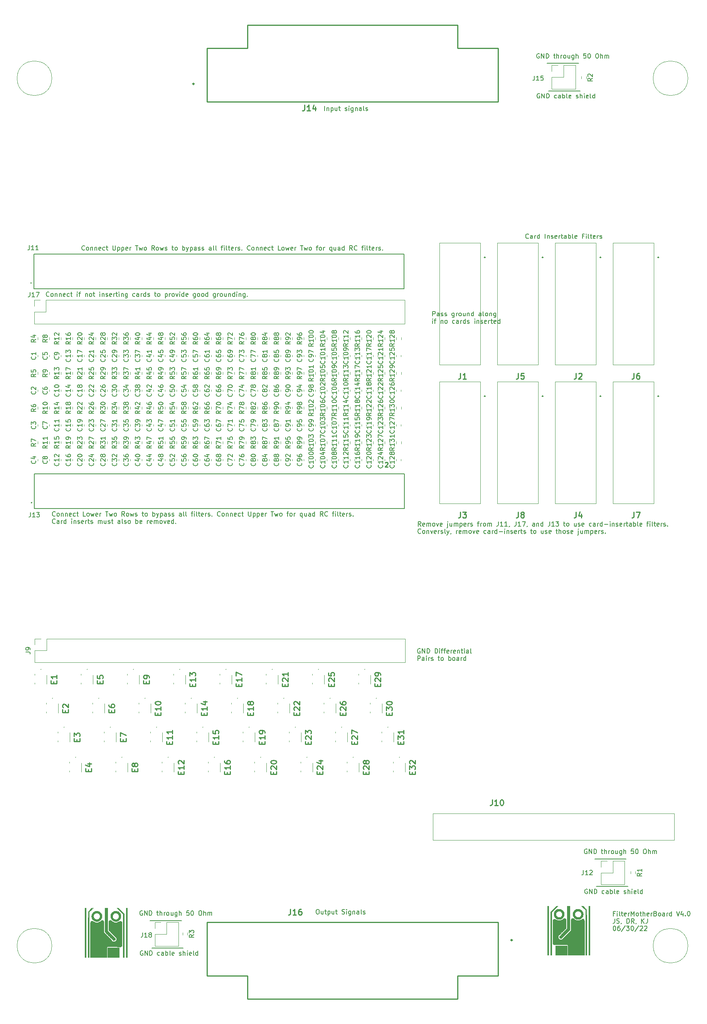
<source format=gto>
G04 #@! TF.GenerationSoftware,KiCad,Pcbnew,(6.0.2)*
G04 #@! TF.CreationDate,2022-07-06T14:10:19-04:00*
G04 #@! TF.ProjectId,FilterMotherboard,46696c74-6572-44d6-9f74-686572626f61,rev?*
G04 #@! TF.SameCoordinates,Original*
G04 #@! TF.FileFunction,Legend,Top*
G04 #@! TF.FilePolarity,Positive*
%FSLAX46Y46*%
G04 Gerber Fmt 4.6, Leading zero omitted, Abs format (unit mm)*
G04 Created by KiCad (PCBNEW (6.0.2)) date 2022-07-06 14:10:19*
%MOMM*%
%LPD*%
G01*
G04 APERTURE LIST*
%ADD10C,0.150000*%
%ADD11C,0.250000*%
%ADD12C,0.254000*%
%ADD13C,0.010000*%
%ADD14C,0.100000*%
%ADD15C,0.120000*%
%ADD16C,0.200000*%
G04 APERTURE END LIST*
D10*
X126200000Y-9120000D02*
X119280000Y-9120000D01*
X136680000Y-183820000D02*
X129760000Y-183820000D01*
X136310000Y-177770000D02*
X129390000Y-177770000D01*
X39030000Y-197360000D02*
X32110000Y-197360000D01*
X38660000Y-191310000D02*
X31740000Y-191310000D01*
X125830000Y-3070000D02*
X118910000Y-3070000D01*
X114877026Y-41427139D02*
X114829407Y-41474758D01*
X114686550Y-41522377D01*
X114591312Y-41522377D01*
X114448455Y-41474758D01*
X114353217Y-41379520D01*
X114305598Y-41284282D01*
X114257979Y-41093806D01*
X114257979Y-40950949D01*
X114305598Y-40760473D01*
X114353217Y-40665235D01*
X114448455Y-40569997D01*
X114591312Y-40522377D01*
X114686550Y-40522377D01*
X114829407Y-40569997D01*
X114877026Y-40617616D01*
X115734169Y-41522377D02*
X115734169Y-40998568D01*
X115686550Y-40903330D01*
X115591312Y-40855711D01*
X115400836Y-40855711D01*
X115305598Y-40903330D01*
X115734169Y-41474758D02*
X115638931Y-41522377D01*
X115400836Y-41522377D01*
X115305598Y-41474758D01*
X115257979Y-41379520D01*
X115257979Y-41284282D01*
X115305598Y-41189044D01*
X115400836Y-41141425D01*
X115638931Y-41141425D01*
X115734169Y-41093806D01*
X116210360Y-41522377D02*
X116210360Y-40855711D01*
X116210360Y-41046187D02*
X116257979Y-40950949D01*
X116305598Y-40903330D01*
X116400836Y-40855711D01*
X116496074Y-40855711D01*
X117257979Y-41522377D02*
X117257979Y-40522377D01*
X117257979Y-41474758D02*
X117162741Y-41522377D01*
X116972264Y-41522377D01*
X116877026Y-41474758D01*
X116829407Y-41427139D01*
X116781788Y-41331901D01*
X116781788Y-41046187D01*
X116829407Y-40950949D01*
X116877026Y-40903330D01*
X116972264Y-40855711D01*
X117162741Y-40855711D01*
X117257979Y-40903330D01*
X118496074Y-41522377D02*
X118496074Y-40522377D01*
X118972264Y-40855711D02*
X118972264Y-41522377D01*
X118972264Y-40950949D02*
X119019883Y-40903330D01*
X119115122Y-40855711D01*
X119257979Y-40855711D01*
X119353217Y-40903330D01*
X119400836Y-40998568D01*
X119400836Y-41522377D01*
X119829407Y-41474758D02*
X119924645Y-41522377D01*
X120115122Y-41522377D01*
X120210360Y-41474758D01*
X120257979Y-41379520D01*
X120257979Y-41331901D01*
X120210360Y-41236663D01*
X120115122Y-41189044D01*
X119972264Y-41189044D01*
X119877026Y-41141425D01*
X119829407Y-41046187D01*
X119829407Y-40998568D01*
X119877026Y-40903330D01*
X119972264Y-40855711D01*
X120115122Y-40855711D01*
X120210360Y-40903330D01*
X121067503Y-41474758D02*
X120972264Y-41522377D01*
X120781788Y-41522377D01*
X120686550Y-41474758D01*
X120638931Y-41379520D01*
X120638931Y-40998568D01*
X120686550Y-40903330D01*
X120781788Y-40855711D01*
X120972264Y-40855711D01*
X121067503Y-40903330D01*
X121115122Y-40998568D01*
X121115122Y-41093806D01*
X120638931Y-41189044D01*
X121543693Y-41522377D02*
X121543693Y-40855711D01*
X121543693Y-41046187D02*
X121591312Y-40950949D01*
X121638931Y-40903330D01*
X121734169Y-40855711D01*
X121829407Y-40855711D01*
X122019883Y-40855711D02*
X122400836Y-40855711D01*
X122162741Y-40522377D02*
X122162741Y-41379520D01*
X122210360Y-41474758D01*
X122305598Y-41522377D01*
X122400836Y-41522377D01*
X123162741Y-41522377D02*
X123162741Y-40998568D01*
X123115122Y-40903330D01*
X123019883Y-40855711D01*
X122829407Y-40855711D01*
X122734169Y-40903330D01*
X123162741Y-41474758D02*
X123067503Y-41522377D01*
X122829407Y-41522377D01*
X122734169Y-41474758D01*
X122686550Y-41379520D01*
X122686550Y-41284282D01*
X122734169Y-41189044D01*
X122829407Y-41141425D01*
X123067503Y-41141425D01*
X123162741Y-41093806D01*
X123638931Y-41522377D02*
X123638931Y-40522377D01*
X123638931Y-40903330D02*
X123734169Y-40855711D01*
X123924645Y-40855711D01*
X124019883Y-40903330D01*
X124067503Y-40950949D01*
X124115122Y-41046187D01*
X124115122Y-41331901D01*
X124067503Y-41427139D01*
X124019883Y-41474758D01*
X123924645Y-41522377D01*
X123734169Y-41522377D01*
X123638931Y-41474758D01*
X124686550Y-41522377D02*
X124591312Y-41474758D01*
X124543693Y-41379520D01*
X124543693Y-40522377D01*
X125448455Y-41474758D02*
X125353217Y-41522377D01*
X125162741Y-41522377D01*
X125067503Y-41474758D01*
X125019883Y-41379520D01*
X125019883Y-40998568D01*
X125067503Y-40903330D01*
X125162741Y-40855711D01*
X125353217Y-40855711D01*
X125448455Y-40903330D01*
X125496074Y-40998568D01*
X125496074Y-41093806D01*
X125019883Y-41189044D01*
X127019883Y-40998568D02*
X126686550Y-40998568D01*
X126686550Y-41522377D02*
X126686550Y-40522377D01*
X127162741Y-40522377D01*
X127543693Y-41522377D02*
X127543693Y-40855711D01*
X127543693Y-40522377D02*
X127496074Y-40569997D01*
X127543693Y-40617616D01*
X127591312Y-40569997D01*
X127543693Y-40522377D01*
X127543693Y-40617616D01*
X128162741Y-41522377D02*
X128067503Y-41474758D01*
X128019883Y-41379520D01*
X128019883Y-40522377D01*
X128400836Y-40855711D02*
X128781788Y-40855711D01*
X128543693Y-40522377D02*
X128543693Y-41379520D01*
X128591312Y-41474758D01*
X128686550Y-41522377D01*
X128781788Y-41522377D01*
X129496074Y-41474758D02*
X129400836Y-41522377D01*
X129210360Y-41522377D01*
X129115122Y-41474758D01*
X129067503Y-41379520D01*
X129067503Y-40998568D01*
X129115122Y-40903330D01*
X129210360Y-40855711D01*
X129400836Y-40855711D01*
X129496074Y-40903330D01*
X129543693Y-40998568D01*
X129543693Y-41093806D01*
X129067503Y-41189044D01*
X129972264Y-41522377D02*
X129972264Y-40855711D01*
X129972264Y-41046187D02*
X130019883Y-40950949D01*
X130067503Y-40903330D01*
X130162741Y-40855711D01*
X130257979Y-40855711D01*
X130543693Y-41474758D02*
X130638931Y-41522377D01*
X130829407Y-41522377D01*
X130924645Y-41474758D01*
X130972264Y-41379520D01*
X130972264Y-41331901D01*
X130924645Y-41236663D01*
X130829407Y-41189044D01*
X130686550Y-41189044D01*
X130591312Y-41141425D01*
X130543693Y-41046187D01*
X130543693Y-40998568D01*
X130591312Y-40903330D01*
X130686550Y-40855711D01*
X130829407Y-40855711D01*
X130924645Y-40903330D01*
X30129404Y-197990000D02*
X30034166Y-197942380D01*
X29891309Y-197942380D01*
X29748452Y-197990000D01*
X29653214Y-198085238D01*
X29605595Y-198180476D01*
X29557976Y-198370952D01*
X29557976Y-198513809D01*
X29605595Y-198704285D01*
X29653214Y-198799523D01*
X29748452Y-198894761D01*
X29891309Y-198942380D01*
X29986547Y-198942380D01*
X30129404Y-198894761D01*
X30177023Y-198847142D01*
X30177023Y-198513809D01*
X29986547Y-198513809D01*
X30605595Y-198942380D02*
X30605595Y-197942380D01*
X31177023Y-198942380D01*
X31177023Y-197942380D01*
X31653214Y-198942380D02*
X31653214Y-197942380D01*
X31891309Y-197942380D01*
X32034166Y-197990000D01*
X32129404Y-198085238D01*
X32177023Y-198180476D01*
X32224642Y-198370952D01*
X32224642Y-198513809D01*
X32177023Y-198704285D01*
X32129404Y-198799523D01*
X32034166Y-198894761D01*
X31891309Y-198942380D01*
X31653214Y-198942380D01*
X33843690Y-198894761D02*
X33748452Y-198942380D01*
X33557976Y-198942380D01*
X33462738Y-198894761D01*
X33415119Y-198847142D01*
X33367500Y-198751904D01*
X33367500Y-198466190D01*
X33415119Y-198370952D01*
X33462738Y-198323333D01*
X33557976Y-198275714D01*
X33748452Y-198275714D01*
X33843690Y-198323333D01*
X34700833Y-198942380D02*
X34700833Y-198418571D01*
X34653214Y-198323333D01*
X34557976Y-198275714D01*
X34367500Y-198275714D01*
X34272261Y-198323333D01*
X34700833Y-198894761D02*
X34605595Y-198942380D01*
X34367500Y-198942380D01*
X34272261Y-198894761D01*
X34224642Y-198799523D01*
X34224642Y-198704285D01*
X34272261Y-198609047D01*
X34367500Y-198561428D01*
X34605595Y-198561428D01*
X34700833Y-198513809D01*
X35177023Y-198942380D02*
X35177023Y-197942380D01*
X35177023Y-198323333D02*
X35272261Y-198275714D01*
X35462738Y-198275714D01*
X35557976Y-198323333D01*
X35605595Y-198370952D01*
X35653214Y-198466190D01*
X35653214Y-198751904D01*
X35605595Y-198847142D01*
X35557976Y-198894761D01*
X35462738Y-198942380D01*
X35272261Y-198942380D01*
X35177023Y-198894761D01*
X36224642Y-198942380D02*
X36129404Y-198894761D01*
X36081785Y-198799523D01*
X36081785Y-197942380D01*
X36986547Y-198894761D02*
X36891309Y-198942380D01*
X36700833Y-198942380D01*
X36605595Y-198894761D01*
X36557976Y-198799523D01*
X36557976Y-198418571D01*
X36605595Y-198323333D01*
X36700833Y-198275714D01*
X36891309Y-198275714D01*
X36986547Y-198323333D01*
X37034166Y-198418571D01*
X37034166Y-198513809D01*
X36557976Y-198609047D01*
X38177023Y-198894761D02*
X38272261Y-198942380D01*
X38462738Y-198942380D01*
X38557976Y-198894761D01*
X38605595Y-198799523D01*
X38605595Y-198751904D01*
X38557976Y-198656666D01*
X38462738Y-198609047D01*
X38319880Y-198609047D01*
X38224642Y-198561428D01*
X38177023Y-198466190D01*
X38177023Y-198418571D01*
X38224642Y-198323333D01*
X38319880Y-198275714D01*
X38462738Y-198275714D01*
X38557976Y-198323333D01*
X39034166Y-198942380D02*
X39034166Y-197942380D01*
X39462738Y-198942380D02*
X39462738Y-198418571D01*
X39415119Y-198323333D01*
X39319880Y-198275714D01*
X39177023Y-198275714D01*
X39081785Y-198323333D01*
X39034166Y-198370952D01*
X39938928Y-198942380D02*
X39938928Y-198275714D01*
X39938928Y-197942380D02*
X39891309Y-197990000D01*
X39938928Y-198037619D01*
X39986547Y-197990000D01*
X39938928Y-197942380D01*
X39938928Y-198037619D01*
X40796071Y-198894761D02*
X40700833Y-198942380D01*
X40510357Y-198942380D01*
X40415119Y-198894761D01*
X40367500Y-198799523D01*
X40367500Y-198418571D01*
X40415119Y-198323333D01*
X40510357Y-198275714D01*
X40700833Y-198275714D01*
X40796071Y-198323333D01*
X40843690Y-198418571D01*
X40843690Y-198513809D01*
X40367500Y-198609047D01*
X41415119Y-198942380D02*
X41319880Y-198894761D01*
X41272261Y-198799523D01*
X41272261Y-197942380D01*
X42224642Y-198942380D02*
X42224642Y-197942380D01*
X42224642Y-198894761D02*
X42129404Y-198942380D01*
X41938928Y-198942380D01*
X41843690Y-198894761D01*
X41796071Y-198847142D01*
X41748452Y-198751904D01*
X41748452Y-198466190D01*
X41796071Y-198370952D01*
X41843690Y-198323333D01*
X41938928Y-198275714D01*
X42129404Y-198275714D01*
X42224642Y-198323333D01*
X91049404Y-131655000D02*
X90954166Y-131607380D01*
X90811309Y-131607380D01*
X90668452Y-131655000D01*
X90573214Y-131750238D01*
X90525595Y-131845476D01*
X90477976Y-132035952D01*
X90477976Y-132178809D01*
X90525595Y-132369285D01*
X90573214Y-132464523D01*
X90668452Y-132559761D01*
X90811309Y-132607380D01*
X90906547Y-132607380D01*
X91049404Y-132559761D01*
X91097023Y-132512142D01*
X91097023Y-132178809D01*
X90906547Y-132178809D01*
X91525595Y-132607380D02*
X91525595Y-131607380D01*
X92097023Y-132607380D01*
X92097023Y-131607380D01*
X92573214Y-132607380D02*
X92573214Y-131607380D01*
X92811309Y-131607380D01*
X92954166Y-131655000D01*
X93049404Y-131750238D01*
X93097023Y-131845476D01*
X93144642Y-132035952D01*
X93144642Y-132178809D01*
X93097023Y-132369285D01*
X93049404Y-132464523D01*
X92954166Y-132559761D01*
X92811309Y-132607380D01*
X92573214Y-132607380D01*
X94335119Y-132607380D02*
X94335119Y-131607380D01*
X94573214Y-131607380D01*
X94716071Y-131655000D01*
X94811309Y-131750238D01*
X94858928Y-131845476D01*
X94906547Y-132035952D01*
X94906547Y-132178809D01*
X94858928Y-132369285D01*
X94811309Y-132464523D01*
X94716071Y-132559761D01*
X94573214Y-132607380D01*
X94335119Y-132607380D01*
X95335119Y-132607380D02*
X95335119Y-131940714D01*
X95335119Y-131607380D02*
X95287500Y-131655000D01*
X95335119Y-131702619D01*
X95382738Y-131655000D01*
X95335119Y-131607380D01*
X95335119Y-131702619D01*
X95668452Y-131940714D02*
X96049404Y-131940714D01*
X95811309Y-132607380D02*
X95811309Y-131750238D01*
X95858928Y-131655000D01*
X95954166Y-131607380D01*
X96049404Y-131607380D01*
X96239880Y-131940714D02*
X96620833Y-131940714D01*
X96382738Y-132607380D02*
X96382738Y-131750238D01*
X96430357Y-131655000D01*
X96525595Y-131607380D01*
X96620833Y-131607380D01*
X97335119Y-132559761D02*
X97239880Y-132607380D01*
X97049404Y-132607380D01*
X96954166Y-132559761D01*
X96906547Y-132464523D01*
X96906547Y-132083571D01*
X96954166Y-131988333D01*
X97049404Y-131940714D01*
X97239880Y-131940714D01*
X97335119Y-131988333D01*
X97382738Y-132083571D01*
X97382738Y-132178809D01*
X96906547Y-132274047D01*
X97811309Y-132607380D02*
X97811309Y-131940714D01*
X97811309Y-132131190D02*
X97858928Y-132035952D01*
X97906547Y-131988333D01*
X98001785Y-131940714D01*
X98097023Y-131940714D01*
X98811309Y-132559761D02*
X98716071Y-132607380D01*
X98525595Y-132607380D01*
X98430357Y-132559761D01*
X98382738Y-132464523D01*
X98382738Y-132083571D01*
X98430357Y-131988333D01*
X98525595Y-131940714D01*
X98716071Y-131940714D01*
X98811309Y-131988333D01*
X98858928Y-132083571D01*
X98858928Y-132178809D01*
X98382738Y-132274047D01*
X99287500Y-131940714D02*
X99287500Y-132607380D01*
X99287500Y-132035952D02*
X99335119Y-131988333D01*
X99430357Y-131940714D01*
X99573214Y-131940714D01*
X99668452Y-131988333D01*
X99716071Y-132083571D01*
X99716071Y-132607380D01*
X100049404Y-131940714D02*
X100430357Y-131940714D01*
X100192261Y-131607380D02*
X100192261Y-132464523D01*
X100239880Y-132559761D01*
X100335119Y-132607380D01*
X100430357Y-132607380D01*
X100763690Y-132607380D02*
X100763690Y-131940714D01*
X100763690Y-131607380D02*
X100716071Y-131655000D01*
X100763690Y-131702619D01*
X100811309Y-131655000D01*
X100763690Y-131607380D01*
X100763690Y-131702619D01*
X101668452Y-132607380D02*
X101668452Y-132083571D01*
X101620833Y-131988333D01*
X101525595Y-131940714D01*
X101335119Y-131940714D01*
X101239880Y-131988333D01*
X101668452Y-132559761D02*
X101573214Y-132607380D01*
X101335119Y-132607380D01*
X101239880Y-132559761D01*
X101192261Y-132464523D01*
X101192261Y-132369285D01*
X101239880Y-132274047D01*
X101335119Y-132226428D01*
X101573214Y-132226428D01*
X101668452Y-132178809D01*
X102287500Y-132607380D02*
X102192261Y-132559761D01*
X102144642Y-132464523D01*
X102144642Y-131607380D01*
X90525595Y-134217380D02*
X90525595Y-133217380D01*
X90906547Y-133217380D01*
X91001785Y-133265000D01*
X91049404Y-133312619D01*
X91097023Y-133407857D01*
X91097023Y-133550714D01*
X91049404Y-133645952D01*
X91001785Y-133693571D01*
X90906547Y-133741190D01*
X90525595Y-133741190D01*
X91954166Y-134217380D02*
X91954166Y-133693571D01*
X91906547Y-133598333D01*
X91811309Y-133550714D01*
X91620833Y-133550714D01*
X91525595Y-133598333D01*
X91954166Y-134169761D02*
X91858928Y-134217380D01*
X91620833Y-134217380D01*
X91525595Y-134169761D01*
X91477976Y-134074523D01*
X91477976Y-133979285D01*
X91525595Y-133884047D01*
X91620833Y-133836428D01*
X91858928Y-133836428D01*
X91954166Y-133788809D01*
X92430357Y-134217380D02*
X92430357Y-133550714D01*
X92430357Y-133217380D02*
X92382738Y-133265000D01*
X92430357Y-133312619D01*
X92477976Y-133265000D01*
X92430357Y-133217380D01*
X92430357Y-133312619D01*
X92906547Y-134217380D02*
X92906547Y-133550714D01*
X92906547Y-133741190D02*
X92954166Y-133645952D01*
X93001785Y-133598333D01*
X93097023Y-133550714D01*
X93192261Y-133550714D01*
X93477976Y-134169761D02*
X93573214Y-134217380D01*
X93763690Y-134217380D01*
X93858928Y-134169761D01*
X93906547Y-134074523D01*
X93906547Y-134026904D01*
X93858928Y-133931666D01*
X93763690Y-133884047D01*
X93620833Y-133884047D01*
X93525595Y-133836428D01*
X93477976Y-133741190D01*
X93477976Y-133693571D01*
X93525595Y-133598333D01*
X93620833Y-133550714D01*
X93763690Y-133550714D01*
X93858928Y-133598333D01*
X94954166Y-133550714D02*
X95335119Y-133550714D01*
X95097023Y-133217380D02*
X95097023Y-134074523D01*
X95144642Y-134169761D01*
X95239880Y-134217380D01*
X95335119Y-134217380D01*
X95811309Y-134217380D02*
X95716071Y-134169761D01*
X95668452Y-134122142D01*
X95620833Y-134026904D01*
X95620833Y-133741190D01*
X95668452Y-133645952D01*
X95716071Y-133598333D01*
X95811309Y-133550714D01*
X95954166Y-133550714D01*
X96049404Y-133598333D01*
X96097023Y-133645952D01*
X96144642Y-133741190D01*
X96144642Y-134026904D01*
X96097023Y-134122142D01*
X96049404Y-134169761D01*
X95954166Y-134217380D01*
X95811309Y-134217380D01*
X97335119Y-134217380D02*
X97335119Y-133217380D01*
X97335119Y-133598333D02*
X97430357Y-133550714D01*
X97620833Y-133550714D01*
X97716071Y-133598333D01*
X97763690Y-133645952D01*
X97811309Y-133741190D01*
X97811309Y-134026904D01*
X97763690Y-134122142D01*
X97716071Y-134169761D01*
X97620833Y-134217380D01*
X97430357Y-134217380D01*
X97335119Y-134169761D01*
X98382738Y-134217380D02*
X98287500Y-134169761D01*
X98239880Y-134122142D01*
X98192261Y-134026904D01*
X98192261Y-133741190D01*
X98239880Y-133645952D01*
X98287500Y-133598333D01*
X98382738Y-133550714D01*
X98525595Y-133550714D01*
X98620833Y-133598333D01*
X98668452Y-133645952D01*
X98716071Y-133741190D01*
X98716071Y-134026904D01*
X98668452Y-134122142D01*
X98620833Y-134169761D01*
X98525595Y-134217380D01*
X98382738Y-134217380D01*
X99573214Y-134217380D02*
X99573214Y-133693571D01*
X99525595Y-133598333D01*
X99430357Y-133550714D01*
X99239880Y-133550714D01*
X99144642Y-133598333D01*
X99573214Y-134169761D02*
X99477976Y-134217380D01*
X99239880Y-134217380D01*
X99144642Y-134169761D01*
X99097023Y-134074523D01*
X99097023Y-133979285D01*
X99144642Y-133884047D01*
X99239880Y-133836428D01*
X99477976Y-133836428D01*
X99573214Y-133788809D01*
X100049404Y-134217380D02*
X100049404Y-133550714D01*
X100049404Y-133741190D02*
X100097023Y-133645952D01*
X100144642Y-133598333D01*
X100239880Y-133550714D01*
X100335119Y-133550714D01*
X101097023Y-134217380D02*
X101097023Y-133217380D01*
X101097023Y-134169761D02*
X101001785Y-134217380D01*
X100811309Y-134217380D01*
X100716071Y-134169761D01*
X100668452Y-134122142D01*
X100620833Y-134026904D01*
X100620833Y-133741190D01*
X100668452Y-133645952D01*
X100716071Y-133598333D01*
X100811309Y-133550714D01*
X101001785Y-133550714D01*
X101097023Y-133598333D01*
X117299404Y-9750000D02*
X117204166Y-9702380D01*
X117061309Y-9702380D01*
X116918452Y-9750000D01*
X116823214Y-9845238D01*
X116775595Y-9940476D01*
X116727976Y-10130952D01*
X116727976Y-10273809D01*
X116775595Y-10464285D01*
X116823214Y-10559523D01*
X116918452Y-10654761D01*
X117061309Y-10702380D01*
X117156547Y-10702380D01*
X117299404Y-10654761D01*
X117347023Y-10607142D01*
X117347023Y-10273809D01*
X117156547Y-10273809D01*
X117775595Y-10702380D02*
X117775595Y-9702380D01*
X118347023Y-10702380D01*
X118347023Y-9702380D01*
X118823214Y-10702380D02*
X118823214Y-9702380D01*
X119061309Y-9702380D01*
X119204166Y-9750000D01*
X119299404Y-9845238D01*
X119347023Y-9940476D01*
X119394642Y-10130952D01*
X119394642Y-10273809D01*
X119347023Y-10464285D01*
X119299404Y-10559523D01*
X119204166Y-10654761D01*
X119061309Y-10702380D01*
X118823214Y-10702380D01*
X121013690Y-10654761D02*
X120918452Y-10702380D01*
X120727976Y-10702380D01*
X120632738Y-10654761D01*
X120585119Y-10607142D01*
X120537500Y-10511904D01*
X120537500Y-10226190D01*
X120585119Y-10130952D01*
X120632738Y-10083333D01*
X120727976Y-10035714D01*
X120918452Y-10035714D01*
X121013690Y-10083333D01*
X121870833Y-10702380D02*
X121870833Y-10178571D01*
X121823214Y-10083333D01*
X121727976Y-10035714D01*
X121537500Y-10035714D01*
X121442261Y-10083333D01*
X121870833Y-10654761D02*
X121775595Y-10702380D01*
X121537500Y-10702380D01*
X121442261Y-10654761D01*
X121394642Y-10559523D01*
X121394642Y-10464285D01*
X121442261Y-10369047D01*
X121537500Y-10321428D01*
X121775595Y-10321428D01*
X121870833Y-10273809D01*
X122347023Y-10702380D02*
X122347023Y-9702380D01*
X122347023Y-10083333D02*
X122442261Y-10035714D01*
X122632738Y-10035714D01*
X122727976Y-10083333D01*
X122775595Y-10130952D01*
X122823214Y-10226190D01*
X122823214Y-10511904D01*
X122775595Y-10607142D01*
X122727976Y-10654761D01*
X122632738Y-10702380D01*
X122442261Y-10702380D01*
X122347023Y-10654761D01*
X123394642Y-10702380D02*
X123299404Y-10654761D01*
X123251785Y-10559523D01*
X123251785Y-9702380D01*
X124156547Y-10654761D02*
X124061309Y-10702380D01*
X123870833Y-10702380D01*
X123775595Y-10654761D01*
X123727976Y-10559523D01*
X123727976Y-10178571D01*
X123775595Y-10083333D01*
X123870833Y-10035714D01*
X124061309Y-10035714D01*
X124156547Y-10083333D01*
X124204166Y-10178571D01*
X124204166Y-10273809D01*
X123727976Y-10369047D01*
X125347023Y-10654761D02*
X125442261Y-10702380D01*
X125632738Y-10702380D01*
X125727976Y-10654761D01*
X125775595Y-10559523D01*
X125775595Y-10511904D01*
X125727976Y-10416666D01*
X125632738Y-10369047D01*
X125489880Y-10369047D01*
X125394642Y-10321428D01*
X125347023Y-10226190D01*
X125347023Y-10178571D01*
X125394642Y-10083333D01*
X125489880Y-10035714D01*
X125632738Y-10035714D01*
X125727976Y-10083333D01*
X126204166Y-10702380D02*
X126204166Y-9702380D01*
X126632738Y-10702380D02*
X126632738Y-10178571D01*
X126585119Y-10083333D01*
X126489880Y-10035714D01*
X126347023Y-10035714D01*
X126251785Y-10083333D01*
X126204166Y-10130952D01*
X127108928Y-10702380D02*
X127108928Y-10035714D01*
X127108928Y-9702380D02*
X127061309Y-9750000D01*
X127108928Y-9797619D01*
X127156547Y-9750000D01*
X127108928Y-9702380D01*
X127108928Y-9797619D01*
X127966071Y-10654761D02*
X127870833Y-10702380D01*
X127680357Y-10702380D01*
X127585119Y-10654761D01*
X127537500Y-10559523D01*
X127537500Y-10178571D01*
X127585119Y-10083333D01*
X127680357Y-10035714D01*
X127870833Y-10035714D01*
X127966071Y-10083333D01*
X128013690Y-10178571D01*
X128013690Y-10273809D01*
X127537500Y-10369047D01*
X128585119Y-10702380D02*
X128489880Y-10654761D01*
X128442261Y-10559523D01*
X128442261Y-9702380D01*
X129394642Y-10702380D02*
X129394642Y-9702380D01*
X129394642Y-10654761D02*
X129299404Y-10702380D01*
X129108928Y-10702380D01*
X129013690Y-10654761D01*
X128966071Y-10607142D01*
X128918452Y-10511904D01*
X128918452Y-10226190D01*
X128966071Y-10130952D01*
X129013690Y-10083333D01*
X129108928Y-10035714D01*
X129299404Y-10035714D01*
X129394642Y-10083333D01*
X133838928Y-189768571D02*
X133505595Y-189768571D01*
X133505595Y-190292380D02*
X133505595Y-189292380D01*
X133981785Y-189292380D01*
X134362738Y-190292380D02*
X134362738Y-189625714D01*
X134362738Y-189292380D02*
X134315119Y-189340000D01*
X134362738Y-189387619D01*
X134410357Y-189340000D01*
X134362738Y-189292380D01*
X134362738Y-189387619D01*
X134981785Y-190292380D02*
X134886547Y-190244761D01*
X134838928Y-190149523D01*
X134838928Y-189292380D01*
X135219880Y-189625714D02*
X135600833Y-189625714D01*
X135362738Y-189292380D02*
X135362738Y-190149523D01*
X135410357Y-190244761D01*
X135505595Y-190292380D01*
X135600833Y-190292380D01*
X136315119Y-190244761D02*
X136219880Y-190292380D01*
X136029404Y-190292380D01*
X135934166Y-190244761D01*
X135886547Y-190149523D01*
X135886547Y-189768571D01*
X135934166Y-189673333D01*
X136029404Y-189625714D01*
X136219880Y-189625714D01*
X136315119Y-189673333D01*
X136362738Y-189768571D01*
X136362738Y-189863809D01*
X135886547Y-189959047D01*
X136791309Y-190292380D02*
X136791309Y-189625714D01*
X136791309Y-189816190D02*
X136838928Y-189720952D01*
X136886547Y-189673333D01*
X136981785Y-189625714D01*
X137077023Y-189625714D01*
X137410357Y-190292380D02*
X137410357Y-189292380D01*
X137743690Y-190006666D01*
X138077023Y-189292380D01*
X138077023Y-190292380D01*
X138696071Y-190292380D02*
X138600833Y-190244761D01*
X138553214Y-190197142D01*
X138505595Y-190101904D01*
X138505595Y-189816190D01*
X138553214Y-189720952D01*
X138600833Y-189673333D01*
X138696071Y-189625714D01*
X138838928Y-189625714D01*
X138934166Y-189673333D01*
X138981785Y-189720952D01*
X139029404Y-189816190D01*
X139029404Y-190101904D01*
X138981785Y-190197142D01*
X138934166Y-190244761D01*
X138838928Y-190292380D01*
X138696071Y-190292380D01*
X139315119Y-189625714D02*
X139696071Y-189625714D01*
X139457976Y-189292380D02*
X139457976Y-190149523D01*
X139505595Y-190244761D01*
X139600833Y-190292380D01*
X139696071Y-190292380D01*
X140029404Y-190292380D02*
X140029404Y-189292380D01*
X140457976Y-190292380D02*
X140457976Y-189768571D01*
X140410357Y-189673333D01*
X140315119Y-189625714D01*
X140172261Y-189625714D01*
X140077023Y-189673333D01*
X140029404Y-189720952D01*
X141315119Y-190244761D02*
X141219880Y-190292380D01*
X141029404Y-190292380D01*
X140934166Y-190244761D01*
X140886547Y-190149523D01*
X140886547Y-189768571D01*
X140934166Y-189673333D01*
X141029404Y-189625714D01*
X141219880Y-189625714D01*
X141315119Y-189673333D01*
X141362738Y-189768571D01*
X141362738Y-189863809D01*
X140886547Y-189959047D01*
X141791309Y-190292380D02*
X141791309Y-189625714D01*
X141791309Y-189816190D02*
X141838928Y-189720952D01*
X141886547Y-189673333D01*
X141981785Y-189625714D01*
X142077023Y-189625714D01*
X142743690Y-189768571D02*
X142886547Y-189816190D01*
X142934166Y-189863809D01*
X142981785Y-189959047D01*
X142981785Y-190101904D01*
X142934166Y-190197142D01*
X142886547Y-190244761D01*
X142791309Y-190292380D01*
X142410357Y-190292380D01*
X142410357Y-189292380D01*
X142743690Y-189292380D01*
X142838928Y-189340000D01*
X142886547Y-189387619D01*
X142934166Y-189482857D01*
X142934166Y-189578095D01*
X142886547Y-189673333D01*
X142838928Y-189720952D01*
X142743690Y-189768571D01*
X142410357Y-189768571D01*
X143553214Y-190292380D02*
X143457976Y-190244761D01*
X143410357Y-190197142D01*
X143362738Y-190101904D01*
X143362738Y-189816190D01*
X143410357Y-189720952D01*
X143457976Y-189673333D01*
X143553214Y-189625714D01*
X143696071Y-189625714D01*
X143791309Y-189673333D01*
X143838928Y-189720952D01*
X143886547Y-189816190D01*
X143886547Y-190101904D01*
X143838928Y-190197142D01*
X143791309Y-190244761D01*
X143696071Y-190292380D01*
X143553214Y-190292380D01*
X144743690Y-190292380D02*
X144743690Y-189768571D01*
X144696071Y-189673333D01*
X144600833Y-189625714D01*
X144410357Y-189625714D01*
X144315119Y-189673333D01*
X144743690Y-190244761D02*
X144648452Y-190292380D01*
X144410357Y-190292380D01*
X144315119Y-190244761D01*
X144267500Y-190149523D01*
X144267500Y-190054285D01*
X144315119Y-189959047D01*
X144410357Y-189911428D01*
X144648452Y-189911428D01*
X144743690Y-189863809D01*
X145219880Y-190292380D02*
X145219880Y-189625714D01*
X145219880Y-189816190D02*
X145267500Y-189720952D01*
X145315119Y-189673333D01*
X145410357Y-189625714D01*
X145505595Y-189625714D01*
X146267500Y-190292380D02*
X146267500Y-189292380D01*
X146267500Y-190244761D02*
X146172261Y-190292380D01*
X145981785Y-190292380D01*
X145886547Y-190244761D01*
X145838928Y-190197142D01*
X145791309Y-190101904D01*
X145791309Y-189816190D01*
X145838928Y-189720952D01*
X145886547Y-189673333D01*
X145981785Y-189625714D01*
X146172261Y-189625714D01*
X146267500Y-189673333D01*
X147362738Y-189292380D02*
X147696071Y-190292380D01*
X148029404Y-189292380D01*
X148791309Y-189625714D02*
X148791309Y-190292380D01*
X148553214Y-189244761D02*
X148315119Y-189959047D01*
X148934166Y-189959047D01*
X149315119Y-190197142D02*
X149362738Y-190244761D01*
X149315119Y-190292380D01*
X149267500Y-190244761D01*
X149315119Y-190197142D01*
X149315119Y-190292380D01*
X149981785Y-189292380D02*
X150077023Y-189292380D01*
X150172261Y-189340000D01*
X150219880Y-189387619D01*
X150267500Y-189482857D01*
X150315119Y-189673333D01*
X150315119Y-189911428D01*
X150267500Y-190101904D01*
X150219880Y-190197142D01*
X150172261Y-190244761D01*
X150077023Y-190292380D01*
X149981785Y-190292380D01*
X149886547Y-190244761D01*
X149838928Y-190197142D01*
X149791309Y-190101904D01*
X149743690Y-189911428D01*
X149743690Y-189673333D01*
X149791309Y-189482857D01*
X149838928Y-189387619D01*
X149886547Y-189340000D01*
X149981785Y-189292380D01*
X133791309Y-190902380D02*
X133791309Y-191616666D01*
X133743690Y-191759523D01*
X133648452Y-191854761D01*
X133505595Y-191902380D01*
X133410357Y-191902380D01*
X134219880Y-191854761D02*
X134362738Y-191902380D01*
X134600833Y-191902380D01*
X134696071Y-191854761D01*
X134743690Y-191807142D01*
X134791309Y-191711904D01*
X134791309Y-191616666D01*
X134743690Y-191521428D01*
X134696071Y-191473809D01*
X134600833Y-191426190D01*
X134410357Y-191378571D01*
X134315119Y-191330952D01*
X134267500Y-191283333D01*
X134219880Y-191188095D01*
X134219880Y-191092857D01*
X134267500Y-190997619D01*
X134315119Y-190950000D01*
X134410357Y-190902380D01*
X134648452Y-190902380D01*
X134791309Y-190950000D01*
X135267500Y-191854761D02*
X135267500Y-191902380D01*
X135219880Y-191997619D01*
X135172261Y-192045238D01*
X136457976Y-191902380D02*
X136457976Y-190902380D01*
X136696071Y-190902380D01*
X136838928Y-190950000D01*
X136934166Y-191045238D01*
X136981785Y-191140476D01*
X137029404Y-191330952D01*
X137029404Y-191473809D01*
X136981785Y-191664285D01*
X136934166Y-191759523D01*
X136838928Y-191854761D01*
X136696071Y-191902380D01*
X136457976Y-191902380D01*
X138029404Y-191902380D02*
X137696071Y-191426190D01*
X137457976Y-191902380D02*
X137457976Y-190902380D01*
X137838928Y-190902380D01*
X137934166Y-190950000D01*
X137981785Y-190997619D01*
X138029404Y-191092857D01*
X138029404Y-191235714D01*
X137981785Y-191330952D01*
X137934166Y-191378571D01*
X137838928Y-191426190D01*
X137457976Y-191426190D01*
X138505595Y-191854761D02*
X138505595Y-191902380D01*
X138457976Y-191997619D01*
X138410357Y-192045238D01*
X139696071Y-191902380D02*
X139696071Y-190902380D01*
X140267500Y-191902380D02*
X139838928Y-191330952D01*
X140267500Y-190902380D02*
X139696071Y-191473809D01*
X140981785Y-190902380D02*
X140981785Y-191616666D01*
X140934166Y-191759523D01*
X140838928Y-191854761D01*
X140696071Y-191902380D01*
X140600833Y-191902380D01*
X133696071Y-192512380D02*
X133791309Y-192512380D01*
X133886547Y-192560000D01*
X133934166Y-192607619D01*
X133981785Y-192702857D01*
X134029404Y-192893333D01*
X134029404Y-193131428D01*
X133981785Y-193321904D01*
X133934166Y-193417142D01*
X133886547Y-193464761D01*
X133791309Y-193512380D01*
X133696071Y-193512380D01*
X133600833Y-193464761D01*
X133553214Y-193417142D01*
X133505595Y-193321904D01*
X133457976Y-193131428D01*
X133457976Y-192893333D01*
X133505595Y-192702857D01*
X133553214Y-192607619D01*
X133600833Y-192560000D01*
X133696071Y-192512380D01*
X134886547Y-192512380D02*
X134696071Y-192512380D01*
X134600833Y-192560000D01*
X134553214Y-192607619D01*
X134457976Y-192750476D01*
X134410357Y-192940952D01*
X134410357Y-193321904D01*
X134457976Y-193417142D01*
X134505595Y-193464761D01*
X134600833Y-193512380D01*
X134791309Y-193512380D01*
X134886547Y-193464761D01*
X134934166Y-193417142D01*
X134981785Y-193321904D01*
X134981785Y-193083809D01*
X134934166Y-192988571D01*
X134886547Y-192940952D01*
X134791309Y-192893333D01*
X134600833Y-192893333D01*
X134505595Y-192940952D01*
X134457976Y-192988571D01*
X134410357Y-193083809D01*
X136124642Y-192464761D02*
X135267500Y-193750476D01*
X136362738Y-192512380D02*
X136981785Y-192512380D01*
X136648452Y-192893333D01*
X136791309Y-192893333D01*
X136886547Y-192940952D01*
X136934166Y-192988571D01*
X136981785Y-193083809D01*
X136981785Y-193321904D01*
X136934166Y-193417142D01*
X136886547Y-193464761D01*
X136791309Y-193512380D01*
X136505595Y-193512380D01*
X136410357Y-193464761D01*
X136362738Y-193417142D01*
X137600833Y-192512380D02*
X137696071Y-192512380D01*
X137791309Y-192560000D01*
X137838928Y-192607619D01*
X137886547Y-192702857D01*
X137934166Y-192893333D01*
X137934166Y-193131428D01*
X137886547Y-193321904D01*
X137838928Y-193417142D01*
X137791309Y-193464761D01*
X137696071Y-193512380D01*
X137600833Y-193512380D01*
X137505595Y-193464761D01*
X137457976Y-193417142D01*
X137410357Y-193321904D01*
X137362738Y-193131428D01*
X137362738Y-192893333D01*
X137410357Y-192702857D01*
X137457976Y-192607619D01*
X137505595Y-192560000D01*
X137600833Y-192512380D01*
X139077023Y-192464761D02*
X138219880Y-193750476D01*
X139362738Y-192607619D02*
X139410357Y-192560000D01*
X139505595Y-192512380D01*
X139743690Y-192512380D01*
X139838928Y-192560000D01*
X139886547Y-192607619D01*
X139934166Y-192702857D01*
X139934166Y-192798095D01*
X139886547Y-192940952D01*
X139315119Y-193512380D01*
X139934166Y-193512380D01*
X140315119Y-192607619D02*
X140362738Y-192560000D01*
X140457976Y-192512380D01*
X140696071Y-192512380D01*
X140791309Y-192560000D01*
X140838928Y-192607619D01*
X140886547Y-192702857D01*
X140886547Y-192798095D01*
X140838928Y-192940952D01*
X140267500Y-193512380D01*
X140886547Y-193512380D01*
X30049414Y-189219991D02*
X29954176Y-189172371D01*
X29811319Y-189172371D01*
X29668462Y-189219991D01*
X29573224Y-189315229D01*
X29525605Y-189410467D01*
X29477986Y-189600943D01*
X29477986Y-189743800D01*
X29525605Y-189934276D01*
X29573224Y-190029514D01*
X29668462Y-190124752D01*
X29811319Y-190172371D01*
X29906557Y-190172371D01*
X30049414Y-190124752D01*
X30097033Y-190077133D01*
X30097033Y-189743800D01*
X29906557Y-189743800D01*
X30525605Y-190172371D02*
X30525605Y-189172371D01*
X31097033Y-190172371D01*
X31097033Y-189172371D01*
X31573224Y-190172371D02*
X31573224Y-189172371D01*
X31811319Y-189172371D01*
X31954176Y-189219991D01*
X32049414Y-189315229D01*
X32097033Y-189410467D01*
X32144652Y-189600943D01*
X32144652Y-189743800D01*
X32097033Y-189934276D01*
X32049414Y-190029514D01*
X31954176Y-190124752D01*
X31811319Y-190172371D01*
X31573224Y-190172371D01*
X33192271Y-189505705D02*
X33573224Y-189505705D01*
X33335129Y-189172371D02*
X33335129Y-190029514D01*
X33382748Y-190124752D01*
X33477986Y-190172371D01*
X33573224Y-190172371D01*
X33906557Y-190172371D02*
X33906557Y-189172371D01*
X34335129Y-190172371D02*
X34335129Y-189648562D01*
X34287510Y-189553324D01*
X34192271Y-189505705D01*
X34049414Y-189505705D01*
X33954176Y-189553324D01*
X33906557Y-189600943D01*
X34811319Y-190172371D02*
X34811319Y-189505705D01*
X34811319Y-189696181D02*
X34858938Y-189600943D01*
X34906557Y-189553324D01*
X35001795Y-189505705D01*
X35097033Y-189505705D01*
X35573224Y-190172371D02*
X35477986Y-190124752D01*
X35430367Y-190077133D01*
X35382748Y-189981895D01*
X35382748Y-189696181D01*
X35430367Y-189600943D01*
X35477986Y-189553324D01*
X35573224Y-189505705D01*
X35716081Y-189505705D01*
X35811319Y-189553324D01*
X35858938Y-189600943D01*
X35906557Y-189696181D01*
X35906557Y-189981895D01*
X35858938Y-190077133D01*
X35811319Y-190124752D01*
X35716081Y-190172371D01*
X35573224Y-190172371D01*
X36763700Y-189505705D02*
X36763700Y-190172371D01*
X36335129Y-189505705D02*
X36335129Y-190029514D01*
X36382748Y-190124752D01*
X36477986Y-190172371D01*
X36620843Y-190172371D01*
X36716081Y-190124752D01*
X36763700Y-190077133D01*
X37668462Y-189505705D02*
X37668462Y-190315229D01*
X37620843Y-190410467D01*
X37573224Y-190458086D01*
X37477986Y-190505705D01*
X37335129Y-190505705D01*
X37239890Y-190458086D01*
X37668462Y-190124752D02*
X37573224Y-190172371D01*
X37382748Y-190172371D01*
X37287510Y-190124752D01*
X37239890Y-190077133D01*
X37192271Y-189981895D01*
X37192271Y-189696181D01*
X37239890Y-189600943D01*
X37287510Y-189553324D01*
X37382748Y-189505705D01*
X37573224Y-189505705D01*
X37668462Y-189553324D01*
X38144652Y-190172371D02*
X38144652Y-189172371D01*
X38573224Y-190172371D02*
X38573224Y-189648562D01*
X38525605Y-189553324D01*
X38430367Y-189505705D01*
X38287510Y-189505705D01*
X38192271Y-189553324D01*
X38144652Y-189600943D01*
X40287510Y-189172371D02*
X39811319Y-189172371D01*
X39763700Y-189648562D01*
X39811319Y-189600943D01*
X39906557Y-189553324D01*
X40144652Y-189553324D01*
X40239890Y-189600943D01*
X40287510Y-189648562D01*
X40335129Y-189743800D01*
X40335129Y-189981895D01*
X40287510Y-190077133D01*
X40239890Y-190124752D01*
X40144652Y-190172371D01*
X39906557Y-190172371D01*
X39811319Y-190124752D01*
X39763700Y-190077133D01*
X40954176Y-189172371D02*
X41049414Y-189172371D01*
X41144652Y-189219991D01*
X41192271Y-189267610D01*
X41239890Y-189362848D01*
X41287510Y-189553324D01*
X41287510Y-189791419D01*
X41239890Y-189981895D01*
X41192271Y-190077133D01*
X41144652Y-190124752D01*
X41049414Y-190172371D01*
X40954176Y-190172371D01*
X40858938Y-190124752D01*
X40811319Y-190077133D01*
X40763700Y-189981895D01*
X40716081Y-189791419D01*
X40716081Y-189553324D01*
X40763700Y-189362848D01*
X40811319Y-189267610D01*
X40858938Y-189219991D01*
X40954176Y-189172371D01*
X42668462Y-189172371D02*
X42858938Y-189172371D01*
X42954176Y-189219991D01*
X43049414Y-189315229D01*
X43097033Y-189505705D01*
X43097033Y-189839038D01*
X43049414Y-190029514D01*
X42954176Y-190124752D01*
X42858938Y-190172371D01*
X42668462Y-190172371D01*
X42573224Y-190124752D01*
X42477986Y-190029514D01*
X42430367Y-189839038D01*
X42430367Y-189505705D01*
X42477986Y-189315229D01*
X42573224Y-189219991D01*
X42668462Y-189172371D01*
X43525605Y-190172371D02*
X43525605Y-189172371D01*
X43954176Y-190172371D02*
X43954176Y-189648562D01*
X43906557Y-189553324D01*
X43811319Y-189505705D01*
X43668462Y-189505705D01*
X43573224Y-189553324D01*
X43525605Y-189600943D01*
X44430367Y-190172371D02*
X44430367Y-189505705D01*
X44430367Y-189600943D02*
X44477986Y-189553324D01*
X44573224Y-189505705D01*
X44716081Y-189505705D01*
X44811319Y-189553324D01*
X44858938Y-189648562D01*
X44858938Y-190172371D01*
X44858938Y-189648562D02*
X44906557Y-189553324D01*
X45001795Y-189505705D01*
X45144652Y-189505705D01*
X45239890Y-189553324D01*
X45287510Y-189648562D01*
X45287510Y-190172371D01*
X68466067Y-188872372D02*
X68656543Y-188872372D01*
X68751781Y-188919992D01*
X68847019Y-189015230D01*
X68894638Y-189205706D01*
X68894638Y-189539039D01*
X68847019Y-189729515D01*
X68751781Y-189824753D01*
X68656543Y-189872372D01*
X68466067Y-189872372D01*
X68370829Y-189824753D01*
X68275591Y-189729515D01*
X68227972Y-189539039D01*
X68227972Y-189205706D01*
X68275591Y-189015230D01*
X68370829Y-188919992D01*
X68466067Y-188872372D01*
X69751781Y-189205706D02*
X69751781Y-189872372D01*
X69323210Y-189205706D02*
X69323210Y-189729515D01*
X69370829Y-189824753D01*
X69466067Y-189872372D01*
X69608924Y-189872372D01*
X69704162Y-189824753D01*
X69751781Y-189777134D01*
X70085115Y-189205706D02*
X70466067Y-189205706D01*
X70227972Y-188872372D02*
X70227972Y-189729515D01*
X70275591Y-189824753D01*
X70370829Y-189872372D01*
X70466067Y-189872372D01*
X70799400Y-189205706D02*
X70799400Y-190205706D01*
X70799400Y-189253325D02*
X70894638Y-189205706D01*
X71085115Y-189205706D01*
X71180353Y-189253325D01*
X71227972Y-189300944D01*
X71275591Y-189396182D01*
X71275591Y-189681896D01*
X71227972Y-189777134D01*
X71180353Y-189824753D01*
X71085115Y-189872372D01*
X70894638Y-189872372D01*
X70799400Y-189824753D01*
X72132734Y-189205706D02*
X72132734Y-189872372D01*
X71704162Y-189205706D02*
X71704162Y-189729515D01*
X71751781Y-189824753D01*
X71847019Y-189872372D01*
X71989876Y-189872372D01*
X72085115Y-189824753D01*
X72132734Y-189777134D01*
X72466067Y-189205706D02*
X72847019Y-189205706D01*
X72608924Y-188872372D02*
X72608924Y-189729515D01*
X72656543Y-189824753D01*
X72751781Y-189872372D01*
X72847019Y-189872372D01*
X73894638Y-189824753D02*
X74037496Y-189872372D01*
X74275591Y-189872372D01*
X74370829Y-189824753D01*
X74418448Y-189777134D01*
X74466067Y-189681896D01*
X74466067Y-189586658D01*
X74418448Y-189491420D01*
X74370829Y-189443801D01*
X74275591Y-189396182D01*
X74085115Y-189348563D01*
X73989876Y-189300944D01*
X73942257Y-189253325D01*
X73894638Y-189158087D01*
X73894638Y-189062849D01*
X73942257Y-188967611D01*
X73989876Y-188919992D01*
X74085115Y-188872372D01*
X74323210Y-188872372D01*
X74466067Y-188919992D01*
X74894638Y-189872372D02*
X74894638Y-189205706D01*
X74894638Y-188872372D02*
X74847019Y-188919992D01*
X74894638Y-188967611D01*
X74942257Y-188919992D01*
X74894638Y-188872372D01*
X74894638Y-188967611D01*
X75799400Y-189205706D02*
X75799400Y-190015230D01*
X75751781Y-190110468D01*
X75704162Y-190158087D01*
X75608924Y-190205706D01*
X75466067Y-190205706D01*
X75370829Y-190158087D01*
X75799400Y-189824753D02*
X75704162Y-189872372D01*
X75513686Y-189872372D01*
X75418448Y-189824753D01*
X75370829Y-189777134D01*
X75323210Y-189681896D01*
X75323210Y-189396182D01*
X75370829Y-189300944D01*
X75418448Y-189253325D01*
X75513686Y-189205706D01*
X75704162Y-189205706D01*
X75799400Y-189253325D01*
X76275591Y-189205706D02*
X76275591Y-189872372D01*
X76275591Y-189300944D02*
X76323210Y-189253325D01*
X76418448Y-189205706D01*
X76561305Y-189205706D01*
X76656543Y-189253325D01*
X76704162Y-189348563D01*
X76704162Y-189872372D01*
X77608924Y-189872372D02*
X77608924Y-189348563D01*
X77561305Y-189253325D01*
X77466067Y-189205706D01*
X77275591Y-189205706D01*
X77180353Y-189253325D01*
X77608924Y-189824753D02*
X77513686Y-189872372D01*
X77275591Y-189872372D01*
X77180353Y-189824753D01*
X77132734Y-189729515D01*
X77132734Y-189634277D01*
X77180353Y-189539039D01*
X77275591Y-189491420D01*
X77513686Y-189491420D01*
X77608924Y-189443801D01*
X78227972Y-189872372D02*
X78132734Y-189824753D01*
X78085115Y-189729515D01*
X78085115Y-188872372D01*
X78561305Y-189824753D02*
X78656543Y-189872372D01*
X78847019Y-189872372D01*
X78942257Y-189824753D01*
X78989876Y-189729515D01*
X78989876Y-189681896D01*
X78942257Y-189586658D01*
X78847019Y-189539039D01*
X78704162Y-189539039D01*
X78608924Y-189491420D01*
X78561305Y-189396182D01*
X78561305Y-189348563D01*
X78608924Y-189253325D01*
X78704162Y-189205706D01*
X78847019Y-189205706D01*
X78942257Y-189253325D01*
D11*
X83386666Y-90777619D02*
X83434285Y-90730000D01*
X83529523Y-90682380D01*
X83767619Y-90682380D01*
X83862857Y-90730000D01*
X83910476Y-90777619D01*
X83958095Y-90872857D01*
X83958095Y-90968095D01*
X83910476Y-91110952D01*
X83339047Y-91682380D01*
X83958095Y-91682380D01*
D10*
X93810592Y-58547389D02*
X93810592Y-57547389D01*
X94191544Y-57547389D01*
X94286782Y-57595009D01*
X94334401Y-57642628D01*
X94382020Y-57737866D01*
X94382020Y-57880723D01*
X94334401Y-57975961D01*
X94286782Y-58023580D01*
X94191544Y-58071199D01*
X93810592Y-58071199D01*
X95239163Y-58547389D02*
X95239163Y-58023580D01*
X95191544Y-57928342D01*
X95096306Y-57880723D01*
X94905830Y-57880723D01*
X94810592Y-57928342D01*
X95239163Y-58499770D02*
X95143925Y-58547389D01*
X94905830Y-58547389D01*
X94810592Y-58499770D01*
X94762973Y-58404532D01*
X94762973Y-58309294D01*
X94810592Y-58214056D01*
X94905830Y-58166437D01*
X95143925Y-58166437D01*
X95239163Y-58118818D01*
X95667735Y-58499770D02*
X95762973Y-58547389D01*
X95953449Y-58547389D01*
X96048687Y-58499770D01*
X96096306Y-58404532D01*
X96096306Y-58356913D01*
X96048687Y-58261675D01*
X95953449Y-58214056D01*
X95810592Y-58214056D01*
X95715354Y-58166437D01*
X95667735Y-58071199D01*
X95667735Y-58023580D01*
X95715354Y-57928342D01*
X95810592Y-57880723D01*
X95953449Y-57880723D01*
X96048687Y-57928342D01*
X96477258Y-58499770D02*
X96572497Y-58547389D01*
X96762973Y-58547389D01*
X96858211Y-58499770D01*
X96905830Y-58404532D01*
X96905830Y-58356913D01*
X96858211Y-58261675D01*
X96762973Y-58214056D01*
X96620116Y-58214056D01*
X96524877Y-58166437D01*
X96477258Y-58071199D01*
X96477258Y-58023580D01*
X96524877Y-57928342D01*
X96620116Y-57880723D01*
X96762973Y-57880723D01*
X96858211Y-57928342D01*
X98524877Y-57880723D02*
X98524877Y-58690247D01*
X98477258Y-58785485D01*
X98429639Y-58833104D01*
X98334401Y-58880723D01*
X98191544Y-58880723D01*
X98096306Y-58833104D01*
X98524877Y-58499770D02*
X98429639Y-58547389D01*
X98239163Y-58547389D01*
X98143925Y-58499770D01*
X98096306Y-58452151D01*
X98048687Y-58356913D01*
X98048687Y-58071199D01*
X98096306Y-57975961D01*
X98143925Y-57928342D01*
X98239163Y-57880723D01*
X98429639Y-57880723D01*
X98524877Y-57928342D01*
X99001068Y-58547389D02*
X99001068Y-57880723D01*
X99001068Y-58071199D02*
X99048687Y-57975961D01*
X99096306Y-57928342D01*
X99191544Y-57880723D01*
X99286782Y-57880723D01*
X99762973Y-58547389D02*
X99667735Y-58499770D01*
X99620116Y-58452151D01*
X99572497Y-58356913D01*
X99572497Y-58071199D01*
X99620116Y-57975961D01*
X99667735Y-57928342D01*
X99762973Y-57880723D01*
X99905830Y-57880723D01*
X100001068Y-57928342D01*
X100048687Y-57975961D01*
X100096306Y-58071199D01*
X100096306Y-58356913D01*
X100048687Y-58452151D01*
X100001068Y-58499770D01*
X99905830Y-58547389D01*
X99762973Y-58547389D01*
X100953449Y-57880723D02*
X100953449Y-58547389D01*
X100524877Y-57880723D02*
X100524877Y-58404532D01*
X100572497Y-58499770D01*
X100667735Y-58547389D01*
X100810592Y-58547389D01*
X100905830Y-58499770D01*
X100953449Y-58452151D01*
X101429639Y-57880723D02*
X101429639Y-58547389D01*
X101429639Y-57975961D02*
X101477258Y-57928342D01*
X101572497Y-57880723D01*
X101715354Y-57880723D01*
X101810592Y-57928342D01*
X101858211Y-58023580D01*
X101858211Y-58547389D01*
X102762973Y-58547389D02*
X102762973Y-57547389D01*
X102762973Y-58499770D02*
X102667735Y-58547389D01*
X102477258Y-58547389D01*
X102382020Y-58499770D01*
X102334401Y-58452151D01*
X102286782Y-58356913D01*
X102286782Y-58071199D01*
X102334401Y-57975961D01*
X102382020Y-57928342D01*
X102477258Y-57880723D01*
X102667735Y-57880723D01*
X102762973Y-57928342D01*
X104429639Y-58547389D02*
X104429639Y-58023580D01*
X104382020Y-57928342D01*
X104286782Y-57880723D01*
X104096306Y-57880723D01*
X104001068Y-57928342D01*
X104429639Y-58499770D02*
X104334401Y-58547389D01*
X104096306Y-58547389D01*
X104001068Y-58499770D01*
X103953449Y-58404532D01*
X103953449Y-58309294D01*
X104001068Y-58214056D01*
X104096306Y-58166437D01*
X104334401Y-58166437D01*
X104429639Y-58118818D01*
X105048687Y-58547389D02*
X104953449Y-58499770D01*
X104905830Y-58404532D01*
X104905830Y-57547389D01*
X105572497Y-58547389D02*
X105477258Y-58499770D01*
X105429639Y-58452151D01*
X105382020Y-58356913D01*
X105382020Y-58071199D01*
X105429639Y-57975961D01*
X105477258Y-57928342D01*
X105572497Y-57880723D01*
X105715354Y-57880723D01*
X105810592Y-57928342D01*
X105858211Y-57975961D01*
X105905830Y-58071199D01*
X105905830Y-58356913D01*
X105858211Y-58452151D01*
X105810592Y-58499770D01*
X105715354Y-58547389D01*
X105572497Y-58547389D01*
X106334401Y-57880723D02*
X106334401Y-58547389D01*
X106334401Y-57975961D02*
X106382020Y-57928342D01*
X106477258Y-57880723D01*
X106620116Y-57880723D01*
X106715354Y-57928342D01*
X106762973Y-58023580D01*
X106762973Y-58547389D01*
X107667735Y-57880723D02*
X107667735Y-58690247D01*
X107620116Y-58785485D01*
X107572497Y-58833104D01*
X107477258Y-58880723D01*
X107334401Y-58880723D01*
X107239163Y-58833104D01*
X107667735Y-58499770D02*
X107572497Y-58547389D01*
X107382020Y-58547389D01*
X107286782Y-58499770D01*
X107239163Y-58452151D01*
X107191544Y-58356913D01*
X107191544Y-58071199D01*
X107239163Y-57975961D01*
X107286782Y-57928342D01*
X107382020Y-57880723D01*
X107572497Y-57880723D01*
X107667735Y-57928342D01*
X93810592Y-60157389D02*
X93810592Y-59490723D01*
X93810592Y-59157389D02*
X93762973Y-59205009D01*
X93810592Y-59252628D01*
X93858211Y-59205009D01*
X93810592Y-59157389D01*
X93810592Y-59252628D01*
X94143925Y-59490723D02*
X94524877Y-59490723D01*
X94286782Y-60157389D02*
X94286782Y-59300247D01*
X94334401Y-59205009D01*
X94429639Y-59157389D01*
X94524877Y-59157389D01*
X95620116Y-59490723D02*
X95620116Y-60157389D01*
X95620116Y-59585961D02*
X95667735Y-59538342D01*
X95762973Y-59490723D01*
X95905830Y-59490723D01*
X96001068Y-59538342D01*
X96048687Y-59633580D01*
X96048687Y-60157389D01*
X96667735Y-60157389D02*
X96572497Y-60109770D01*
X96524877Y-60062151D01*
X96477258Y-59966913D01*
X96477258Y-59681199D01*
X96524877Y-59585961D01*
X96572497Y-59538342D01*
X96667735Y-59490723D01*
X96810592Y-59490723D01*
X96905830Y-59538342D01*
X96953449Y-59585961D01*
X97001068Y-59681199D01*
X97001068Y-59966913D01*
X96953449Y-60062151D01*
X96905830Y-60109770D01*
X96810592Y-60157389D01*
X96667735Y-60157389D01*
X98620116Y-60109770D02*
X98524877Y-60157389D01*
X98334401Y-60157389D01*
X98239163Y-60109770D01*
X98191544Y-60062151D01*
X98143925Y-59966913D01*
X98143925Y-59681199D01*
X98191544Y-59585961D01*
X98239163Y-59538342D01*
X98334401Y-59490723D01*
X98524877Y-59490723D01*
X98620116Y-59538342D01*
X99477258Y-60157389D02*
X99477258Y-59633580D01*
X99429639Y-59538342D01*
X99334401Y-59490723D01*
X99143925Y-59490723D01*
X99048687Y-59538342D01*
X99477258Y-60109770D02*
X99382020Y-60157389D01*
X99143925Y-60157389D01*
X99048687Y-60109770D01*
X99001068Y-60014532D01*
X99001068Y-59919294D01*
X99048687Y-59824056D01*
X99143925Y-59776437D01*
X99382020Y-59776437D01*
X99477258Y-59728818D01*
X99953449Y-60157389D02*
X99953449Y-59490723D01*
X99953449Y-59681199D02*
X100001068Y-59585961D01*
X100048687Y-59538342D01*
X100143925Y-59490723D01*
X100239163Y-59490723D01*
X101001068Y-60157389D02*
X101001068Y-59157389D01*
X101001068Y-60109770D02*
X100905830Y-60157389D01*
X100715354Y-60157389D01*
X100620116Y-60109770D01*
X100572497Y-60062151D01*
X100524877Y-59966913D01*
X100524877Y-59681199D01*
X100572497Y-59585961D01*
X100620116Y-59538342D01*
X100715354Y-59490723D01*
X100905830Y-59490723D01*
X101001068Y-59538342D01*
X101429639Y-60109770D02*
X101524877Y-60157389D01*
X101715354Y-60157389D01*
X101810592Y-60109770D01*
X101858211Y-60014532D01*
X101858211Y-59966913D01*
X101810592Y-59871675D01*
X101715354Y-59824056D01*
X101572497Y-59824056D01*
X101477258Y-59776437D01*
X101429639Y-59681199D01*
X101429639Y-59633580D01*
X101477258Y-59538342D01*
X101572497Y-59490723D01*
X101715354Y-59490723D01*
X101810592Y-59538342D01*
X103048687Y-60157389D02*
X103048687Y-59490723D01*
X103048687Y-59157389D02*
X103001068Y-59205009D01*
X103048687Y-59252628D01*
X103096306Y-59205009D01*
X103048687Y-59157389D01*
X103048687Y-59252628D01*
X103524877Y-59490723D02*
X103524877Y-60157389D01*
X103524877Y-59585961D02*
X103572497Y-59538342D01*
X103667735Y-59490723D01*
X103810592Y-59490723D01*
X103905830Y-59538342D01*
X103953449Y-59633580D01*
X103953449Y-60157389D01*
X104382020Y-60109770D02*
X104477258Y-60157389D01*
X104667735Y-60157389D01*
X104762973Y-60109770D01*
X104810592Y-60014532D01*
X104810592Y-59966913D01*
X104762973Y-59871675D01*
X104667735Y-59824056D01*
X104524877Y-59824056D01*
X104429639Y-59776437D01*
X104382020Y-59681199D01*
X104382020Y-59633580D01*
X104429639Y-59538342D01*
X104524877Y-59490723D01*
X104667735Y-59490723D01*
X104762973Y-59538342D01*
X105620116Y-60109770D02*
X105524877Y-60157389D01*
X105334401Y-60157389D01*
X105239163Y-60109770D01*
X105191544Y-60014532D01*
X105191544Y-59633580D01*
X105239163Y-59538342D01*
X105334401Y-59490723D01*
X105524877Y-59490723D01*
X105620116Y-59538342D01*
X105667735Y-59633580D01*
X105667735Y-59728818D01*
X105191544Y-59824056D01*
X106096306Y-60157389D02*
X106096306Y-59490723D01*
X106096306Y-59681199D02*
X106143925Y-59585961D01*
X106191544Y-59538342D01*
X106286782Y-59490723D01*
X106382020Y-59490723D01*
X106572497Y-59490723D02*
X106953449Y-59490723D01*
X106715354Y-59157389D02*
X106715354Y-60014532D01*
X106762973Y-60109770D01*
X106858211Y-60157389D01*
X106953449Y-60157389D01*
X107667735Y-60109770D02*
X107572497Y-60157389D01*
X107382020Y-60157389D01*
X107286782Y-60109770D01*
X107239163Y-60014532D01*
X107239163Y-59633580D01*
X107286782Y-59538342D01*
X107382020Y-59490723D01*
X107572497Y-59490723D01*
X107667735Y-59538342D01*
X107715354Y-59633580D01*
X107715354Y-59728818D01*
X107239163Y-59824056D01*
X108572497Y-60157389D02*
X108572497Y-59157389D01*
X108572497Y-60109770D02*
X108477258Y-60157389D01*
X108286782Y-60157389D01*
X108191544Y-60109770D01*
X108143925Y-60062151D01*
X108096306Y-59966913D01*
X108096306Y-59681199D01*
X108143925Y-59585961D01*
X108191544Y-59538342D01*
X108286782Y-59490723D01*
X108477258Y-59490723D01*
X108572497Y-59538342D01*
X117219414Y-979991D02*
X117124176Y-932371D01*
X116981319Y-932371D01*
X116838462Y-979991D01*
X116743224Y-1075229D01*
X116695605Y-1170467D01*
X116647986Y-1360943D01*
X116647986Y-1503800D01*
X116695605Y-1694276D01*
X116743224Y-1789514D01*
X116838462Y-1884752D01*
X116981319Y-1932371D01*
X117076557Y-1932371D01*
X117219414Y-1884752D01*
X117267033Y-1837133D01*
X117267033Y-1503800D01*
X117076557Y-1503800D01*
X117695605Y-1932371D02*
X117695605Y-932371D01*
X118267033Y-1932371D01*
X118267033Y-932371D01*
X118743224Y-1932371D02*
X118743224Y-932371D01*
X118981319Y-932371D01*
X119124176Y-979991D01*
X119219414Y-1075229D01*
X119267033Y-1170467D01*
X119314652Y-1360943D01*
X119314652Y-1503800D01*
X119267033Y-1694276D01*
X119219414Y-1789514D01*
X119124176Y-1884752D01*
X118981319Y-1932371D01*
X118743224Y-1932371D01*
X120362271Y-1265705D02*
X120743224Y-1265705D01*
X120505129Y-932371D02*
X120505129Y-1789514D01*
X120552748Y-1884752D01*
X120647986Y-1932371D01*
X120743224Y-1932371D01*
X121076557Y-1932371D02*
X121076557Y-932371D01*
X121505129Y-1932371D02*
X121505129Y-1408562D01*
X121457510Y-1313324D01*
X121362271Y-1265705D01*
X121219414Y-1265705D01*
X121124176Y-1313324D01*
X121076557Y-1360943D01*
X121981319Y-1932371D02*
X121981319Y-1265705D01*
X121981319Y-1456181D02*
X122028938Y-1360943D01*
X122076557Y-1313324D01*
X122171795Y-1265705D01*
X122267033Y-1265705D01*
X122743224Y-1932371D02*
X122647986Y-1884752D01*
X122600367Y-1837133D01*
X122552748Y-1741895D01*
X122552748Y-1456181D01*
X122600367Y-1360943D01*
X122647986Y-1313324D01*
X122743224Y-1265705D01*
X122886081Y-1265705D01*
X122981319Y-1313324D01*
X123028938Y-1360943D01*
X123076557Y-1456181D01*
X123076557Y-1741895D01*
X123028938Y-1837133D01*
X122981319Y-1884752D01*
X122886081Y-1932371D01*
X122743224Y-1932371D01*
X123933700Y-1265705D02*
X123933700Y-1932371D01*
X123505129Y-1265705D02*
X123505129Y-1789514D01*
X123552748Y-1884752D01*
X123647986Y-1932371D01*
X123790843Y-1932371D01*
X123886081Y-1884752D01*
X123933700Y-1837133D01*
X124838462Y-1265705D02*
X124838462Y-2075229D01*
X124790843Y-2170467D01*
X124743224Y-2218086D01*
X124647986Y-2265705D01*
X124505129Y-2265705D01*
X124409890Y-2218086D01*
X124838462Y-1884752D02*
X124743224Y-1932371D01*
X124552748Y-1932371D01*
X124457510Y-1884752D01*
X124409890Y-1837133D01*
X124362271Y-1741895D01*
X124362271Y-1456181D01*
X124409890Y-1360943D01*
X124457510Y-1313324D01*
X124552748Y-1265705D01*
X124743224Y-1265705D01*
X124838462Y-1313324D01*
X125314652Y-1932371D02*
X125314652Y-932371D01*
X125743224Y-1932371D02*
X125743224Y-1408562D01*
X125695605Y-1313324D01*
X125600367Y-1265705D01*
X125457510Y-1265705D01*
X125362271Y-1313324D01*
X125314652Y-1360943D01*
X127457510Y-932371D02*
X126981319Y-932371D01*
X126933700Y-1408562D01*
X126981319Y-1360943D01*
X127076557Y-1313324D01*
X127314652Y-1313324D01*
X127409890Y-1360943D01*
X127457510Y-1408562D01*
X127505129Y-1503800D01*
X127505129Y-1741895D01*
X127457510Y-1837133D01*
X127409890Y-1884752D01*
X127314652Y-1932371D01*
X127076557Y-1932371D01*
X126981319Y-1884752D01*
X126933700Y-1837133D01*
X128124176Y-932371D02*
X128219414Y-932371D01*
X128314652Y-979991D01*
X128362271Y-1027610D01*
X128409890Y-1122848D01*
X128457510Y-1313324D01*
X128457510Y-1551419D01*
X128409890Y-1741895D01*
X128362271Y-1837133D01*
X128314652Y-1884752D01*
X128219414Y-1932371D01*
X128124176Y-1932371D01*
X128028938Y-1884752D01*
X127981319Y-1837133D01*
X127933700Y-1741895D01*
X127886081Y-1551419D01*
X127886081Y-1313324D01*
X127933700Y-1122848D01*
X127981319Y-1027610D01*
X128028938Y-979991D01*
X128124176Y-932371D01*
X129838462Y-932371D02*
X130028938Y-932371D01*
X130124176Y-979991D01*
X130219414Y-1075229D01*
X130267033Y-1265705D01*
X130267033Y-1599038D01*
X130219414Y-1789514D01*
X130124176Y-1884752D01*
X130028938Y-1932371D01*
X129838462Y-1932371D01*
X129743224Y-1884752D01*
X129647986Y-1789514D01*
X129600367Y-1599038D01*
X129600367Y-1265705D01*
X129647986Y-1075229D01*
X129743224Y-979991D01*
X129838462Y-932371D01*
X130695605Y-1932371D02*
X130695605Y-932371D01*
X131124176Y-1932371D02*
X131124176Y-1408562D01*
X131076557Y-1313324D01*
X130981319Y-1265705D01*
X130838462Y-1265705D01*
X130743224Y-1313324D01*
X130695605Y-1360943D01*
X131600367Y-1932371D02*
X131600367Y-1265705D01*
X131600367Y-1360943D02*
X131647986Y-1313324D01*
X131743224Y-1265705D01*
X131886081Y-1265705D01*
X131981319Y-1313324D01*
X132028938Y-1408562D01*
X132028938Y-1932371D01*
X132028938Y-1408562D02*
X132076557Y-1313324D01*
X132171795Y-1265705D01*
X132314652Y-1265705D01*
X132409890Y-1313324D01*
X132457510Y-1408562D01*
X132457510Y-1932371D01*
X70105595Y-13462380D02*
X70105595Y-12462380D01*
X70581785Y-12795714D02*
X70581785Y-13462380D01*
X70581785Y-12890952D02*
X70629404Y-12843333D01*
X70724642Y-12795714D01*
X70867500Y-12795714D01*
X70962738Y-12843333D01*
X71010357Y-12938571D01*
X71010357Y-13462380D01*
X71486547Y-12795714D02*
X71486547Y-13795714D01*
X71486547Y-12843333D02*
X71581785Y-12795714D01*
X71772261Y-12795714D01*
X71867500Y-12843333D01*
X71915119Y-12890952D01*
X71962738Y-12986190D01*
X71962738Y-13271904D01*
X71915119Y-13367142D01*
X71867500Y-13414761D01*
X71772261Y-13462380D01*
X71581785Y-13462380D01*
X71486547Y-13414761D01*
X72819880Y-12795714D02*
X72819880Y-13462380D01*
X72391309Y-12795714D02*
X72391309Y-13319523D01*
X72438928Y-13414761D01*
X72534166Y-13462380D01*
X72677023Y-13462380D01*
X72772261Y-13414761D01*
X72819880Y-13367142D01*
X73153214Y-12795714D02*
X73534166Y-12795714D01*
X73296071Y-12462380D02*
X73296071Y-13319523D01*
X73343690Y-13414761D01*
X73438928Y-13462380D01*
X73534166Y-13462380D01*
X74581785Y-13414761D02*
X74677023Y-13462380D01*
X74867500Y-13462380D01*
X74962738Y-13414761D01*
X75010357Y-13319523D01*
X75010357Y-13271904D01*
X74962738Y-13176666D01*
X74867500Y-13129047D01*
X74724642Y-13129047D01*
X74629404Y-13081428D01*
X74581785Y-12986190D01*
X74581785Y-12938571D01*
X74629404Y-12843333D01*
X74724642Y-12795714D01*
X74867500Y-12795714D01*
X74962738Y-12843333D01*
X75438928Y-13462380D02*
X75438928Y-12795714D01*
X75438928Y-12462380D02*
X75391309Y-12510000D01*
X75438928Y-12557619D01*
X75486547Y-12510000D01*
X75438928Y-12462380D01*
X75438928Y-12557619D01*
X76343690Y-12795714D02*
X76343690Y-13605238D01*
X76296071Y-13700476D01*
X76248452Y-13748095D01*
X76153214Y-13795714D01*
X76010357Y-13795714D01*
X75915119Y-13748095D01*
X76343690Y-13414761D02*
X76248452Y-13462380D01*
X76057976Y-13462380D01*
X75962738Y-13414761D01*
X75915119Y-13367142D01*
X75867500Y-13271904D01*
X75867500Y-12986190D01*
X75915119Y-12890952D01*
X75962738Y-12843333D01*
X76057976Y-12795714D01*
X76248452Y-12795714D01*
X76343690Y-12843333D01*
X76819880Y-12795714D02*
X76819880Y-13462380D01*
X76819880Y-12890952D02*
X76867500Y-12843333D01*
X76962738Y-12795714D01*
X77105595Y-12795714D01*
X77200833Y-12843333D01*
X77248452Y-12938571D01*
X77248452Y-13462380D01*
X78153214Y-13462380D02*
X78153214Y-12938571D01*
X78105595Y-12843333D01*
X78010357Y-12795714D01*
X77819880Y-12795714D01*
X77724642Y-12843333D01*
X78153214Y-13414761D02*
X78057976Y-13462380D01*
X77819880Y-13462380D01*
X77724642Y-13414761D01*
X77677023Y-13319523D01*
X77677023Y-13224285D01*
X77724642Y-13129047D01*
X77819880Y-13081428D01*
X78057976Y-13081428D01*
X78153214Y-13033809D01*
X78772261Y-13462380D02*
X78677023Y-13414761D01*
X78629404Y-13319523D01*
X78629404Y-12462380D01*
X79105595Y-13414761D02*
X79200833Y-13462380D01*
X79391309Y-13462380D01*
X79486547Y-13414761D01*
X79534166Y-13319523D01*
X79534166Y-13271904D01*
X79486547Y-13176666D01*
X79391309Y-13129047D01*
X79248452Y-13129047D01*
X79153214Y-13081428D01*
X79105595Y-12986190D01*
X79105595Y-12938571D01*
X79153214Y-12843333D01*
X79248452Y-12795714D01*
X79391309Y-12795714D01*
X79486547Y-12843333D01*
X91197023Y-104697380D02*
X90863690Y-104221190D01*
X90625595Y-104697380D02*
X90625595Y-103697380D01*
X91006547Y-103697380D01*
X91101785Y-103745000D01*
X91149404Y-103792619D01*
X91197023Y-103887857D01*
X91197023Y-104030714D01*
X91149404Y-104125952D01*
X91101785Y-104173571D01*
X91006547Y-104221190D01*
X90625595Y-104221190D01*
X92006547Y-104649761D02*
X91911309Y-104697380D01*
X91720833Y-104697380D01*
X91625595Y-104649761D01*
X91577976Y-104554523D01*
X91577976Y-104173571D01*
X91625595Y-104078333D01*
X91720833Y-104030714D01*
X91911309Y-104030714D01*
X92006547Y-104078333D01*
X92054166Y-104173571D01*
X92054166Y-104268809D01*
X91577976Y-104364047D01*
X92482738Y-104697380D02*
X92482738Y-104030714D01*
X92482738Y-104125952D02*
X92530357Y-104078333D01*
X92625595Y-104030714D01*
X92768452Y-104030714D01*
X92863690Y-104078333D01*
X92911309Y-104173571D01*
X92911309Y-104697380D01*
X92911309Y-104173571D02*
X92958928Y-104078333D01*
X93054166Y-104030714D01*
X93197023Y-104030714D01*
X93292261Y-104078333D01*
X93339880Y-104173571D01*
X93339880Y-104697380D01*
X93958928Y-104697380D02*
X93863690Y-104649761D01*
X93816071Y-104602142D01*
X93768452Y-104506904D01*
X93768452Y-104221190D01*
X93816071Y-104125952D01*
X93863690Y-104078333D01*
X93958928Y-104030714D01*
X94101785Y-104030714D01*
X94197023Y-104078333D01*
X94244642Y-104125952D01*
X94292261Y-104221190D01*
X94292261Y-104506904D01*
X94244642Y-104602142D01*
X94197023Y-104649761D01*
X94101785Y-104697380D01*
X93958928Y-104697380D01*
X94625595Y-104030714D02*
X94863690Y-104697380D01*
X95101785Y-104030714D01*
X95863690Y-104649761D02*
X95768452Y-104697380D01*
X95577976Y-104697380D01*
X95482738Y-104649761D01*
X95435119Y-104554523D01*
X95435119Y-104173571D01*
X95482738Y-104078333D01*
X95577976Y-104030714D01*
X95768452Y-104030714D01*
X95863690Y-104078333D01*
X95911309Y-104173571D01*
X95911309Y-104268809D01*
X95435119Y-104364047D01*
X97101785Y-104030714D02*
X97101785Y-104887857D01*
X97054166Y-104983095D01*
X96958928Y-105030714D01*
X96911309Y-105030714D01*
X97101785Y-103697380D02*
X97054166Y-103745000D01*
X97101785Y-103792619D01*
X97149404Y-103745000D01*
X97101785Y-103697380D01*
X97101785Y-103792619D01*
X98006547Y-104030714D02*
X98006547Y-104697380D01*
X97577976Y-104030714D02*
X97577976Y-104554523D01*
X97625595Y-104649761D01*
X97720833Y-104697380D01*
X97863690Y-104697380D01*
X97958928Y-104649761D01*
X98006547Y-104602142D01*
X98482738Y-104697380D02*
X98482738Y-104030714D01*
X98482738Y-104125952D02*
X98530357Y-104078333D01*
X98625595Y-104030714D01*
X98768452Y-104030714D01*
X98863690Y-104078333D01*
X98911309Y-104173571D01*
X98911309Y-104697380D01*
X98911309Y-104173571D02*
X98958928Y-104078333D01*
X99054166Y-104030714D01*
X99197023Y-104030714D01*
X99292261Y-104078333D01*
X99339880Y-104173571D01*
X99339880Y-104697380D01*
X99816071Y-104030714D02*
X99816071Y-105030714D01*
X99816071Y-104078333D02*
X99911309Y-104030714D01*
X100101785Y-104030714D01*
X100197023Y-104078333D01*
X100244642Y-104125952D01*
X100292261Y-104221190D01*
X100292261Y-104506904D01*
X100244642Y-104602142D01*
X100197023Y-104649761D01*
X100101785Y-104697380D01*
X99911309Y-104697380D01*
X99816071Y-104649761D01*
X101101785Y-104649761D02*
X101006547Y-104697380D01*
X100816071Y-104697380D01*
X100720833Y-104649761D01*
X100673214Y-104554523D01*
X100673214Y-104173571D01*
X100720833Y-104078333D01*
X100816071Y-104030714D01*
X101006547Y-104030714D01*
X101101785Y-104078333D01*
X101149404Y-104173571D01*
X101149404Y-104268809D01*
X100673214Y-104364047D01*
X101577976Y-104697380D02*
X101577976Y-104030714D01*
X101577976Y-104221190D02*
X101625595Y-104125952D01*
X101673214Y-104078333D01*
X101768452Y-104030714D01*
X101863690Y-104030714D01*
X102149404Y-104649761D02*
X102244642Y-104697380D01*
X102435119Y-104697380D01*
X102530357Y-104649761D01*
X102577976Y-104554523D01*
X102577976Y-104506904D01*
X102530357Y-104411666D01*
X102435119Y-104364047D01*
X102292261Y-104364047D01*
X102197023Y-104316428D01*
X102149404Y-104221190D01*
X102149404Y-104173571D01*
X102197023Y-104078333D01*
X102292261Y-104030714D01*
X102435119Y-104030714D01*
X102530357Y-104078333D01*
X103625595Y-104030714D02*
X104006547Y-104030714D01*
X103768452Y-104697380D02*
X103768452Y-103840238D01*
X103816071Y-103745000D01*
X103911309Y-103697380D01*
X104006547Y-103697380D01*
X104339880Y-104697380D02*
X104339880Y-104030714D01*
X104339880Y-104221190D02*
X104387500Y-104125952D01*
X104435119Y-104078333D01*
X104530357Y-104030714D01*
X104625595Y-104030714D01*
X105101785Y-104697380D02*
X105006547Y-104649761D01*
X104958928Y-104602142D01*
X104911309Y-104506904D01*
X104911309Y-104221190D01*
X104958928Y-104125952D01*
X105006547Y-104078333D01*
X105101785Y-104030714D01*
X105244642Y-104030714D01*
X105339880Y-104078333D01*
X105387500Y-104125952D01*
X105435119Y-104221190D01*
X105435119Y-104506904D01*
X105387500Y-104602142D01*
X105339880Y-104649761D01*
X105244642Y-104697380D01*
X105101785Y-104697380D01*
X105863690Y-104697380D02*
X105863690Y-104030714D01*
X105863690Y-104125952D02*
X105911309Y-104078333D01*
X106006547Y-104030714D01*
X106149404Y-104030714D01*
X106244642Y-104078333D01*
X106292261Y-104173571D01*
X106292261Y-104697380D01*
X106292261Y-104173571D02*
X106339880Y-104078333D01*
X106435119Y-104030714D01*
X106577976Y-104030714D01*
X106673214Y-104078333D01*
X106720833Y-104173571D01*
X106720833Y-104697380D01*
X108244642Y-103697380D02*
X108244642Y-104411666D01*
X108197023Y-104554523D01*
X108101785Y-104649761D01*
X107958928Y-104697380D01*
X107863690Y-104697380D01*
X109244642Y-104697380D02*
X108673214Y-104697380D01*
X108958928Y-104697380D02*
X108958928Y-103697380D01*
X108863690Y-103840238D01*
X108768452Y-103935476D01*
X108673214Y-103983095D01*
X110197023Y-104697380D02*
X109625595Y-104697380D01*
X109911309Y-104697380D02*
X109911309Y-103697380D01*
X109816071Y-103840238D01*
X109720833Y-103935476D01*
X109625595Y-103983095D01*
X110673214Y-104649761D02*
X110673214Y-104697380D01*
X110625595Y-104792619D01*
X110577976Y-104840238D01*
X112149404Y-103697380D02*
X112149404Y-104411666D01*
X112101785Y-104554523D01*
X112006547Y-104649761D01*
X111863690Y-104697380D01*
X111768452Y-104697380D01*
X113149404Y-104697380D02*
X112577976Y-104697380D01*
X112863690Y-104697380D02*
X112863690Y-103697380D01*
X112768452Y-103840238D01*
X112673214Y-103935476D01*
X112577976Y-103983095D01*
X113482738Y-103697380D02*
X114149404Y-103697380D01*
X113720833Y-104697380D01*
X114577976Y-104649761D02*
X114577976Y-104697380D01*
X114530357Y-104792619D01*
X114482738Y-104840238D01*
X116197023Y-104697380D02*
X116197023Y-104173571D01*
X116149404Y-104078333D01*
X116054166Y-104030714D01*
X115863690Y-104030714D01*
X115768452Y-104078333D01*
X116197023Y-104649761D02*
X116101785Y-104697380D01*
X115863690Y-104697380D01*
X115768452Y-104649761D01*
X115720833Y-104554523D01*
X115720833Y-104459285D01*
X115768452Y-104364047D01*
X115863690Y-104316428D01*
X116101785Y-104316428D01*
X116197023Y-104268809D01*
X116673214Y-104030714D02*
X116673214Y-104697380D01*
X116673214Y-104125952D02*
X116720833Y-104078333D01*
X116816071Y-104030714D01*
X116958928Y-104030714D01*
X117054166Y-104078333D01*
X117101785Y-104173571D01*
X117101785Y-104697380D01*
X118006547Y-104697380D02*
X118006547Y-103697380D01*
X118006547Y-104649761D02*
X117911309Y-104697380D01*
X117720833Y-104697380D01*
X117625595Y-104649761D01*
X117577976Y-104602142D01*
X117530357Y-104506904D01*
X117530357Y-104221190D01*
X117577976Y-104125952D01*
X117625595Y-104078333D01*
X117720833Y-104030714D01*
X117911309Y-104030714D01*
X118006547Y-104078333D01*
X119530357Y-103697380D02*
X119530357Y-104411666D01*
X119482738Y-104554523D01*
X119387499Y-104649761D01*
X119244642Y-104697380D01*
X119149404Y-104697380D01*
X120530357Y-104697380D02*
X119958928Y-104697380D01*
X120244642Y-104697380D02*
X120244642Y-103697380D01*
X120149404Y-103840238D01*
X120054166Y-103935476D01*
X119958928Y-103983095D01*
X120863690Y-103697380D02*
X121482738Y-103697380D01*
X121149404Y-104078333D01*
X121292261Y-104078333D01*
X121387499Y-104125952D01*
X121435119Y-104173571D01*
X121482738Y-104268809D01*
X121482738Y-104506904D01*
X121435119Y-104602142D01*
X121387499Y-104649761D01*
X121292261Y-104697380D01*
X121006547Y-104697380D01*
X120911309Y-104649761D01*
X120863690Y-104602142D01*
X122530357Y-104030714D02*
X122911309Y-104030714D01*
X122673214Y-103697380D02*
X122673214Y-104554523D01*
X122720833Y-104649761D01*
X122816071Y-104697380D01*
X122911309Y-104697380D01*
X123387499Y-104697380D02*
X123292261Y-104649761D01*
X123244642Y-104602142D01*
X123197023Y-104506904D01*
X123197023Y-104221190D01*
X123244642Y-104125952D01*
X123292261Y-104078333D01*
X123387499Y-104030714D01*
X123530357Y-104030714D01*
X123625595Y-104078333D01*
X123673214Y-104125952D01*
X123720833Y-104221190D01*
X123720833Y-104506904D01*
X123673214Y-104602142D01*
X123625595Y-104649761D01*
X123530357Y-104697380D01*
X123387499Y-104697380D01*
X125339880Y-104030714D02*
X125339880Y-104697380D01*
X124911309Y-104030714D02*
X124911309Y-104554523D01*
X124958928Y-104649761D01*
X125054166Y-104697380D01*
X125197023Y-104697380D01*
X125292261Y-104649761D01*
X125339880Y-104602142D01*
X125768452Y-104649761D02*
X125863690Y-104697380D01*
X126054166Y-104697380D01*
X126149404Y-104649761D01*
X126197023Y-104554523D01*
X126197023Y-104506904D01*
X126149404Y-104411666D01*
X126054166Y-104364047D01*
X125911309Y-104364047D01*
X125816071Y-104316428D01*
X125768452Y-104221190D01*
X125768452Y-104173571D01*
X125816071Y-104078333D01*
X125911309Y-104030714D01*
X126054166Y-104030714D01*
X126149404Y-104078333D01*
X127006547Y-104649761D02*
X126911309Y-104697380D01*
X126720833Y-104697380D01*
X126625595Y-104649761D01*
X126577976Y-104554523D01*
X126577976Y-104173571D01*
X126625595Y-104078333D01*
X126720833Y-104030714D01*
X126911309Y-104030714D01*
X127006547Y-104078333D01*
X127054166Y-104173571D01*
X127054166Y-104268809D01*
X126577976Y-104364047D01*
X128673214Y-104649761D02*
X128577976Y-104697380D01*
X128387499Y-104697380D01*
X128292261Y-104649761D01*
X128244642Y-104602142D01*
X128197023Y-104506904D01*
X128197023Y-104221190D01*
X128244642Y-104125952D01*
X128292261Y-104078333D01*
X128387499Y-104030714D01*
X128577976Y-104030714D01*
X128673214Y-104078333D01*
X129530357Y-104697380D02*
X129530357Y-104173571D01*
X129482738Y-104078333D01*
X129387499Y-104030714D01*
X129197023Y-104030714D01*
X129101785Y-104078333D01*
X129530357Y-104649761D02*
X129435119Y-104697380D01*
X129197023Y-104697380D01*
X129101785Y-104649761D01*
X129054166Y-104554523D01*
X129054166Y-104459285D01*
X129101785Y-104364047D01*
X129197023Y-104316428D01*
X129435119Y-104316428D01*
X129530357Y-104268809D01*
X130006547Y-104697380D02*
X130006547Y-104030714D01*
X130006547Y-104221190D02*
X130054166Y-104125952D01*
X130101785Y-104078333D01*
X130197023Y-104030714D01*
X130292261Y-104030714D01*
X131054166Y-104697380D02*
X131054166Y-103697380D01*
X131054166Y-104649761D02*
X130958928Y-104697380D01*
X130768452Y-104697380D01*
X130673214Y-104649761D01*
X130625595Y-104602142D01*
X130577976Y-104506904D01*
X130577976Y-104221190D01*
X130625595Y-104125952D01*
X130673214Y-104078333D01*
X130768452Y-104030714D01*
X130958928Y-104030714D01*
X131054166Y-104078333D01*
X131530357Y-104316428D02*
X132292261Y-104316428D01*
X132768452Y-104697380D02*
X132768452Y-104030714D01*
X132768452Y-103697380D02*
X132720833Y-103745000D01*
X132768452Y-103792619D01*
X132816071Y-103745000D01*
X132768452Y-103697380D01*
X132768452Y-103792619D01*
X133244642Y-104030714D02*
X133244642Y-104697380D01*
X133244642Y-104125952D02*
X133292261Y-104078333D01*
X133387499Y-104030714D01*
X133530357Y-104030714D01*
X133625595Y-104078333D01*
X133673214Y-104173571D01*
X133673214Y-104697380D01*
X134101785Y-104649761D02*
X134197023Y-104697380D01*
X134387499Y-104697380D01*
X134482738Y-104649761D01*
X134530357Y-104554523D01*
X134530357Y-104506904D01*
X134482738Y-104411666D01*
X134387499Y-104364047D01*
X134244642Y-104364047D01*
X134149404Y-104316428D01*
X134101785Y-104221190D01*
X134101785Y-104173571D01*
X134149404Y-104078333D01*
X134244642Y-104030714D01*
X134387499Y-104030714D01*
X134482738Y-104078333D01*
X135339880Y-104649761D02*
X135244642Y-104697380D01*
X135054166Y-104697380D01*
X134958928Y-104649761D01*
X134911309Y-104554523D01*
X134911309Y-104173571D01*
X134958928Y-104078333D01*
X135054166Y-104030714D01*
X135244642Y-104030714D01*
X135339880Y-104078333D01*
X135387499Y-104173571D01*
X135387499Y-104268809D01*
X134911309Y-104364047D01*
X135816071Y-104697380D02*
X135816071Y-104030714D01*
X135816071Y-104221190D02*
X135863690Y-104125952D01*
X135911309Y-104078333D01*
X136006547Y-104030714D01*
X136101785Y-104030714D01*
X136292261Y-104030714D02*
X136673214Y-104030714D01*
X136435119Y-103697380D02*
X136435119Y-104554523D01*
X136482738Y-104649761D01*
X136577976Y-104697380D01*
X136673214Y-104697380D01*
X137435119Y-104697380D02*
X137435119Y-104173571D01*
X137387499Y-104078333D01*
X137292261Y-104030714D01*
X137101785Y-104030714D01*
X137006547Y-104078333D01*
X137435119Y-104649761D02*
X137339880Y-104697380D01*
X137101785Y-104697380D01*
X137006547Y-104649761D01*
X136958928Y-104554523D01*
X136958928Y-104459285D01*
X137006547Y-104364047D01*
X137101785Y-104316428D01*
X137339880Y-104316428D01*
X137435119Y-104268809D01*
X137911309Y-104697380D02*
X137911309Y-103697380D01*
X137911309Y-104078333D02*
X138006547Y-104030714D01*
X138197023Y-104030714D01*
X138292261Y-104078333D01*
X138339880Y-104125952D01*
X138387499Y-104221190D01*
X138387499Y-104506904D01*
X138339880Y-104602142D01*
X138292261Y-104649761D01*
X138197023Y-104697380D01*
X138006547Y-104697380D01*
X137911309Y-104649761D01*
X138958928Y-104697380D02*
X138863690Y-104649761D01*
X138816071Y-104554523D01*
X138816071Y-103697380D01*
X139720833Y-104649761D02*
X139625595Y-104697380D01*
X139435119Y-104697380D01*
X139339880Y-104649761D01*
X139292261Y-104554523D01*
X139292261Y-104173571D01*
X139339880Y-104078333D01*
X139435119Y-104030714D01*
X139625595Y-104030714D01*
X139720833Y-104078333D01*
X139768452Y-104173571D01*
X139768452Y-104268809D01*
X139292261Y-104364047D01*
X140816071Y-104030714D02*
X141197023Y-104030714D01*
X140958928Y-104697380D02*
X140958928Y-103840238D01*
X141006547Y-103745000D01*
X141101785Y-103697380D01*
X141197023Y-103697380D01*
X141530357Y-104697380D02*
X141530357Y-104030714D01*
X141530357Y-103697380D02*
X141482738Y-103745000D01*
X141530357Y-103792619D01*
X141577976Y-103745000D01*
X141530357Y-103697380D01*
X141530357Y-103792619D01*
X142149404Y-104697380D02*
X142054166Y-104649761D01*
X142006547Y-104554523D01*
X142006547Y-103697380D01*
X142387499Y-104030714D02*
X142768452Y-104030714D01*
X142530357Y-103697380D02*
X142530357Y-104554523D01*
X142577976Y-104649761D01*
X142673214Y-104697380D01*
X142768452Y-104697380D01*
X143482738Y-104649761D02*
X143387499Y-104697380D01*
X143197023Y-104697380D01*
X143101785Y-104649761D01*
X143054166Y-104554523D01*
X143054166Y-104173571D01*
X143101785Y-104078333D01*
X143197023Y-104030714D01*
X143387499Y-104030714D01*
X143482738Y-104078333D01*
X143530357Y-104173571D01*
X143530357Y-104268809D01*
X143054166Y-104364047D01*
X143958928Y-104697380D02*
X143958928Y-104030714D01*
X143958928Y-104221190D02*
X144006547Y-104125952D01*
X144054166Y-104078333D01*
X144149404Y-104030714D01*
X144244642Y-104030714D01*
X144530357Y-104649761D02*
X144625595Y-104697380D01*
X144816071Y-104697380D01*
X144911309Y-104649761D01*
X144958928Y-104554523D01*
X144958928Y-104506904D01*
X144911309Y-104411666D01*
X144816071Y-104364047D01*
X144673214Y-104364047D01*
X144577976Y-104316428D01*
X144530357Y-104221190D01*
X144530357Y-104173571D01*
X144577976Y-104078333D01*
X144673214Y-104030714D01*
X144816071Y-104030714D01*
X144911309Y-104078333D01*
X145387499Y-104602142D02*
X145435119Y-104649761D01*
X145387499Y-104697380D01*
X145339880Y-104649761D01*
X145387499Y-104602142D01*
X145387499Y-104697380D01*
X91197023Y-106212142D02*
X91149404Y-106259761D01*
X91006547Y-106307380D01*
X90911309Y-106307380D01*
X90768452Y-106259761D01*
X90673214Y-106164523D01*
X90625595Y-106069285D01*
X90577976Y-105878809D01*
X90577976Y-105735952D01*
X90625595Y-105545476D01*
X90673214Y-105450238D01*
X90768452Y-105355000D01*
X90911309Y-105307380D01*
X91006547Y-105307380D01*
X91149404Y-105355000D01*
X91197023Y-105402619D01*
X91768452Y-106307380D02*
X91673214Y-106259761D01*
X91625595Y-106212142D01*
X91577976Y-106116904D01*
X91577976Y-105831190D01*
X91625595Y-105735952D01*
X91673214Y-105688333D01*
X91768452Y-105640714D01*
X91911309Y-105640714D01*
X92006547Y-105688333D01*
X92054166Y-105735952D01*
X92101785Y-105831190D01*
X92101785Y-106116904D01*
X92054166Y-106212142D01*
X92006547Y-106259761D01*
X91911309Y-106307380D01*
X91768452Y-106307380D01*
X92530357Y-105640714D02*
X92530357Y-106307380D01*
X92530357Y-105735952D02*
X92577976Y-105688333D01*
X92673214Y-105640714D01*
X92816071Y-105640714D01*
X92911309Y-105688333D01*
X92958928Y-105783571D01*
X92958928Y-106307380D01*
X93339880Y-105640714D02*
X93577976Y-106307380D01*
X93816071Y-105640714D01*
X94577976Y-106259761D02*
X94482738Y-106307380D01*
X94292261Y-106307380D01*
X94197023Y-106259761D01*
X94149404Y-106164523D01*
X94149404Y-105783571D01*
X94197023Y-105688333D01*
X94292261Y-105640714D01*
X94482738Y-105640714D01*
X94577976Y-105688333D01*
X94625595Y-105783571D01*
X94625595Y-105878809D01*
X94149404Y-105974047D01*
X95054166Y-106307380D02*
X95054166Y-105640714D01*
X95054166Y-105831190D02*
X95101785Y-105735952D01*
X95149404Y-105688333D01*
X95244642Y-105640714D01*
X95339880Y-105640714D01*
X95625595Y-106259761D02*
X95720833Y-106307380D01*
X95911309Y-106307380D01*
X96006547Y-106259761D01*
X96054166Y-106164523D01*
X96054166Y-106116904D01*
X96006547Y-106021666D01*
X95911309Y-105974047D01*
X95768452Y-105974047D01*
X95673214Y-105926428D01*
X95625595Y-105831190D01*
X95625595Y-105783571D01*
X95673214Y-105688333D01*
X95768452Y-105640714D01*
X95911309Y-105640714D01*
X96006547Y-105688333D01*
X96625595Y-106307380D02*
X96530357Y-106259761D01*
X96482738Y-106164523D01*
X96482738Y-105307380D01*
X96911309Y-105640714D02*
X97149404Y-106307380D01*
X97387500Y-105640714D02*
X97149404Y-106307380D01*
X97054166Y-106545476D01*
X97006547Y-106593095D01*
X96911309Y-106640714D01*
X97816071Y-106259761D02*
X97816071Y-106307380D01*
X97768452Y-106402619D01*
X97720833Y-106450238D01*
X99006547Y-106307380D02*
X99006547Y-105640714D01*
X99006547Y-105831190D02*
X99054166Y-105735952D01*
X99101785Y-105688333D01*
X99197023Y-105640714D01*
X99292261Y-105640714D01*
X100006547Y-106259761D02*
X99911309Y-106307380D01*
X99720833Y-106307380D01*
X99625595Y-106259761D01*
X99577976Y-106164523D01*
X99577976Y-105783571D01*
X99625595Y-105688333D01*
X99720833Y-105640714D01*
X99911309Y-105640714D01*
X100006547Y-105688333D01*
X100054166Y-105783571D01*
X100054166Y-105878809D01*
X99577976Y-105974047D01*
X100482738Y-106307380D02*
X100482738Y-105640714D01*
X100482738Y-105735952D02*
X100530357Y-105688333D01*
X100625595Y-105640714D01*
X100768452Y-105640714D01*
X100863690Y-105688333D01*
X100911309Y-105783571D01*
X100911309Y-106307380D01*
X100911309Y-105783571D02*
X100958928Y-105688333D01*
X101054166Y-105640714D01*
X101197023Y-105640714D01*
X101292261Y-105688333D01*
X101339880Y-105783571D01*
X101339880Y-106307380D01*
X101958928Y-106307380D02*
X101863690Y-106259761D01*
X101816071Y-106212142D01*
X101768452Y-106116904D01*
X101768452Y-105831190D01*
X101816071Y-105735952D01*
X101863690Y-105688333D01*
X101958928Y-105640714D01*
X102101785Y-105640714D01*
X102197023Y-105688333D01*
X102244642Y-105735952D01*
X102292261Y-105831190D01*
X102292261Y-106116904D01*
X102244642Y-106212142D01*
X102197023Y-106259761D01*
X102101785Y-106307380D01*
X101958928Y-106307380D01*
X102625595Y-105640714D02*
X102863690Y-106307380D01*
X103101785Y-105640714D01*
X103863690Y-106259761D02*
X103768452Y-106307380D01*
X103577976Y-106307380D01*
X103482738Y-106259761D01*
X103435119Y-106164523D01*
X103435119Y-105783571D01*
X103482738Y-105688333D01*
X103577976Y-105640714D01*
X103768452Y-105640714D01*
X103863690Y-105688333D01*
X103911309Y-105783571D01*
X103911309Y-105878809D01*
X103435119Y-105974047D01*
X105530357Y-106259761D02*
X105435119Y-106307380D01*
X105244642Y-106307380D01*
X105149404Y-106259761D01*
X105101785Y-106212142D01*
X105054166Y-106116904D01*
X105054166Y-105831190D01*
X105101785Y-105735952D01*
X105149404Y-105688333D01*
X105244642Y-105640714D01*
X105435119Y-105640714D01*
X105530357Y-105688333D01*
X106387500Y-106307380D02*
X106387500Y-105783571D01*
X106339880Y-105688333D01*
X106244642Y-105640714D01*
X106054166Y-105640714D01*
X105958928Y-105688333D01*
X106387500Y-106259761D02*
X106292261Y-106307380D01*
X106054166Y-106307380D01*
X105958928Y-106259761D01*
X105911309Y-106164523D01*
X105911309Y-106069285D01*
X105958928Y-105974047D01*
X106054166Y-105926428D01*
X106292261Y-105926428D01*
X106387500Y-105878809D01*
X106863690Y-106307380D02*
X106863690Y-105640714D01*
X106863690Y-105831190D02*
X106911309Y-105735952D01*
X106958928Y-105688333D01*
X107054166Y-105640714D01*
X107149404Y-105640714D01*
X107911309Y-106307380D02*
X107911309Y-105307380D01*
X107911309Y-106259761D02*
X107816071Y-106307380D01*
X107625595Y-106307380D01*
X107530357Y-106259761D01*
X107482738Y-106212142D01*
X107435119Y-106116904D01*
X107435119Y-105831190D01*
X107482738Y-105735952D01*
X107530357Y-105688333D01*
X107625595Y-105640714D01*
X107816071Y-105640714D01*
X107911309Y-105688333D01*
X108387500Y-105926428D02*
X109149404Y-105926428D01*
X109625595Y-106307380D02*
X109625595Y-105640714D01*
X109625595Y-105307380D02*
X109577976Y-105355000D01*
X109625595Y-105402619D01*
X109673214Y-105355000D01*
X109625595Y-105307380D01*
X109625595Y-105402619D01*
X110101785Y-105640714D02*
X110101785Y-106307380D01*
X110101785Y-105735952D02*
X110149404Y-105688333D01*
X110244642Y-105640714D01*
X110387500Y-105640714D01*
X110482738Y-105688333D01*
X110530357Y-105783571D01*
X110530357Y-106307380D01*
X110958928Y-106259761D02*
X111054166Y-106307380D01*
X111244642Y-106307380D01*
X111339880Y-106259761D01*
X111387500Y-106164523D01*
X111387500Y-106116904D01*
X111339880Y-106021666D01*
X111244642Y-105974047D01*
X111101785Y-105974047D01*
X111006547Y-105926428D01*
X110958928Y-105831190D01*
X110958928Y-105783571D01*
X111006547Y-105688333D01*
X111101785Y-105640714D01*
X111244642Y-105640714D01*
X111339880Y-105688333D01*
X112197023Y-106259761D02*
X112101785Y-106307380D01*
X111911309Y-106307380D01*
X111816071Y-106259761D01*
X111768452Y-106164523D01*
X111768452Y-105783571D01*
X111816071Y-105688333D01*
X111911309Y-105640714D01*
X112101785Y-105640714D01*
X112197023Y-105688333D01*
X112244642Y-105783571D01*
X112244642Y-105878809D01*
X111768452Y-105974047D01*
X112673214Y-106307380D02*
X112673214Y-105640714D01*
X112673214Y-105831190D02*
X112720833Y-105735952D01*
X112768452Y-105688333D01*
X112863690Y-105640714D01*
X112958928Y-105640714D01*
X113149404Y-105640714D02*
X113530357Y-105640714D01*
X113292261Y-105307380D02*
X113292261Y-106164523D01*
X113339880Y-106259761D01*
X113435119Y-106307380D01*
X113530357Y-106307380D01*
X113816071Y-106259761D02*
X113911309Y-106307380D01*
X114101785Y-106307380D01*
X114197023Y-106259761D01*
X114244642Y-106164523D01*
X114244642Y-106116904D01*
X114197023Y-106021666D01*
X114101785Y-105974047D01*
X113958928Y-105974047D01*
X113863690Y-105926428D01*
X113816071Y-105831190D01*
X113816071Y-105783571D01*
X113863690Y-105688333D01*
X113958928Y-105640714D01*
X114101785Y-105640714D01*
X114197023Y-105688333D01*
X115292261Y-105640714D02*
X115673214Y-105640714D01*
X115435119Y-105307380D02*
X115435119Y-106164523D01*
X115482738Y-106259761D01*
X115577976Y-106307380D01*
X115673214Y-106307380D01*
X116149404Y-106307380D02*
X116054166Y-106259761D01*
X116006547Y-106212142D01*
X115958928Y-106116904D01*
X115958928Y-105831190D01*
X116006547Y-105735952D01*
X116054166Y-105688333D01*
X116149404Y-105640714D01*
X116292261Y-105640714D01*
X116387500Y-105688333D01*
X116435119Y-105735952D01*
X116482738Y-105831190D01*
X116482738Y-106116904D01*
X116435119Y-106212142D01*
X116387500Y-106259761D01*
X116292261Y-106307380D01*
X116149404Y-106307380D01*
X118101785Y-105640714D02*
X118101785Y-106307380D01*
X117673214Y-105640714D02*
X117673214Y-106164523D01*
X117720833Y-106259761D01*
X117816071Y-106307380D01*
X117958928Y-106307380D01*
X118054166Y-106259761D01*
X118101785Y-106212142D01*
X118530357Y-106259761D02*
X118625595Y-106307380D01*
X118816071Y-106307380D01*
X118911309Y-106259761D01*
X118958928Y-106164523D01*
X118958928Y-106116904D01*
X118911309Y-106021666D01*
X118816071Y-105974047D01*
X118673214Y-105974047D01*
X118577976Y-105926428D01*
X118530357Y-105831190D01*
X118530357Y-105783571D01*
X118577976Y-105688333D01*
X118673214Y-105640714D01*
X118816071Y-105640714D01*
X118911309Y-105688333D01*
X119768452Y-106259761D02*
X119673214Y-106307380D01*
X119482738Y-106307380D01*
X119387500Y-106259761D01*
X119339880Y-106164523D01*
X119339880Y-105783571D01*
X119387500Y-105688333D01*
X119482738Y-105640714D01*
X119673214Y-105640714D01*
X119768452Y-105688333D01*
X119816071Y-105783571D01*
X119816071Y-105878809D01*
X119339880Y-105974047D01*
X120863690Y-105640714D02*
X121244642Y-105640714D01*
X121006547Y-105307380D02*
X121006547Y-106164523D01*
X121054166Y-106259761D01*
X121149404Y-106307380D01*
X121244642Y-106307380D01*
X121577976Y-106307380D02*
X121577976Y-105307380D01*
X122006547Y-106307380D02*
X122006547Y-105783571D01*
X121958928Y-105688333D01*
X121863690Y-105640714D01*
X121720833Y-105640714D01*
X121625595Y-105688333D01*
X121577976Y-105735952D01*
X122625595Y-106307380D02*
X122530357Y-106259761D01*
X122482738Y-106212142D01*
X122435119Y-106116904D01*
X122435119Y-105831190D01*
X122482738Y-105735952D01*
X122530357Y-105688333D01*
X122625595Y-105640714D01*
X122768452Y-105640714D01*
X122863690Y-105688333D01*
X122911309Y-105735952D01*
X122958928Y-105831190D01*
X122958928Y-106116904D01*
X122911309Y-106212142D01*
X122863690Y-106259761D01*
X122768452Y-106307380D01*
X122625595Y-106307380D01*
X123339880Y-106259761D02*
X123435119Y-106307380D01*
X123625595Y-106307380D01*
X123720833Y-106259761D01*
X123768452Y-106164523D01*
X123768452Y-106116904D01*
X123720833Y-106021666D01*
X123625595Y-105974047D01*
X123482738Y-105974047D01*
X123387499Y-105926428D01*
X123339880Y-105831190D01*
X123339880Y-105783571D01*
X123387499Y-105688333D01*
X123482738Y-105640714D01*
X123625595Y-105640714D01*
X123720833Y-105688333D01*
X124577976Y-106259761D02*
X124482738Y-106307380D01*
X124292261Y-106307380D01*
X124197023Y-106259761D01*
X124149404Y-106164523D01*
X124149404Y-105783571D01*
X124197023Y-105688333D01*
X124292261Y-105640714D01*
X124482738Y-105640714D01*
X124577976Y-105688333D01*
X124625595Y-105783571D01*
X124625595Y-105878809D01*
X124149404Y-105974047D01*
X125816071Y-105640714D02*
X125816071Y-106497857D01*
X125768452Y-106593095D01*
X125673214Y-106640714D01*
X125625595Y-106640714D01*
X125816071Y-105307380D02*
X125768452Y-105355000D01*
X125816071Y-105402619D01*
X125863690Y-105355000D01*
X125816071Y-105307380D01*
X125816071Y-105402619D01*
X126720833Y-105640714D02*
X126720833Y-106307380D01*
X126292261Y-105640714D02*
X126292261Y-106164523D01*
X126339880Y-106259761D01*
X126435119Y-106307380D01*
X126577976Y-106307380D01*
X126673214Y-106259761D01*
X126720833Y-106212142D01*
X127197023Y-106307380D02*
X127197023Y-105640714D01*
X127197023Y-105735952D02*
X127244642Y-105688333D01*
X127339880Y-105640714D01*
X127482738Y-105640714D01*
X127577976Y-105688333D01*
X127625595Y-105783571D01*
X127625595Y-106307380D01*
X127625595Y-105783571D02*
X127673214Y-105688333D01*
X127768452Y-105640714D01*
X127911309Y-105640714D01*
X128006547Y-105688333D01*
X128054166Y-105783571D01*
X128054166Y-106307380D01*
X128530357Y-105640714D02*
X128530357Y-106640714D01*
X128530357Y-105688333D02*
X128625595Y-105640714D01*
X128816071Y-105640714D01*
X128911309Y-105688333D01*
X128958928Y-105735952D01*
X129006547Y-105831190D01*
X129006547Y-106116904D01*
X128958928Y-106212142D01*
X128911309Y-106259761D01*
X128816071Y-106307380D01*
X128625595Y-106307380D01*
X128530357Y-106259761D01*
X129816071Y-106259761D02*
X129720833Y-106307380D01*
X129530357Y-106307380D01*
X129435119Y-106259761D01*
X129387500Y-106164523D01*
X129387500Y-105783571D01*
X129435119Y-105688333D01*
X129530357Y-105640714D01*
X129720833Y-105640714D01*
X129816071Y-105688333D01*
X129863690Y-105783571D01*
X129863690Y-105878809D01*
X129387500Y-105974047D01*
X130292261Y-106307380D02*
X130292261Y-105640714D01*
X130292261Y-105831190D02*
X130339880Y-105735952D01*
X130387500Y-105688333D01*
X130482738Y-105640714D01*
X130577976Y-105640714D01*
X130863690Y-106259761D02*
X130958928Y-106307380D01*
X131149404Y-106307380D01*
X131244642Y-106259761D01*
X131292261Y-106164523D01*
X131292261Y-106116904D01*
X131244642Y-106021666D01*
X131149404Y-105974047D01*
X131006547Y-105974047D01*
X130911309Y-105926428D01*
X130863690Y-105831190D01*
X130863690Y-105783571D01*
X130911309Y-105688333D01*
X131006547Y-105640714D01*
X131149404Y-105640714D01*
X131244642Y-105688333D01*
X131720833Y-106212142D02*
X131768452Y-106259761D01*
X131720833Y-106307380D01*
X131673214Y-106259761D01*
X131720833Y-106212142D01*
X131720833Y-106307380D01*
X9557023Y-54167142D02*
X9509404Y-54214761D01*
X9366547Y-54262380D01*
X9271309Y-54262380D01*
X9128452Y-54214761D01*
X9033214Y-54119523D01*
X8985595Y-54024285D01*
X8937976Y-53833809D01*
X8937976Y-53690952D01*
X8985595Y-53500476D01*
X9033214Y-53405238D01*
X9128452Y-53310000D01*
X9271309Y-53262380D01*
X9366547Y-53262380D01*
X9509404Y-53310000D01*
X9557023Y-53357619D01*
X10128452Y-54262380D02*
X10033214Y-54214761D01*
X9985595Y-54167142D01*
X9937976Y-54071904D01*
X9937976Y-53786190D01*
X9985595Y-53690952D01*
X10033214Y-53643333D01*
X10128452Y-53595714D01*
X10271309Y-53595714D01*
X10366547Y-53643333D01*
X10414166Y-53690952D01*
X10461785Y-53786190D01*
X10461785Y-54071904D01*
X10414166Y-54167142D01*
X10366547Y-54214761D01*
X10271309Y-54262380D01*
X10128452Y-54262380D01*
X10890357Y-53595714D02*
X10890357Y-54262380D01*
X10890357Y-53690952D02*
X10937976Y-53643333D01*
X11033214Y-53595714D01*
X11176071Y-53595714D01*
X11271309Y-53643333D01*
X11318928Y-53738571D01*
X11318928Y-54262380D01*
X11795119Y-53595714D02*
X11795119Y-54262380D01*
X11795119Y-53690952D02*
X11842738Y-53643333D01*
X11937976Y-53595714D01*
X12080833Y-53595714D01*
X12176071Y-53643333D01*
X12223690Y-53738571D01*
X12223690Y-54262380D01*
X13080833Y-54214761D02*
X12985595Y-54262380D01*
X12795119Y-54262380D01*
X12699880Y-54214761D01*
X12652261Y-54119523D01*
X12652261Y-53738571D01*
X12699880Y-53643333D01*
X12795119Y-53595714D01*
X12985595Y-53595714D01*
X13080833Y-53643333D01*
X13128452Y-53738571D01*
X13128452Y-53833809D01*
X12652261Y-53929047D01*
X13985595Y-54214761D02*
X13890357Y-54262380D01*
X13699880Y-54262380D01*
X13604642Y-54214761D01*
X13557023Y-54167142D01*
X13509404Y-54071904D01*
X13509404Y-53786190D01*
X13557023Y-53690952D01*
X13604642Y-53643333D01*
X13699880Y-53595714D01*
X13890357Y-53595714D01*
X13985595Y-53643333D01*
X14271309Y-53595714D02*
X14652261Y-53595714D01*
X14414166Y-53262380D02*
X14414166Y-54119523D01*
X14461785Y-54214761D01*
X14557023Y-54262380D01*
X14652261Y-54262380D01*
X15747500Y-54262380D02*
X15747500Y-53595714D01*
X15747500Y-53262380D02*
X15699880Y-53310000D01*
X15747500Y-53357619D01*
X15795119Y-53310000D01*
X15747500Y-53262380D01*
X15747500Y-53357619D01*
X16080833Y-53595714D02*
X16461785Y-53595714D01*
X16223690Y-54262380D02*
X16223690Y-53405238D01*
X16271309Y-53310000D01*
X16366547Y-53262380D01*
X16461785Y-53262380D01*
X17557023Y-53595714D02*
X17557023Y-54262380D01*
X17557023Y-53690952D02*
X17604642Y-53643333D01*
X17699880Y-53595714D01*
X17842738Y-53595714D01*
X17937976Y-53643333D01*
X17985595Y-53738571D01*
X17985595Y-54262380D01*
X18604642Y-54262380D02*
X18509404Y-54214761D01*
X18461785Y-54167142D01*
X18414166Y-54071904D01*
X18414166Y-53786190D01*
X18461785Y-53690952D01*
X18509404Y-53643333D01*
X18604642Y-53595714D01*
X18747500Y-53595714D01*
X18842738Y-53643333D01*
X18890357Y-53690952D01*
X18937976Y-53786190D01*
X18937976Y-54071904D01*
X18890357Y-54167142D01*
X18842738Y-54214761D01*
X18747500Y-54262380D01*
X18604642Y-54262380D01*
X19223690Y-53595714D02*
X19604642Y-53595714D01*
X19366547Y-53262380D02*
X19366547Y-54119523D01*
X19414166Y-54214761D01*
X19509404Y-54262380D01*
X19604642Y-54262380D01*
X20699880Y-54262380D02*
X20699880Y-53595714D01*
X20699880Y-53262380D02*
X20652261Y-53310000D01*
X20699880Y-53357619D01*
X20747500Y-53310000D01*
X20699880Y-53262380D01*
X20699880Y-53357619D01*
X21176071Y-53595714D02*
X21176071Y-54262380D01*
X21176071Y-53690952D02*
X21223690Y-53643333D01*
X21318928Y-53595714D01*
X21461785Y-53595714D01*
X21557023Y-53643333D01*
X21604642Y-53738571D01*
X21604642Y-54262380D01*
X22033214Y-54214761D02*
X22128452Y-54262380D01*
X22318928Y-54262380D01*
X22414166Y-54214761D01*
X22461785Y-54119523D01*
X22461785Y-54071904D01*
X22414166Y-53976666D01*
X22318928Y-53929047D01*
X22176071Y-53929047D01*
X22080833Y-53881428D01*
X22033214Y-53786190D01*
X22033214Y-53738571D01*
X22080833Y-53643333D01*
X22176071Y-53595714D01*
X22318928Y-53595714D01*
X22414166Y-53643333D01*
X23271309Y-54214761D02*
X23176071Y-54262380D01*
X22985595Y-54262380D01*
X22890357Y-54214761D01*
X22842738Y-54119523D01*
X22842738Y-53738571D01*
X22890357Y-53643333D01*
X22985595Y-53595714D01*
X23176071Y-53595714D01*
X23271309Y-53643333D01*
X23318928Y-53738571D01*
X23318928Y-53833809D01*
X22842738Y-53929047D01*
X23747500Y-54262380D02*
X23747500Y-53595714D01*
X23747500Y-53786190D02*
X23795119Y-53690952D01*
X23842738Y-53643333D01*
X23937976Y-53595714D01*
X24033214Y-53595714D01*
X24223690Y-53595714D02*
X24604642Y-53595714D01*
X24366547Y-53262380D02*
X24366547Y-54119523D01*
X24414166Y-54214761D01*
X24509404Y-54262380D01*
X24604642Y-54262380D01*
X24937976Y-54262380D02*
X24937976Y-53595714D01*
X24937976Y-53262380D02*
X24890357Y-53310000D01*
X24937976Y-53357619D01*
X24985595Y-53310000D01*
X24937976Y-53262380D01*
X24937976Y-53357619D01*
X25414166Y-53595714D02*
X25414166Y-54262380D01*
X25414166Y-53690952D02*
X25461785Y-53643333D01*
X25557023Y-53595714D01*
X25699880Y-53595714D01*
X25795119Y-53643333D01*
X25842738Y-53738571D01*
X25842738Y-54262380D01*
X26747499Y-53595714D02*
X26747499Y-54405238D01*
X26699880Y-54500476D01*
X26652261Y-54548095D01*
X26557023Y-54595714D01*
X26414166Y-54595714D01*
X26318928Y-54548095D01*
X26747499Y-54214761D02*
X26652261Y-54262380D01*
X26461785Y-54262380D01*
X26366547Y-54214761D01*
X26318928Y-54167142D01*
X26271309Y-54071904D01*
X26271309Y-53786190D01*
X26318928Y-53690952D01*
X26366547Y-53643333D01*
X26461785Y-53595714D01*
X26652261Y-53595714D01*
X26747499Y-53643333D01*
X28414166Y-54214761D02*
X28318928Y-54262380D01*
X28128452Y-54262380D01*
X28033214Y-54214761D01*
X27985595Y-54167142D01*
X27937976Y-54071904D01*
X27937976Y-53786190D01*
X27985595Y-53690952D01*
X28033214Y-53643333D01*
X28128452Y-53595714D01*
X28318928Y-53595714D01*
X28414166Y-53643333D01*
X29271309Y-54262380D02*
X29271309Y-53738571D01*
X29223690Y-53643333D01*
X29128452Y-53595714D01*
X28937976Y-53595714D01*
X28842738Y-53643333D01*
X29271309Y-54214761D02*
X29176071Y-54262380D01*
X28937976Y-54262380D01*
X28842738Y-54214761D01*
X28795119Y-54119523D01*
X28795119Y-54024285D01*
X28842738Y-53929047D01*
X28937976Y-53881428D01*
X29176071Y-53881428D01*
X29271309Y-53833809D01*
X29747499Y-54262380D02*
X29747499Y-53595714D01*
X29747499Y-53786190D02*
X29795119Y-53690952D01*
X29842738Y-53643333D01*
X29937976Y-53595714D01*
X30033214Y-53595714D01*
X30795119Y-54262380D02*
X30795119Y-53262380D01*
X30795119Y-54214761D02*
X30699880Y-54262380D01*
X30509404Y-54262380D01*
X30414166Y-54214761D01*
X30366547Y-54167142D01*
X30318928Y-54071904D01*
X30318928Y-53786190D01*
X30366547Y-53690952D01*
X30414166Y-53643333D01*
X30509404Y-53595714D01*
X30699880Y-53595714D01*
X30795119Y-53643333D01*
X31223690Y-54214761D02*
X31318928Y-54262380D01*
X31509404Y-54262380D01*
X31604642Y-54214761D01*
X31652261Y-54119523D01*
X31652261Y-54071904D01*
X31604642Y-53976666D01*
X31509404Y-53929047D01*
X31366547Y-53929047D01*
X31271309Y-53881428D01*
X31223690Y-53786190D01*
X31223690Y-53738571D01*
X31271309Y-53643333D01*
X31366547Y-53595714D01*
X31509404Y-53595714D01*
X31604642Y-53643333D01*
X32699880Y-53595714D02*
X33080833Y-53595714D01*
X32842738Y-53262380D02*
X32842738Y-54119523D01*
X32890357Y-54214761D01*
X32985595Y-54262380D01*
X33080833Y-54262380D01*
X33557023Y-54262380D02*
X33461785Y-54214761D01*
X33414166Y-54167142D01*
X33366547Y-54071904D01*
X33366547Y-53786190D01*
X33414166Y-53690952D01*
X33461785Y-53643333D01*
X33557023Y-53595714D01*
X33699880Y-53595714D01*
X33795119Y-53643333D01*
X33842738Y-53690952D01*
X33890357Y-53786190D01*
X33890357Y-54071904D01*
X33842738Y-54167142D01*
X33795119Y-54214761D01*
X33699880Y-54262380D01*
X33557023Y-54262380D01*
X35080833Y-53595714D02*
X35080833Y-54595714D01*
X35080833Y-53643333D02*
X35176071Y-53595714D01*
X35366547Y-53595714D01*
X35461785Y-53643333D01*
X35509404Y-53690952D01*
X35557023Y-53786190D01*
X35557023Y-54071904D01*
X35509404Y-54167142D01*
X35461785Y-54214761D01*
X35366547Y-54262380D01*
X35176071Y-54262380D01*
X35080833Y-54214761D01*
X35985595Y-54262380D02*
X35985595Y-53595714D01*
X35985595Y-53786190D02*
X36033214Y-53690952D01*
X36080833Y-53643333D01*
X36176071Y-53595714D01*
X36271309Y-53595714D01*
X36747499Y-54262380D02*
X36652261Y-54214761D01*
X36604642Y-54167142D01*
X36557023Y-54071904D01*
X36557023Y-53786190D01*
X36604642Y-53690952D01*
X36652261Y-53643333D01*
X36747499Y-53595714D01*
X36890357Y-53595714D01*
X36985595Y-53643333D01*
X37033214Y-53690952D01*
X37080833Y-53786190D01*
X37080833Y-54071904D01*
X37033214Y-54167142D01*
X36985595Y-54214761D01*
X36890357Y-54262380D01*
X36747499Y-54262380D01*
X37414166Y-53595714D02*
X37652261Y-54262380D01*
X37890357Y-53595714D01*
X38271309Y-54262380D02*
X38271309Y-53595714D01*
X38271309Y-53262380D02*
X38223690Y-53310000D01*
X38271309Y-53357619D01*
X38318928Y-53310000D01*
X38271309Y-53262380D01*
X38271309Y-53357619D01*
X39176071Y-54262380D02*
X39176071Y-53262380D01*
X39176071Y-54214761D02*
X39080833Y-54262380D01*
X38890357Y-54262380D01*
X38795119Y-54214761D01*
X38747499Y-54167142D01*
X38699880Y-54071904D01*
X38699880Y-53786190D01*
X38747499Y-53690952D01*
X38795119Y-53643333D01*
X38890357Y-53595714D01*
X39080833Y-53595714D01*
X39176071Y-53643333D01*
X40033214Y-54214761D02*
X39937976Y-54262380D01*
X39747499Y-54262380D01*
X39652261Y-54214761D01*
X39604642Y-54119523D01*
X39604642Y-53738571D01*
X39652261Y-53643333D01*
X39747499Y-53595714D01*
X39937976Y-53595714D01*
X40033214Y-53643333D01*
X40080833Y-53738571D01*
X40080833Y-53833809D01*
X39604642Y-53929047D01*
X41699880Y-53595714D02*
X41699880Y-54405238D01*
X41652261Y-54500476D01*
X41604642Y-54548095D01*
X41509404Y-54595714D01*
X41366547Y-54595714D01*
X41271309Y-54548095D01*
X41699880Y-54214761D02*
X41604642Y-54262380D01*
X41414166Y-54262380D01*
X41318928Y-54214761D01*
X41271309Y-54167142D01*
X41223690Y-54071904D01*
X41223690Y-53786190D01*
X41271309Y-53690952D01*
X41318928Y-53643333D01*
X41414166Y-53595714D01*
X41604642Y-53595714D01*
X41699880Y-53643333D01*
X42318928Y-54262380D02*
X42223690Y-54214761D01*
X42176071Y-54167142D01*
X42128452Y-54071904D01*
X42128452Y-53786190D01*
X42176071Y-53690952D01*
X42223690Y-53643333D01*
X42318928Y-53595714D01*
X42461785Y-53595714D01*
X42557023Y-53643333D01*
X42604642Y-53690952D01*
X42652261Y-53786190D01*
X42652261Y-54071904D01*
X42604642Y-54167142D01*
X42557023Y-54214761D01*
X42461785Y-54262380D01*
X42318928Y-54262380D01*
X43223690Y-54262380D02*
X43128452Y-54214761D01*
X43080833Y-54167142D01*
X43033214Y-54071904D01*
X43033214Y-53786190D01*
X43080833Y-53690952D01*
X43128452Y-53643333D01*
X43223690Y-53595714D01*
X43366547Y-53595714D01*
X43461785Y-53643333D01*
X43509404Y-53690952D01*
X43557023Y-53786190D01*
X43557023Y-54071904D01*
X43509404Y-54167142D01*
X43461785Y-54214761D01*
X43366547Y-54262380D01*
X43223690Y-54262380D01*
X44414166Y-54262380D02*
X44414166Y-53262380D01*
X44414166Y-54214761D02*
X44318928Y-54262380D01*
X44128452Y-54262380D01*
X44033214Y-54214761D01*
X43985595Y-54167142D01*
X43937976Y-54071904D01*
X43937976Y-53786190D01*
X43985595Y-53690952D01*
X44033214Y-53643333D01*
X44128452Y-53595714D01*
X44318928Y-53595714D01*
X44414166Y-53643333D01*
X46080833Y-53595714D02*
X46080833Y-54405238D01*
X46033214Y-54500476D01*
X45985595Y-54548095D01*
X45890357Y-54595714D01*
X45747499Y-54595714D01*
X45652261Y-54548095D01*
X46080833Y-54214761D02*
X45985595Y-54262380D01*
X45795119Y-54262380D01*
X45699880Y-54214761D01*
X45652261Y-54167142D01*
X45604642Y-54071904D01*
X45604642Y-53786190D01*
X45652261Y-53690952D01*
X45699880Y-53643333D01*
X45795119Y-53595714D01*
X45985595Y-53595714D01*
X46080833Y-53643333D01*
X46557023Y-54262380D02*
X46557023Y-53595714D01*
X46557023Y-53786190D02*
X46604642Y-53690952D01*
X46652261Y-53643333D01*
X46747499Y-53595714D01*
X46842738Y-53595714D01*
X47318928Y-54262380D02*
X47223690Y-54214761D01*
X47176071Y-54167142D01*
X47128452Y-54071904D01*
X47128452Y-53786190D01*
X47176071Y-53690952D01*
X47223690Y-53643333D01*
X47318928Y-53595714D01*
X47461785Y-53595714D01*
X47557023Y-53643333D01*
X47604642Y-53690952D01*
X47652261Y-53786190D01*
X47652261Y-54071904D01*
X47604642Y-54167142D01*
X47557023Y-54214761D01*
X47461785Y-54262380D01*
X47318928Y-54262380D01*
X48509404Y-53595714D02*
X48509404Y-54262380D01*
X48080833Y-53595714D02*
X48080833Y-54119523D01*
X48128452Y-54214761D01*
X48223690Y-54262380D01*
X48366547Y-54262380D01*
X48461785Y-54214761D01*
X48509404Y-54167142D01*
X48985595Y-53595714D02*
X48985595Y-54262380D01*
X48985595Y-53690952D02*
X49033214Y-53643333D01*
X49128452Y-53595714D01*
X49271309Y-53595714D01*
X49366547Y-53643333D01*
X49414166Y-53738571D01*
X49414166Y-54262380D01*
X50318928Y-54262380D02*
X50318928Y-53262380D01*
X50318928Y-54214761D02*
X50223690Y-54262380D01*
X50033214Y-54262380D01*
X49937976Y-54214761D01*
X49890357Y-54167142D01*
X49842738Y-54071904D01*
X49842738Y-53786190D01*
X49890357Y-53690952D01*
X49937976Y-53643333D01*
X50033214Y-53595714D01*
X50223690Y-53595714D01*
X50318928Y-53643333D01*
X50795119Y-54262380D02*
X50795119Y-53595714D01*
X50795119Y-53262380D02*
X50747499Y-53310000D01*
X50795119Y-53357619D01*
X50842738Y-53310000D01*
X50795119Y-53262380D01*
X50795119Y-53357619D01*
X51271309Y-53595714D02*
X51271309Y-54262380D01*
X51271309Y-53690952D02*
X51318928Y-53643333D01*
X51414166Y-53595714D01*
X51557023Y-53595714D01*
X51652261Y-53643333D01*
X51699880Y-53738571D01*
X51699880Y-54262380D01*
X52604642Y-53595714D02*
X52604642Y-54405238D01*
X52557023Y-54500476D01*
X52509404Y-54548095D01*
X52414166Y-54595714D01*
X52271309Y-54595714D01*
X52176071Y-54548095D01*
X52604642Y-54214761D02*
X52509404Y-54262380D01*
X52318928Y-54262380D01*
X52223690Y-54214761D01*
X52176071Y-54167142D01*
X52128452Y-54071904D01*
X52128452Y-53786190D01*
X52176071Y-53690952D01*
X52223690Y-53643333D01*
X52318928Y-53595714D01*
X52509404Y-53595714D01*
X52604642Y-53643333D01*
X53080833Y-54167142D02*
X53128452Y-54214761D01*
X53080833Y-54262380D01*
X53033214Y-54214761D01*
X53080833Y-54167142D01*
X53080833Y-54262380D01*
X17377023Y-44017142D02*
X17329404Y-44064761D01*
X17186547Y-44112380D01*
X17091309Y-44112380D01*
X16948452Y-44064761D01*
X16853214Y-43969523D01*
X16805595Y-43874285D01*
X16757976Y-43683809D01*
X16757976Y-43540952D01*
X16805595Y-43350476D01*
X16853214Y-43255238D01*
X16948452Y-43160000D01*
X17091309Y-43112380D01*
X17186547Y-43112380D01*
X17329404Y-43160000D01*
X17377023Y-43207619D01*
X17948452Y-44112380D02*
X17853214Y-44064761D01*
X17805595Y-44017142D01*
X17757976Y-43921904D01*
X17757976Y-43636190D01*
X17805595Y-43540952D01*
X17853214Y-43493333D01*
X17948452Y-43445714D01*
X18091309Y-43445714D01*
X18186547Y-43493333D01*
X18234166Y-43540952D01*
X18281785Y-43636190D01*
X18281785Y-43921904D01*
X18234166Y-44017142D01*
X18186547Y-44064761D01*
X18091309Y-44112380D01*
X17948452Y-44112380D01*
X18710357Y-43445714D02*
X18710357Y-44112380D01*
X18710357Y-43540952D02*
X18757976Y-43493333D01*
X18853214Y-43445714D01*
X18996071Y-43445714D01*
X19091309Y-43493333D01*
X19138928Y-43588571D01*
X19138928Y-44112380D01*
X19615119Y-43445714D02*
X19615119Y-44112380D01*
X19615119Y-43540952D02*
X19662738Y-43493333D01*
X19757976Y-43445714D01*
X19900833Y-43445714D01*
X19996071Y-43493333D01*
X20043690Y-43588571D01*
X20043690Y-44112380D01*
X20900833Y-44064761D02*
X20805595Y-44112380D01*
X20615119Y-44112380D01*
X20519880Y-44064761D01*
X20472261Y-43969523D01*
X20472261Y-43588571D01*
X20519880Y-43493333D01*
X20615119Y-43445714D01*
X20805595Y-43445714D01*
X20900833Y-43493333D01*
X20948452Y-43588571D01*
X20948452Y-43683809D01*
X20472261Y-43779047D01*
X21805595Y-44064761D02*
X21710357Y-44112380D01*
X21519880Y-44112380D01*
X21424642Y-44064761D01*
X21377023Y-44017142D01*
X21329404Y-43921904D01*
X21329404Y-43636190D01*
X21377023Y-43540952D01*
X21424642Y-43493333D01*
X21519880Y-43445714D01*
X21710357Y-43445714D01*
X21805595Y-43493333D01*
X22091309Y-43445714D02*
X22472261Y-43445714D01*
X22234166Y-43112380D02*
X22234166Y-43969523D01*
X22281785Y-44064761D01*
X22377023Y-44112380D01*
X22472261Y-44112380D01*
X23567500Y-43112380D02*
X23567500Y-43921904D01*
X23615119Y-44017142D01*
X23662738Y-44064761D01*
X23757976Y-44112380D01*
X23948452Y-44112380D01*
X24043690Y-44064761D01*
X24091309Y-44017142D01*
X24138928Y-43921904D01*
X24138928Y-43112380D01*
X24615119Y-43445714D02*
X24615119Y-44445714D01*
X24615119Y-43493333D02*
X24710357Y-43445714D01*
X24900833Y-43445714D01*
X24996071Y-43493333D01*
X25043690Y-43540952D01*
X25091309Y-43636190D01*
X25091309Y-43921904D01*
X25043690Y-44017142D01*
X24996071Y-44064761D01*
X24900833Y-44112380D01*
X24710357Y-44112380D01*
X24615119Y-44064761D01*
X25519880Y-43445714D02*
X25519880Y-44445714D01*
X25519880Y-43493333D02*
X25615119Y-43445714D01*
X25805595Y-43445714D01*
X25900833Y-43493333D01*
X25948452Y-43540952D01*
X25996071Y-43636190D01*
X25996071Y-43921904D01*
X25948452Y-44017142D01*
X25900833Y-44064761D01*
X25805595Y-44112380D01*
X25615119Y-44112380D01*
X25519880Y-44064761D01*
X26805595Y-44064761D02*
X26710357Y-44112380D01*
X26519880Y-44112380D01*
X26424642Y-44064761D01*
X26377023Y-43969523D01*
X26377023Y-43588571D01*
X26424642Y-43493333D01*
X26519880Y-43445714D01*
X26710357Y-43445714D01*
X26805595Y-43493333D01*
X26853214Y-43588571D01*
X26853214Y-43683809D01*
X26377023Y-43779047D01*
X27281785Y-44112380D02*
X27281785Y-43445714D01*
X27281785Y-43636190D02*
X27329404Y-43540952D01*
X27377023Y-43493333D01*
X27472261Y-43445714D01*
X27567500Y-43445714D01*
X28519880Y-43112380D02*
X29091309Y-43112380D01*
X28805595Y-44112380D02*
X28805595Y-43112380D01*
X29329404Y-43445714D02*
X29519880Y-44112380D01*
X29710357Y-43636190D01*
X29900833Y-44112380D01*
X30091309Y-43445714D01*
X30615119Y-44112380D02*
X30519880Y-44064761D01*
X30472261Y-44017142D01*
X30424642Y-43921904D01*
X30424642Y-43636190D01*
X30472261Y-43540952D01*
X30519880Y-43493333D01*
X30615119Y-43445714D01*
X30757976Y-43445714D01*
X30853214Y-43493333D01*
X30900833Y-43540952D01*
X30948452Y-43636190D01*
X30948452Y-43921904D01*
X30900833Y-44017142D01*
X30853214Y-44064761D01*
X30757976Y-44112380D01*
X30615119Y-44112380D01*
X32710357Y-44112380D02*
X32377023Y-43636190D01*
X32138928Y-44112380D02*
X32138928Y-43112380D01*
X32519880Y-43112380D01*
X32615119Y-43160000D01*
X32662738Y-43207619D01*
X32710357Y-43302857D01*
X32710357Y-43445714D01*
X32662738Y-43540952D01*
X32615119Y-43588571D01*
X32519880Y-43636190D01*
X32138928Y-43636190D01*
X33281785Y-44112380D02*
X33186547Y-44064761D01*
X33138928Y-44017142D01*
X33091309Y-43921904D01*
X33091309Y-43636190D01*
X33138928Y-43540952D01*
X33186547Y-43493333D01*
X33281785Y-43445714D01*
X33424642Y-43445714D01*
X33519880Y-43493333D01*
X33567500Y-43540952D01*
X33615119Y-43636190D01*
X33615119Y-43921904D01*
X33567500Y-44017142D01*
X33519880Y-44064761D01*
X33424642Y-44112380D01*
X33281785Y-44112380D01*
X33948452Y-43445714D02*
X34138928Y-44112380D01*
X34329404Y-43636190D01*
X34519880Y-44112380D01*
X34710357Y-43445714D01*
X35043690Y-44064761D02*
X35138928Y-44112380D01*
X35329404Y-44112380D01*
X35424642Y-44064761D01*
X35472261Y-43969523D01*
X35472261Y-43921904D01*
X35424642Y-43826666D01*
X35329404Y-43779047D01*
X35186547Y-43779047D01*
X35091309Y-43731428D01*
X35043690Y-43636190D01*
X35043690Y-43588571D01*
X35091309Y-43493333D01*
X35186547Y-43445714D01*
X35329404Y-43445714D01*
X35424642Y-43493333D01*
X36519880Y-43445714D02*
X36900833Y-43445714D01*
X36662738Y-43112380D02*
X36662738Y-43969523D01*
X36710357Y-44064761D01*
X36805595Y-44112380D01*
X36900833Y-44112380D01*
X37377023Y-44112380D02*
X37281785Y-44064761D01*
X37234166Y-44017142D01*
X37186547Y-43921904D01*
X37186547Y-43636190D01*
X37234166Y-43540952D01*
X37281785Y-43493333D01*
X37377023Y-43445714D01*
X37519880Y-43445714D01*
X37615119Y-43493333D01*
X37662738Y-43540952D01*
X37710357Y-43636190D01*
X37710357Y-43921904D01*
X37662738Y-44017142D01*
X37615119Y-44064761D01*
X37519880Y-44112380D01*
X37377023Y-44112380D01*
X38900833Y-44112380D02*
X38900833Y-43112380D01*
X38900833Y-43493333D02*
X38996071Y-43445714D01*
X39186547Y-43445714D01*
X39281785Y-43493333D01*
X39329404Y-43540952D01*
X39377023Y-43636190D01*
X39377023Y-43921904D01*
X39329404Y-44017142D01*
X39281785Y-44064761D01*
X39186547Y-44112380D01*
X38996071Y-44112380D01*
X38900833Y-44064761D01*
X39710357Y-43445714D02*
X39948452Y-44112380D01*
X40186547Y-43445714D02*
X39948452Y-44112380D01*
X39853214Y-44350476D01*
X39805595Y-44398095D01*
X39710357Y-44445714D01*
X40567499Y-43445714D02*
X40567499Y-44445714D01*
X40567499Y-43493333D02*
X40662738Y-43445714D01*
X40853214Y-43445714D01*
X40948452Y-43493333D01*
X40996071Y-43540952D01*
X41043690Y-43636190D01*
X41043690Y-43921904D01*
X40996071Y-44017142D01*
X40948452Y-44064761D01*
X40853214Y-44112380D01*
X40662738Y-44112380D01*
X40567499Y-44064761D01*
X41900833Y-44112380D02*
X41900833Y-43588571D01*
X41853214Y-43493333D01*
X41757976Y-43445714D01*
X41567499Y-43445714D01*
X41472261Y-43493333D01*
X41900833Y-44064761D02*
X41805595Y-44112380D01*
X41567499Y-44112380D01*
X41472261Y-44064761D01*
X41424642Y-43969523D01*
X41424642Y-43874285D01*
X41472261Y-43779047D01*
X41567499Y-43731428D01*
X41805595Y-43731428D01*
X41900833Y-43683809D01*
X42329404Y-44064761D02*
X42424642Y-44112380D01*
X42615119Y-44112380D01*
X42710357Y-44064761D01*
X42757976Y-43969523D01*
X42757976Y-43921904D01*
X42710357Y-43826666D01*
X42615119Y-43779047D01*
X42472261Y-43779047D01*
X42377023Y-43731428D01*
X42329404Y-43636190D01*
X42329404Y-43588571D01*
X42377023Y-43493333D01*
X42472261Y-43445714D01*
X42615119Y-43445714D01*
X42710357Y-43493333D01*
X43138928Y-44064761D02*
X43234166Y-44112380D01*
X43424642Y-44112380D01*
X43519880Y-44064761D01*
X43567499Y-43969523D01*
X43567499Y-43921904D01*
X43519880Y-43826666D01*
X43424642Y-43779047D01*
X43281785Y-43779047D01*
X43186547Y-43731428D01*
X43138928Y-43636190D01*
X43138928Y-43588571D01*
X43186547Y-43493333D01*
X43281785Y-43445714D01*
X43424642Y-43445714D01*
X43519880Y-43493333D01*
X45186547Y-44112380D02*
X45186547Y-43588571D01*
X45138928Y-43493333D01*
X45043690Y-43445714D01*
X44853214Y-43445714D01*
X44757976Y-43493333D01*
X45186547Y-44064761D02*
X45091309Y-44112380D01*
X44853214Y-44112380D01*
X44757976Y-44064761D01*
X44710357Y-43969523D01*
X44710357Y-43874285D01*
X44757976Y-43779047D01*
X44853214Y-43731428D01*
X45091309Y-43731428D01*
X45186547Y-43683809D01*
X45805595Y-44112380D02*
X45710357Y-44064761D01*
X45662738Y-43969523D01*
X45662738Y-43112380D01*
X46329404Y-44112380D02*
X46234166Y-44064761D01*
X46186547Y-43969523D01*
X46186547Y-43112380D01*
X47329404Y-43445714D02*
X47710357Y-43445714D01*
X47472261Y-44112380D02*
X47472261Y-43255238D01*
X47519880Y-43160000D01*
X47615119Y-43112380D01*
X47710357Y-43112380D01*
X48043690Y-44112380D02*
X48043690Y-43445714D01*
X48043690Y-43112380D02*
X47996071Y-43160000D01*
X48043690Y-43207619D01*
X48091309Y-43160000D01*
X48043690Y-43112380D01*
X48043690Y-43207619D01*
X48662738Y-44112380D02*
X48567499Y-44064761D01*
X48519880Y-43969523D01*
X48519880Y-43112380D01*
X48900833Y-43445714D02*
X49281785Y-43445714D01*
X49043690Y-43112380D02*
X49043690Y-43969523D01*
X49091309Y-44064761D01*
X49186547Y-44112380D01*
X49281785Y-44112380D01*
X49996071Y-44064761D02*
X49900833Y-44112380D01*
X49710357Y-44112380D01*
X49615119Y-44064761D01*
X49567499Y-43969523D01*
X49567499Y-43588571D01*
X49615119Y-43493333D01*
X49710357Y-43445714D01*
X49900833Y-43445714D01*
X49996071Y-43493333D01*
X50043690Y-43588571D01*
X50043690Y-43683809D01*
X49567499Y-43779047D01*
X50472261Y-44112380D02*
X50472261Y-43445714D01*
X50472261Y-43636190D02*
X50519880Y-43540952D01*
X50567499Y-43493333D01*
X50662738Y-43445714D01*
X50757976Y-43445714D01*
X51043690Y-44064761D02*
X51138928Y-44112380D01*
X51329404Y-44112380D01*
X51424642Y-44064761D01*
X51472261Y-43969523D01*
X51472261Y-43921904D01*
X51424642Y-43826666D01*
X51329404Y-43779047D01*
X51186547Y-43779047D01*
X51091309Y-43731428D01*
X51043690Y-43636190D01*
X51043690Y-43588571D01*
X51091309Y-43493333D01*
X51186547Y-43445714D01*
X51329404Y-43445714D01*
X51424642Y-43493333D01*
X51900833Y-44017142D02*
X51948452Y-44064761D01*
X51900833Y-44112380D01*
X51853214Y-44064761D01*
X51900833Y-44017142D01*
X51900833Y-44112380D01*
X53710357Y-44017142D02*
X53662738Y-44064761D01*
X53519880Y-44112380D01*
X53424642Y-44112380D01*
X53281785Y-44064761D01*
X53186547Y-43969523D01*
X53138928Y-43874285D01*
X53091309Y-43683809D01*
X53091309Y-43540952D01*
X53138928Y-43350476D01*
X53186547Y-43255238D01*
X53281785Y-43160000D01*
X53424642Y-43112380D01*
X53519880Y-43112380D01*
X53662738Y-43160000D01*
X53710357Y-43207619D01*
X54281785Y-44112380D02*
X54186547Y-44064761D01*
X54138928Y-44017142D01*
X54091309Y-43921904D01*
X54091309Y-43636190D01*
X54138928Y-43540952D01*
X54186547Y-43493333D01*
X54281785Y-43445714D01*
X54424642Y-43445714D01*
X54519880Y-43493333D01*
X54567499Y-43540952D01*
X54615119Y-43636190D01*
X54615119Y-43921904D01*
X54567499Y-44017142D01*
X54519880Y-44064761D01*
X54424642Y-44112380D01*
X54281785Y-44112380D01*
X55043690Y-43445714D02*
X55043690Y-44112380D01*
X55043690Y-43540952D02*
X55091309Y-43493333D01*
X55186547Y-43445714D01*
X55329404Y-43445714D01*
X55424642Y-43493333D01*
X55472261Y-43588571D01*
X55472261Y-44112380D01*
X55948452Y-43445714D02*
X55948452Y-44112380D01*
X55948452Y-43540952D02*
X55996071Y-43493333D01*
X56091309Y-43445714D01*
X56234166Y-43445714D01*
X56329404Y-43493333D01*
X56377023Y-43588571D01*
X56377023Y-44112380D01*
X57234166Y-44064761D02*
X57138928Y-44112380D01*
X56948452Y-44112380D01*
X56853214Y-44064761D01*
X56805595Y-43969523D01*
X56805595Y-43588571D01*
X56853214Y-43493333D01*
X56948452Y-43445714D01*
X57138928Y-43445714D01*
X57234166Y-43493333D01*
X57281785Y-43588571D01*
X57281785Y-43683809D01*
X56805595Y-43779047D01*
X58138928Y-44064761D02*
X58043690Y-44112380D01*
X57853214Y-44112380D01*
X57757976Y-44064761D01*
X57710357Y-44017142D01*
X57662738Y-43921904D01*
X57662738Y-43636190D01*
X57710357Y-43540952D01*
X57757976Y-43493333D01*
X57853214Y-43445714D01*
X58043690Y-43445714D01*
X58138928Y-43493333D01*
X58424642Y-43445714D02*
X58805595Y-43445714D01*
X58567499Y-43112380D02*
X58567499Y-43969523D01*
X58615119Y-44064761D01*
X58710357Y-44112380D01*
X58805595Y-44112380D01*
X60377023Y-44112380D02*
X59900833Y-44112380D01*
X59900833Y-43112380D01*
X60853214Y-44112380D02*
X60757976Y-44064761D01*
X60710357Y-44017142D01*
X60662738Y-43921904D01*
X60662738Y-43636190D01*
X60710357Y-43540952D01*
X60757976Y-43493333D01*
X60853214Y-43445714D01*
X60996071Y-43445714D01*
X61091309Y-43493333D01*
X61138928Y-43540952D01*
X61186547Y-43636190D01*
X61186547Y-43921904D01*
X61138928Y-44017142D01*
X61091309Y-44064761D01*
X60996071Y-44112380D01*
X60853214Y-44112380D01*
X61519880Y-43445714D02*
X61710357Y-44112380D01*
X61900833Y-43636190D01*
X62091309Y-44112380D01*
X62281785Y-43445714D01*
X63043690Y-44064761D02*
X62948452Y-44112380D01*
X62757976Y-44112380D01*
X62662738Y-44064761D01*
X62615119Y-43969523D01*
X62615119Y-43588571D01*
X62662738Y-43493333D01*
X62757976Y-43445714D01*
X62948452Y-43445714D01*
X63043690Y-43493333D01*
X63091309Y-43588571D01*
X63091309Y-43683809D01*
X62615119Y-43779047D01*
X63519880Y-44112380D02*
X63519880Y-43445714D01*
X63519880Y-43636190D02*
X63567499Y-43540952D01*
X63615119Y-43493333D01*
X63710357Y-43445714D01*
X63805595Y-43445714D01*
X64757976Y-43112380D02*
X65329404Y-43112380D01*
X65043690Y-44112380D02*
X65043690Y-43112380D01*
X65567499Y-43445714D02*
X65757976Y-44112380D01*
X65948452Y-43636190D01*
X66138928Y-44112380D01*
X66329404Y-43445714D01*
X66853214Y-44112380D02*
X66757976Y-44064761D01*
X66710357Y-44017142D01*
X66662738Y-43921904D01*
X66662738Y-43636190D01*
X66710357Y-43540952D01*
X66757976Y-43493333D01*
X66853214Y-43445714D01*
X66996071Y-43445714D01*
X67091309Y-43493333D01*
X67138928Y-43540952D01*
X67186547Y-43636190D01*
X67186547Y-43921904D01*
X67138928Y-44017142D01*
X67091309Y-44064761D01*
X66996071Y-44112380D01*
X66853214Y-44112380D01*
X68234166Y-43445714D02*
X68615119Y-43445714D01*
X68377023Y-44112380D02*
X68377023Y-43255238D01*
X68424642Y-43160000D01*
X68519880Y-43112380D01*
X68615119Y-43112380D01*
X69091309Y-44112380D02*
X68996071Y-44064761D01*
X68948452Y-44017142D01*
X68900833Y-43921904D01*
X68900833Y-43636190D01*
X68948452Y-43540952D01*
X68996071Y-43493333D01*
X69091309Y-43445714D01*
X69234166Y-43445714D01*
X69329404Y-43493333D01*
X69377023Y-43540952D01*
X69424642Y-43636190D01*
X69424642Y-43921904D01*
X69377023Y-44017142D01*
X69329404Y-44064761D01*
X69234166Y-44112380D01*
X69091309Y-44112380D01*
X69853214Y-44112380D02*
X69853214Y-43445714D01*
X69853214Y-43636190D02*
X69900833Y-43540952D01*
X69948452Y-43493333D01*
X70043690Y-43445714D01*
X70138928Y-43445714D01*
X71662738Y-43445714D02*
X71662738Y-44445714D01*
X71662738Y-44064761D02*
X71567499Y-44112380D01*
X71377023Y-44112380D01*
X71281785Y-44064761D01*
X71234166Y-44017142D01*
X71186547Y-43921904D01*
X71186547Y-43636190D01*
X71234166Y-43540952D01*
X71281785Y-43493333D01*
X71377023Y-43445714D01*
X71567499Y-43445714D01*
X71662738Y-43493333D01*
X72567499Y-43445714D02*
X72567499Y-44112380D01*
X72138928Y-43445714D02*
X72138928Y-43969523D01*
X72186547Y-44064761D01*
X72281785Y-44112380D01*
X72424642Y-44112380D01*
X72519880Y-44064761D01*
X72567499Y-44017142D01*
X73472261Y-44112380D02*
X73472261Y-43588571D01*
X73424642Y-43493333D01*
X73329404Y-43445714D01*
X73138928Y-43445714D01*
X73043690Y-43493333D01*
X73472261Y-44064761D02*
X73377023Y-44112380D01*
X73138928Y-44112380D01*
X73043690Y-44064761D01*
X72996071Y-43969523D01*
X72996071Y-43874285D01*
X73043690Y-43779047D01*
X73138928Y-43731428D01*
X73377023Y-43731428D01*
X73472261Y-43683809D01*
X74377023Y-44112380D02*
X74377023Y-43112380D01*
X74377023Y-44064761D02*
X74281785Y-44112380D01*
X74091309Y-44112380D01*
X73996071Y-44064761D01*
X73948452Y-44017142D01*
X73900833Y-43921904D01*
X73900833Y-43636190D01*
X73948452Y-43540952D01*
X73996071Y-43493333D01*
X74091309Y-43445714D01*
X74281785Y-43445714D01*
X74377023Y-43493333D01*
X76186547Y-44112380D02*
X75853214Y-43636190D01*
X75615119Y-44112380D02*
X75615119Y-43112380D01*
X75996071Y-43112380D01*
X76091309Y-43160000D01*
X76138928Y-43207619D01*
X76186547Y-43302857D01*
X76186547Y-43445714D01*
X76138928Y-43540952D01*
X76091309Y-43588571D01*
X75996071Y-43636190D01*
X75615119Y-43636190D01*
X77186547Y-44017142D02*
X77138928Y-44064761D01*
X76996071Y-44112380D01*
X76900833Y-44112380D01*
X76757976Y-44064761D01*
X76662738Y-43969523D01*
X76615119Y-43874285D01*
X76567499Y-43683809D01*
X76567499Y-43540952D01*
X76615119Y-43350476D01*
X76662738Y-43255238D01*
X76757976Y-43160000D01*
X76900833Y-43112380D01*
X76996071Y-43112380D01*
X77138928Y-43160000D01*
X77186547Y-43207619D01*
X78234166Y-43445714D02*
X78615119Y-43445714D01*
X78377023Y-44112380D02*
X78377023Y-43255238D01*
X78424642Y-43160000D01*
X78519880Y-43112380D01*
X78615119Y-43112380D01*
X78948452Y-44112380D02*
X78948452Y-43445714D01*
X78948452Y-43112380D02*
X78900833Y-43160000D01*
X78948452Y-43207619D01*
X78996071Y-43160000D01*
X78948452Y-43112380D01*
X78948452Y-43207619D01*
X79567499Y-44112380D02*
X79472261Y-44064761D01*
X79424642Y-43969523D01*
X79424642Y-43112380D01*
X79805595Y-43445714D02*
X80186547Y-43445714D01*
X79948452Y-43112380D02*
X79948452Y-43969523D01*
X79996071Y-44064761D01*
X80091309Y-44112380D01*
X80186547Y-44112380D01*
X80900833Y-44064761D02*
X80805595Y-44112380D01*
X80615119Y-44112380D01*
X80519880Y-44064761D01*
X80472261Y-43969523D01*
X80472261Y-43588571D01*
X80519880Y-43493333D01*
X80615119Y-43445714D01*
X80805595Y-43445714D01*
X80900833Y-43493333D01*
X80948452Y-43588571D01*
X80948452Y-43683809D01*
X80472261Y-43779047D01*
X81377023Y-44112380D02*
X81377023Y-43445714D01*
X81377023Y-43636190D02*
X81424642Y-43540952D01*
X81472261Y-43493333D01*
X81567499Y-43445714D01*
X81662738Y-43445714D01*
X81948452Y-44064761D02*
X82043690Y-44112380D01*
X82234166Y-44112380D01*
X82329404Y-44064761D01*
X82377023Y-43969523D01*
X82377023Y-43921904D01*
X82329404Y-43826666D01*
X82234166Y-43779047D01*
X82091309Y-43779047D01*
X81996071Y-43731428D01*
X81948452Y-43636190D01*
X81948452Y-43588571D01*
X81996071Y-43493333D01*
X82091309Y-43445714D01*
X82234166Y-43445714D01*
X82329404Y-43493333D01*
X82805595Y-44017142D02*
X82853214Y-44064761D01*
X82805595Y-44112380D01*
X82757976Y-44064761D01*
X82805595Y-44017142D01*
X82805595Y-44112380D01*
X127699414Y-175679991D02*
X127604176Y-175632371D01*
X127461319Y-175632371D01*
X127318462Y-175679991D01*
X127223224Y-175775229D01*
X127175605Y-175870467D01*
X127127986Y-176060943D01*
X127127986Y-176203800D01*
X127175605Y-176394276D01*
X127223224Y-176489514D01*
X127318462Y-176584752D01*
X127461319Y-176632371D01*
X127556557Y-176632371D01*
X127699414Y-176584752D01*
X127747033Y-176537133D01*
X127747033Y-176203800D01*
X127556557Y-176203800D01*
X128175605Y-176632371D02*
X128175605Y-175632371D01*
X128747033Y-176632371D01*
X128747033Y-175632371D01*
X129223224Y-176632371D02*
X129223224Y-175632371D01*
X129461319Y-175632371D01*
X129604176Y-175679991D01*
X129699414Y-175775229D01*
X129747033Y-175870467D01*
X129794652Y-176060943D01*
X129794652Y-176203800D01*
X129747033Y-176394276D01*
X129699414Y-176489514D01*
X129604176Y-176584752D01*
X129461319Y-176632371D01*
X129223224Y-176632371D01*
X130842271Y-175965705D02*
X131223224Y-175965705D01*
X130985129Y-175632371D02*
X130985129Y-176489514D01*
X131032748Y-176584752D01*
X131127986Y-176632371D01*
X131223224Y-176632371D01*
X131556557Y-176632371D02*
X131556557Y-175632371D01*
X131985129Y-176632371D02*
X131985129Y-176108562D01*
X131937510Y-176013324D01*
X131842271Y-175965705D01*
X131699414Y-175965705D01*
X131604176Y-176013324D01*
X131556557Y-176060943D01*
X132461319Y-176632371D02*
X132461319Y-175965705D01*
X132461319Y-176156181D02*
X132508938Y-176060943D01*
X132556557Y-176013324D01*
X132651795Y-175965705D01*
X132747033Y-175965705D01*
X133223224Y-176632371D02*
X133127986Y-176584752D01*
X133080367Y-176537133D01*
X133032748Y-176441895D01*
X133032748Y-176156181D01*
X133080367Y-176060943D01*
X133127986Y-176013324D01*
X133223224Y-175965705D01*
X133366081Y-175965705D01*
X133461319Y-176013324D01*
X133508938Y-176060943D01*
X133556557Y-176156181D01*
X133556557Y-176441895D01*
X133508938Y-176537133D01*
X133461319Y-176584752D01*
X133366081Y-176632371D01*
X133223224Y-176632371D01*
X134413700Y-175965705D02*
X134413700Y-176632371D01*
X133985129Y-175965705D02*
X133985129Y-176489514D01*
X134032748Y-176584752D01*
X134127986Y-176632371D01*
X134270843Y-176632371D01*
X134366081Y-176584752D01*
X134413700Y-176537133D01*
X135318462Y-175965705D02*
X135318462Y-176775229D01*
X135270843Y-176870467D01*
X135223224Y-176918086D01*
X135127986Y-176965705D01*
X134985129Y-176965705D01*
X134889890Y-176918086D01*
X135318462Y-176584752D02*
X135223224Y-176632371D01*
X135032748Y-176632371D01*
X134937510Y-176584752D01*
X134889890Y-176537133D01*
X134842271Y-176441895D01*
X134842271Y-176156181D01*
X134889890Y-176060943D01*
X134937510Y-176013324D01*
X135032748Y-175965705D01*
X135223224Y-175965705D01*
X135318462Y-176013324D01*
X135794652Y-176632371D02*
X135794652Y-175632371D01*
X136223224Y-176632371D02*
X136223224Y-176108562D01*
X136175605Y-176013324D01*
X136080367Y-175965705D01*
X135937510Y-175965705D01*
X135842271Y-176013324D01*
X135794652Y-176060943D01*
X137937510Y-175632371D02*
X137461319Y-175632371D01*
X137413700Y-176108562D01*
X137461319Y-176060943D01*
X137556557Y-176013324D01*
X137794652Y-176013324D01*
X137889890Y-176060943D01*
X137937510Y-176108562D01*
X137985129Y-176203800D01*
X137985129Y-176441895D01*
X137937510Y-176537133D01*
X137889890Y-176584752D01*
X137794652Y-176632371D01*
X137556557Y-176632371D01*
X137461319Y-176584752D01*
X137413700Y-176537133D01*
X138604176Y-175632371D02*
X138699414Y-175632371D01*
X138794652Y-175679991D01*
X138842271Y-175727610D01*
X138889890Y-175822848D01*
X138937510Y-176013324D01*
X138937510Y-176251419D01*
X138889890Y-176441895D01*
X138842271Y-176537133D01*
X138794652Y-176584752D01*
X138699414Y-176632371D01*
X138604176Y-176632371D01*
X138508938Y-176584752D01*
X138461319Y-176537133D01*
X138413700Y-176441895D01*
X138366081Y-176251419D01*
X138366081Y-176013324D01*
X138413700Y-175822848D01*
X138461319Y-175727610D01*
X138508938Y-175679991D01*
X138604176Y-175632371D01*
X140318462Y-175632371D02*
X140508938Y-175632371D01*
X140604176Y-175679991D01*
X140699414Y-175775229D01*
X140747033Y-175965705D01*
X140747033Y-176299038D01*
X140699414Y-176489514D01*
X140604176Y-176584752D01*
X140508938Y-176632371D01*
X140318462Y-176632371D01*
X140223224Y-176584752D01*
X140127986Y-176489514D01*
X140080367Y-176299038D01*
X140080367Y-175965705D01*
X140127986Y-175775229D01*
X140223224Y-175679991D01*
X140318462Y-175632371D01*
X141175605Y-176632371D02*
X141175605Y-175632371D01*
X141604176Y-176632371D02*
X141604176Y-176108562D01*
X141556557Y-176013324D01*
X141461319Y-175965705D01*
X141318462Y-175965705D01*
X141223224Y-176013324D01*
X141175605Y-176060943D01*
X142080367Y-176632371D02*
X142080367Y-175965705D01*
X142080367Y-176060943D02*
X142127986Y-176013324D01*
X142223224Y-175965705D01*
X142366081Y-175965705D01*
X142461319Y-176013324D01*
X142508938Y-176108562D01*
X142508938Y-176632371D01*
X142508938Y-176108562D02*
X142556557Y-176013324D01*
X142651795Y-175965705D01*
X142794652Y-175965705D01*
X142889890Y-176013324D01*
X142937510Y-176108562D01*
X142937510Y-176632371D01*
X127779404Y-184450000D02*
X127684166Y-184402380D01*
X127541309Y-184402380D01*
X127398452Y-184450000D01*
X127303214Y-184545238D01*
X127255595Y-184640476D01*
X127207976Y-184830952D01*
X127207976Y-184973809D01*
X127255595Y-185164285D01*
X127303214Y-185259523D01*
X127398452Y-185354761D01*
X127541309Y-185402380D01*
X127636547Y-185402380D01*
X127779404Y-185354761D01*
X127827023Y-185307142D01*
X127827023Y-184973809D01*
X127636547Y-184973809D01*
X128255595Y-185402380D02*
X128255595Y-184402380D01*
X128827023Y-185402380D01*
X128827023Y-184402380D01*
X129303214Y-185402380D02*
X129303214Y-184402380D01*
X129541309Y-184402380D01*
X129684166Y-184450000D01*
X129779404Y-184545238D01*
X129827023Y-184640476D01*
X129874642Y-184830952D01*
X129874642Y-184973809D01*
X129827023Y-185164285D01*
X129779404Y-185259523D01*
X129684166Y-185354761D01*
X129541309Y-185402380D01*
X129303214Y-185402380D01*
X131493690Y-185354761D02*
X131398452Y-185402380D01*
X131207976Y-185402380D01*
X131112738Y-185354761D01*
X131065119Y-185307142D01*
X131017500Y-185211904D01*
X131017500Y-184926190D01*
X131065119Y-184830952D01*
X131112738Y-184783333D01*
X131207976Y-184735714D01*
X131398452Y-184735714D01*
X131493690Y-184783333D01*
X132350833Y-185402380D02*
X132350833Y-184878571D01*
X132303214Y-184783333D01*
X132207976Y-184735714D01*
X132017500Y-184735714D01*
X131922261Y-184783333D01*
X132350833Y-185354761D02*
X132255595Y-185402380D01*
X132017500Y-185402380D01*
X131922261Y-185354761D01*
X131874642Y-185259523D01*
X131874642Y-185164285D01*
X131922261Y-185069047D01*
X132017500Y-185021428D01*
X132255595Y-185021428D01*
X132350833Y-184973809D01*
X132827023Y-185402380D02*
X132827023Y-184402380D01*
X132827023Y-184783333D02*
X132922261Y-184735714D01*
X133112738Y-184735714D01*
X133207976Y-184783333D01*
X133255595Y-184830952D01*
X133303214Y-184926190D01*
X133303214Y-185211904D01*
X133255595Y-185307142D01*
X133207976Y-185354761D01*
X133112738Y-185402380D01*
X132922261Y-185402380D01*
X132827023Y-185354761D01*
X133874642Y-185402380D02*
X133779404Y-185354761D01*
X133731785Y-185259523D01*
X133731785Y-184402380D01*
X134636547Y-185354761D02*
X134541309Y-185402380D01*
X134350833Y-185402380D01*
X134255595Y-185354761D01*
X134207976Y-185259523D01*
X134207976Y-184878571D01*
X134255595Y-184783333D01*
X134350833Y-184735714D01*
X134541309Y-184735714D01*
X134636547Y-184783333D01*
X134684166Y-184878571D01*
X134684166Y-184973809D01*
X134207976Y-185069047D01*
X135827023Y-185354761D02*
X135922261Y-185402380D01*
X136112738Y-185402380D01*
X136207976Y-185354761D01*
X136255595Y-185259523D01*
X136255595Y-185211904D01*
X136207976Y-185116666D01*
X136112738Y-185069047D01*
X135969880Y-185069047D01*
X135874642Y-185021428D01*
X135827023Y-184926190D01*
X135827023Y-184878571D01*
X135874642Y-184783333D01*
X135969880Y-184735714D01*
X136112738Y-184735714D01*
X136207976Y-184783333D01*
X136684166Y-185402380D02*
X136684166Y-184402380D01*
X137112738Y-185402380D02*
X137112738Y-184878571D01*
X137065119Y-184783333D01*
X136969880Y-184735714D01*
X136827023Y-184735714D01*
X136731785Y-184783333D01*
X136684166Y-184830952D01*
X137588928Y-185402380D02*
X137588928Y-184735714D01*
X137588928Y-184402380D02*
X137541309Y-184450000D01*
X137588928Y-184497619D01*
X137636547Y-184450000D01*
X137588928Y-184402380D01*
X137588928Y-184497619D01*
X138446071Y-185354761D02*
X138350833Y-185402380D01*
X138160357Y-185402380D01*
X138065119Y-185354761D01*
X138017500Y-185259523D01*
X138017500Y-184878571D01*
X138065119Y-184783333D01*
X138160357Y-184735714D01*
X138350833Y-184735714D01*
X138446071Y-184783333D01*
X138493690Y-184878571D01*
X138493690Y-184973809D01*
X138017500Y-185069047D01*
X139065119Y-185402380D02*
X138969880Y-185354761D01*
X138922261Y-185259523D01*
X138922261Y-184402380D01*
X139874642Y-185402380D02*
X139874642Y-184402380D01*
X139874642Y-185354761D02*
X139779404Y-185402380D01*
X139588928Y-185402380D01*
X139493690Y-185354761D01*
X139446071Y-185307142D01*
X139398452Y-185211904D01*
X139398452Y-184926190D01*
X139446071Y-184830952D01*
X139493690Y-184783333D01*
X139588928Y-184735714D01*
X139779404Y-184735714D01*
X139874642Y-184783333D01*
X10907023Y-102412142D02*
X10859404Y-102459761D01*
X10716547Y-102507380D01*
X10621309Y-102507380D01*
X10478452Y-102459761D01*
X10383214Y-102364523D01*
X10335595Y-102269285D01*
X10287976Y-102078809D01*
X10287976Y-101935952D01*
X10335595Y-101745476D01*
X10383214Y-101650238D01*
X10478452Y-101555000D01*
X10621309Y-101507380D01*
X10716547Y-101507380D01*
X10859404Y-101555000D01*
X10907023Y-101602619D01*
X11478452Y-102507380D02*
X11383214Y-102459761D01*
X11335595Y-102412142D01*
X11287976Y-102316904D01*
X11287976Y-102031190D01*
X11335595Y-101935952D01*
X11383214Y-101888333D01*
X11478452Y-101840714D01*
X11621309Y-101840714D01*
X11716547Y-101888333D01*
X11764166Y-101935952D01*
X11811785Y-102031190D01*
X11811785Y-102316904D01*
X11764166Y-102412142D01*
X11716547Y-102459761D01*
X11621309Y-102507380D01*
X11478452Y-102507380D01*
X12240357Y-101840714D02*
X12240357Y-102507380D01*
X12240357Y-101935952D02*
X12287976Y-101888333D01*
X12383214Y-101840714D01*
X12526071Y-101840714D01*
X12621309Y-101888333D01*
X12668928Y-101983571D01*
X12668928Y-102507380D01*
X13145119Y-101840714D02*
X13145119Y-102507380D01*
X13145119Y-101935952D02*
X13192738Y-101888333D01*
X13287976Y-101840714D01*
X13430833Y-101840714D01*
X13526071Y-101888333D01*
X13573690Y-101983571D01*
X13573690Y-102507380D01*
X14430833Y-102459761D02*
X14335595Y-102507380D01*
X14145119Y-102507380D01*
X14049880Y-102459761D01*
X14002261Y-102364523D01*
X14002261Y-101983571D01*
X14049880Y-101888333D01*
X14145119Y-101840714D01*
X14335595Y-101840714D01*
X14430833Y-101888333D01*
X14478452Y-101983571D01*
X14478452Y-102078809D01*
X14002261Y-102174047D01*
X15335595Y-102459761D02*
X15240357Y-102507380D01*
X15049880Y-102507380D01*
X14954642Y-102459761D01*
X14907023Y-102412142D01*
X14859404Y-102316904D01*
X14859404Y-102031190D01*
X14907023Y-101935952D01*
X14954642Y-101888333D01*
X15049880Y-101840714D01*
X15240357Y-101840714D01*
X15335595Y-101888333D01*
X15621309Y-101840714D02*
X16002261Y-101840714D01*
X15764166Y-101507380D02*
X15764166Y-102364523D01*
X15811785Y-102459761D01*
X15907023Y-102507380D01*
X16002261Y-102507380D01*
X17573690Y-102507380D02*
X17097500Y-102507380D01*
X17097500Y-101507380D01*
X18049880Y-102507380D02*
X17954642Y-102459761D01*
X17907023Y-102412142D01*
X17859404Y-102316904D01*
X17859404Y-102031190D01*
X17907023Y-101935952D01*
X17954642Y-101888333D01*
X18049880Y-101840714D01*
X18192738Y-101840714D01*
X18287976Y-101888333D01*
X18335595Y-101935952D01*
X18383214Y-102031190D01*
X18383214Y-102316904D01*
X18335595Y-102412142D01*
X18287976Y-102459761D01*
X18192738Y-102507380D01*
X18049880Y-102507380D01*
X18716547Y-101840714D02*
X18907023Y-102507380D01*
X19097500Y-102031190D01*
X19287976Y-102507380D01*
X19478452Y-101840714D01*
X20240357Y-102459761D02*
X20145119Y-102507380D01*
X19954642Y-102507380D01*
X19859404Y-102459761D01*
X19811785Y-102364523D01*
X19811785Y-101983571D01*
X19859404Y-101888333D01*
X19954642Y-101840714D01*
X20145119Y-101840714D01*
X20240357Y-101888333D01*
X20287976Y-101983571D01*
X20287976Y-102078809D01*
X19811785Y-102174047D01*
X20716547Y-102507380D02*
X20716547Y-101840714D01*
X20716547Y-102031190D02*
X20764166Y-101935952D01*
X20811785Y-101888333D01*
X20907023Y-101840714D01*
X21002261Y-101840714D01*
X21954642Y-101507380D02*
X22526071Y-101507380D01*
X22240357Y-102507380D02*
X22240357Y-101507380D01*
X22764166Y-101840714D02*
X22954642Y-102507380D01*
X23145119Y-102031190D01*
X23335595Y-102507380D01*
X23526071Y-101840714D01*
X24049880Y-102507380D02*
X23954642Y-102459761D01*
X23907023Y-102412142D01*
X23859404Y-102316904D01*
X23859404Y-102031190D01*
X23907023Y-101935952D01*
X23954642Y-101888333D01*
X24049880Y-101840714D01*
X24192738Y-101840714D01*
X24287976Y-101888333D01*
X24335595Y-101935952D01*
X24383214Y-102031190D01*
X24383214Y-102316904D01*
X24335595Y-102412142D01*
X24287976Y-102459761D01*
X24192738Y-102507380D01*
X24049880Y-102507380D01*
X26145119Y-102507380D02*
X25811785Y-102031190D01*
X25573690Y-102507380D02*
X25573690Y-101507380D01*
X25954642Y-101507380D01*
X26049880Y-101555000D01*
X26097499Y-101602619D01*
X26145119Y-101697857D01*
X26145119Y-101840714D01*
X26097499Y-101935952D01*
X26049880Y-101983571D01*
X25954642Y-102031190D01*
X25573690Y-102031190D01*
X26716547Y-102507380D02*
X26621309Y-102459761D01*
X26573690Y-102412142D01*
X26526071Y-102316904D01*
X26526071Y-102031190D01*
X26573690Y-101935952D01*
X26621309Y-101888333D01*
X26716547Y-101840714D01*
X26859404Y-101840714D01*
X26954642Y-101888333D01*
X27002261Y-101935952D01*
X27049880Y-102031190D01*
X27049880Y-102316904D01*
X27002261Y-102412142D01*
X26954642Y-102459761D01*
X26859404Y-102507380D01*
X26716547Y-102507380D01*
X27383214Y-101840714D02*
X27573690Y-102507380D01*
X27764166Y-102031190D01*
X27954642Y-102507380D01*
X28145119Y-101840714D01*
X28478452Y-102459761D02*
X28573690Y-102507380D01*
X28764166Y-102507380D01*
X28859404Y-102459761D01*
X28907023Y-102364523D01*
X28907023Y-102316904D01*
X28859404Y-102221666D01*
X28764166Y-102174047D01*
X28621309Y-102174047D01*
X28526071Y-102126428D01*
X28478452Y-102031190D01*
X28478452Y-101983571D01*
X28526071Y-101888333D01*
X28621309Y-101840714D01*
X28764166Y-101840714D01*
X28859404Y-101888333D01*
X29954642Y-101840714D02*
X30335595Y-101840714D01*
X30097499Y-101507380D02*
X30097499Y-102364523D01*
X30145119Y-102459761D01*
X30240357Y-102507380D01*
X30335595Y-102507380D01*
X30811785Y-102507380D02*
X30716547Y-102459761D01*
X30668928Y-102412142D01*
X30621309Y-102316904D01*
X30621309Y-102031190D01*
X30668928Y-101935952D01*
X30716547Y-101888333D01*
X30811785Y-101840714D01*
X30954642Y-101840714D01*
X31049880Y-101888333D01*
X31097499Y-101935952D01*
X31145119Y-102031190D01*
X31145119Y-102316904D01*
X31097499Y-102412142D01*
X31049880Y-102459761D01*
X30954642Y-102507380D01*
X30811785Y-102507380D01*
X32335595Y-102507380D02*
X32335595Y-101507380D01*
X32335595Y-101888333D02*
X32430833Y-101840714D01*
X32621309Y-101840714D01*
X32716547Y-101888333D01*
X32764166Y-101935952D01*
X32811785Y-102031190D01*
X32811785Y-102316904D01*
X32764166Y-102412142D01*
X32716547Y-102459761D01*
X32621309Y-102507380D01*
X32430833Y-102507380D01*
X32335595Y-102459761D01*
X33145119Y-101840714D02*
X33383214Y-102507380D01*
X33621309Y-101840714D02*
X33383214Y-102507380D01*
X33287976Y-102745476D01*
X33240357Y-102793095D01*
X33145119Y-102840714D01*
X34002261Y-101840714D02*
X34002261Y-102840714D01*
X34002261Y-101888333D02*
X34097499Y-101840714D01*
X34287976Y-101840714D01*
X34383214Y-101888333D01*
X34430833Y-101935952D01*
X34478452Y-102031190D01*
X34478452Y-102316904D01*
X34430833Y-102412142D01*
X34383214Y-102459761D01*
X34287976Y-102507380D01*
X34097499Y-102507380D01*
X34002261Y-102459761D01*
X35335595Y-102507380D02*
X35335595Y-101983571D01*
X35287976Y-101888333D01*
X35192738Y-101840714D01*
X35002261Y-101840714D01*
X34907023Y-101888333D01*
X35335595Y-102459761D02*
X35240357Y-102507380D01*
X35002261Y-102507380D01*
X34907023Y-102459761D01*
X34859404Y-102364523D01*
X34859404Y-102269285D01*
X34907023Y-102174047D01*
X35002261Y-102126428D01*
X35240357Y-102126428D01*
X35335595Y-102078809D01*
X35764166Y-102459761D02*
X35859404Y-102507380D01*
X36049880Y-102507380D01*
X36145119Y-102459761D01*
X36192738Y-102364523D01*
X36192738Y-102316904D01*
X36145119Y-102221666D01*
X36049880Y-102174047D01*
X35907023Y-102174047D01*
X35811785Y-102126428D01*
X35764166Y-102031190D01*
X35764166Y-101983571D01*
X35811785Y-101888333D01*
X35907023Y-101840714D01*
X36049880Y-101840714D01*
X36145119Y-101888333D01*
X36573690Y-102459761D02*
X36668928Y-102507380D01*
X36859404Y-102507380D01*
X36954642Y-102459761D01*
X37002261Y-102364523D01*
X37002261Y-102316904D01*
X36954642Y-102221666D01*
X36859404Y-102174047D01*
X36716547Y-102174047D01*
X36621309Y-102126428D01*
X36573690Y-102031190D01*
X36573690Y-101983571D01*
X36621309Y-101888333D01*
X36716547Y-101840714D01*
X36859404Y-101840714D01*
X36954642Y-101888333D01*
X38621309Y-102507380D02*
X38621309Y-101983571D01*
X38573690Y-101888333D01*
X38478452Y-101840714D01*
X38287976Y-101840714D01*
X38192738Y-101888333D01*
X38621309Y-102459761D02*
X38526071Y-102507380D01*
X38287976Y-102507380D01*
X38192738Y-102459761D01*
X38145119Y-102364523D01*
X38145119Y-102269285D01*
X38192738Y-102174047D01*
X38287976Y-102126428D01*
X38526071Y-102126428D01*
X38621309Y-102078809D01*
X39240357Y-102507380D02*
X39145119Y-102459761D01*
X39097499Y-102364523D01*
X39097499Y-101507380D01*
X39764166Y-102507380D02*
X39668928Y-102459761D01*
X39621309Y-102364523D01*
X39621309Y-101507380D01*
X40764166Y-101840714D02*
X41145119Y-101840714D01*
X40907023Y-102507380D02*
X40907023Y-101650238D01*
X40954642Y-101555000D01*
X41049880Y-101507380D01*
X41145119Y-101507380D01*
X41478452Y-102507380D02*
X41478452Y-101840714D01*
X41478452Y-101507380D02*
X41430833Y-101555000D01*
X41478452Y-101602619D01*
X41526071Y-101555000D01*
X41478452Y-101507380D01*
X41478452Y-101602619D01*
X42097499Y-102507380D02*
X42002261Y-102459761D01*
X41954642Y-102364523D01*
X41954642Y-101507380D01*
X42335595Y-101840714D02*
X42716547Y-101840714D01*
X42478452Y-101507380D02*
X42478452Y-102364523D01*
X42526071Y-102459761D01*
X42621309Y-102507380D01*
X42716547Y-102507380D01*
X43430833Y-102459761D02*
X43335595Y-102507380D01*
X43145119Y-102507380D01*
X43049880Y-102459761D01*
X43002261Y-102364523D01*
X43002261Y-101983571D01*
X43049880Y-101888333D01*
X43145119Y-101840714D01*
X43335595Y-101840714D01*
X43430833Y-101888333D01*
X43478452Y-101983571D01*
X43478452Y-102078809D01*
X43002261Y-102174047D01*
X43907023Y-102507380D02*
X43907023Y-101840714D01*
X43907023Y-102031190D02*
X43954642Y-101935952D01*
X44002261Y-101888333D01*
X44097499Y-101840714D01*
X44192738Y-101840714D01*
X44478452Y-102459761D02*
X44573690Y-102507380D01*
X44764166Y-102507380D01*
X44859404Y-102459761D01*
X44907023Y-102364523D01*
X44907023Y-102316904D01*
X44859404Y-102221666D01*
X44764166Y-102174047D01*
X44621309Y-102174047D01*
X44526071Y-102126428D01*
X44478452Y-102031190D01*
X44478452Y-101983571D01*
X44526071Y-101888333D01*
X44621309Y-101840714D01*
X44764166Y-101840714D01*
X44859404Y-101888333D01*
X45335595Y-102412142D02*
X45383214Y-102459761D01*
X45335595Y-102507380D01*
X45287976Y-102459761D01*
X45335595Y-102412142D01*
X45335595Y-102507380D01*
X47145119Y-102412142D02*
X47097499Y-102459761D01*
X46954642Y-102507380D01*
X46859404Y-102507380D01*
X46716547Y-102459761D01*
X46621309Y-102364523D01*
X46573690Y-102269285D01*
X46526071Y-102078809D01*
X46526071Y-101935952D01*
X46573690Y-101745476D01*
X46621309Y-101650238D01*
X46716547Y-101555000D01*
X46859404Y-101507380D01*
X46954642Y-101507380D01*
X47097499Y-101555000D01*
X47145119Y-101602619D01*
X47716547Y-102507380D02*
X47621309Y-102459761D01*
X47573690Y-102412142D01*
X47526071Y-102316904D01*
X47526071Y-102031190D01*
X47573690Y-101935952D01*
X47621309Y-101888333D01*
X47716547Y-101840714D01*
X47859404Y-101840714D01*
X47954642Y-101888333D01*
X48002261Y-101935952D01*
X48049880Y-102031190D01*
X48049880Y-102316904D01*
X48002261Y-102412142D01*
X47954642Y-102459761D01*
X47859404Y-102507380D01*
X47716547Y-102507380D01*
X48478452Y-101840714D02*
X48478452Y-102507380D01*
X48478452Y-101935952D02*
X48526071Y-101888333D01*
X48621309Y-101840714D01*
X48764166Y-101840714D01*
X48859404Y-101888333D01*
X48907023Y-101983571D01*
X48907023Y-102507380D01*
X49383214Y-101840714D02*
X49383214Y-102507380D01*
X49383214Y-101935952D02*
X49430833Y-101888333D01*
X49526071Y-101840714D01*
X49668928Y-101840714D01*
X49764166Y-101888333D01*
X49811785Y-101983571D01*
X49811785Y-102507380D01*
X50668928Y-102459761D02*
X50573690Y-102507380D01*
X50383214Y-102507380D01*
X50287976Y-102459761D01*
X50240357Y-102364523D01*
X50240357Y-101983571D01*
X50287976Y-101888333D01*
X50383214Y-101840714D01*
X50573690Y-101840714D01*
X50668928Y-101888333D01*
X50716547Y-101983571D01*
X50716547Y-102078809D01*
X50240357Y-102174047D01*
X51573690Y-102459761D02*
X51478452Y-102507380D01*
X51287976Y-102507380D01*
X51192738Y-102459761D01*
X51145119Y-102412142D01*
X51097499Y-102316904D01*
X51097499Y-102031190D01*
X51145119Y-101935952D01*
X51192738Y-101888333D01*
X51287976Y-101840714D01*
X51478452Y-101840714D01*
X51573690Y-101888333D01*
X51859404Y-101840714D02*
X52240357Y-101840714D01*
X52002261Y-101507380D02*
X52002261Y-102364523D01*
X52049880Y-102459761D01*
X52145119Y-102507380D01*
X52240357Y-102507380D01*
X53335595Y-101507380D02*
X53335595Y-102316904D01*
X53383214Y-102412142D01*
X53430833Y-102459761D01*
X53526071Y-102507380D01*
X53716547Y-102507380D01*
X53811785Y-102459761D01*
X53859404Y-102412142D01*
X53907023Y-102316904D01*
X53907023Y-101507380D01*
X54383214Y-101840714D02*
X54383214Y-102840714D01*
X54383214Y-101888333D02*
X54478452Y-101840714D01*
X54668928Y-101840714D01*
X54764166Y-101888333D01*
X54811785Y-101935952D01*
X54859404Y-102031190D01*
X54859404Y-102316904D01*
X54811785Y-102412142D01*
X54764166Y-102459761D01*
X54668928Y-102507380D01*
X54478452Y-102507380D01*
X54383214Y-102459761D01*
X55287976Y-101840714D02*
X55287976Y-102840714D01*
X55287976Y-101888333D02*
X55383214Y-101840714D01*
X55573690Y-101840714D01*
X55668928Y-101888333D01*
X55716547Y-101935952D01*
X55764166Y-102031190D01*
X55764166Y-102316904D01*
X55716547Y-102412142D01*
X55668928Y-102459761D01*
X55573690Y-102507380D01*
X55383214Y-102507380D01*
X55287976Y-102459761D01*
X56573690Y-102459761D02*
X56478452Y-102507380D01*
X56287976Y-102507380D01*
X56192738Y-102459761D01*
X56145119Y-102364523D01*
X56145119Y-101983571D01*
X56192738Y-101888333D01*
X56287976Y-101840714D01*
X56478452Y-101840714D01*
X56573690Y-101888333D01*
X56621309Y-101983571D01*
X56621309Y-102078809D01*
X56145119Y-102174047D01*
X57049880Y-102507380D02*
X57049880Y-101840714D01*
X57049880Y-102031190D02*
X57097499Y-101935952D01*
X57145119Y-101888333D01*
X57240357Y-101840714D01*
X57335595Y-101840714D01*
X58287976Y-101507380D02*
X58859404Y-101507380D01*
X58573690Y-102507380D02*
X58573690Y-101507380D01*
X59097499Y-101840714D02*
X59287976Y-102507380D01*
X59478452Y-102031190D01*
X59668928Y-102507380D01*
X59859404Y-101840714D01*
X60383214Y-102507380D02*
X60287976Y-102459761D01*
X60240357Y-102412142D01*
X60192738Y-102316904D01*
X60192738Y-102031190D01*
X60240357Y-101935952D01*
X60287976Y-101888333D01*
X60383214Y-101840714D01*
X60526071Y-101840714D01*
X60621309Y-101888333D01*
X60668928Y-101935952D01*
X60716547Y-102031190D01*
X60716547Y-102316904D01*
X60668928Y-102412142D01*
X60621309Y-102459761D01*
X60526071Y-102507380D01*
X60383214Y-102507380D01*
X61764166Y-101840714D02*
X62145119Y-101840714D01*
X61907023Y-102507380D02*
X61907023Y-101650238D01*
X61954642Y-101555000D01*
X62049880Y-101507380D01*
X62145119Y-101507380D01*
X62621309Y-102507380D02*
X62526071Y-102459761D01*
X62478452Y-102412142D01*
X62430833Y-102316904D01*
X62430833Y-102031190D01*
X62478452Y-101935952D01*
X62526071Y-101888333D01*
X62621309Y-101840714D01*
X62764166Y-101840714D01*
X62859404Y-101888333D01*
X62907023Y-101935952D01*
X62954642Y-102031190D01*
X62954642Y-102316904D01*
X62907023Y-102412142D01*
X62859404Y-102459761D01*
X62764166Y-102507380D01*
X62621309Y-102507380D01*
X63383214Y-102507380D02*
X63383214Y-101840714D01*
X63383214Y-102031190D02*
X63430833Y-101935952D01*
X63478452Y-101888333D01*
X63573690Y-101840714D01*
X63668928Y-101840714D01*
X65192738Y-101840714D02*
X65192738Y-102840714D01*
X65192738Y-102459761D02*
X65097499Y-102507380D01*
X64907023Y-102507380D01*
X64811785Y-102459761D01*
X64764166Y-102412142D01*
X64716547Y-102316904D01*
X64716547Y-102031190D01*
X64764166Y-101935952D01*
X64811785Y-101888333D01*
X64907023Y-101840714D01*
X65097499Y-101840714D01*
X65192738Y-101888333D01*
X66097499Y-101840714D02*
X66097499Y-102507380D01*
X65668928Y-101840714D02*
X65668928Y-102364523D01*
X65716547Y-102459761D01*
X65811785Y-102507380D01*
X65954642Y-102507380D01*
X66049880Y-102459761D01*
X66097499Y-102412142D01*
X67002261Y-102507380D02*
X67002261Y-101983571D01*
X66954642Y-101888333D01*
X66859404Y-101840714D01*
X66668928Y-101840714D01*
X66573690Y-101888333D01*
X67002261Y-102459761D02*
X66907023Y-102507380D01*
X66668928Y-102507380D01*
X66573690Y-102459761D01*
X66526071Y-102364523D01*
X66526071Y-102269285D01*
X66573690Y-102174047D01*
X66668928Y-102126428D01*
X66907023Y-102126428D01*
X67002261Y-102078809D01*
X67907023Y-102507380D02*
X67907023Y-101507380D01*
X67907023Y-102459761D02*
X67811785Y-102507380D01*
X67621309Y-102507380D01*
X67526071Y-102459761D01*
X67478452Y-102412142D01*
X67430833Y-102316904D01*
X67430833Y-102031190D01*
X67478452Y-101935952D01*
X67526071Y-101888333D01*
X67621309Y-101840714D01*
X67811785Y-101840714D01*
X67907023Y-101888333D01*
X69716547Y-102507380D02*
X69383214Y-102031190D01*
X69145119Y-102507380D02*
X69145119Y-101507380D01*
X69526071Y-101507380D01*
X69621309Y-101555000D01*
X69668928Y-101602619D01*
X69716547Y-101697857D01*
X69716547Y-101840714D01*
X69668928Y-101935952D01*
X69621309Y-101983571D01*
X69526071Y-102031190D01*
X69145119Y-102031190D01*
X70716547Y-102412142D02*
X70668928Y-102459761D01*
X70526071Y-102507380D01*
X70430833Y-102507380D01*
X70287976Y-102459761D01*
X70192738Y-102364523D01*
X70145119Y-102269285D01*
X70097499Y-102078809D01*
X70097499Y-101935952D01*
X70145119Y-101745476D01*
X70192738Y-101650238D01*
X70287976Y-101555000D01*
X70430833Y-101507380D01*
X70526071Y-101507380D01*
X70668928Y-101555000D01*
X70716547Y-101602619D01*
X71764166Y-101840714D02*
X72145119Y-101840714D01*
X71907023Y-102507380D02*
X71907023Y-101650238D01*
X71954642Y-101555000D01*
X72049880Y-101507380D01*
X72145119Y-101507380D01*
X72478452Y-102507380D02*
X72478452Y-101840714D01*
X72478452Y-101507380D02*
X72430833Y-101555000D01*
X72478452Y-101602619D01*
X72526071Y-101555000D01*
X72478452Y-101507380D01*
X72478452Y-101602619D01*
X73097499Y-102507380D02*
X73002261Y-102459761D01*
X72954642Y-102364523D01*
X72954642Y-101507380D01*
X73335595Y-101840714D02*
X73716547Y-101840714D01*
X73478452Y-101507380D02*
X73478452Y-102364523D01*
X73526071Y-102459761D01*
X73621309Y-102507380D01*
X73716547Y-102507380D01*
X74430833Y-102459761D02*
X74335595Y-102507380D01*
X74145119Y-102507380D01*
X74049880Y-102459761D01*
X74002261Y-102364523D01*
X74002261Y-101983571D01*
X74049880Y-101888333D01*
X74145119Y-101840714D01*
X74335595Y-101840714D01*
X74430833Y-101888333D01*
X74478452Y-101983571D01*
X74478452Y-102078809D01*
X74002261Y-102174047D01*
X74907023Y-102507380D02*
X74907023Y-101840714D01*
X74907023Y-102031190D02*
X74954642Y-101935952D01*
X75002261Y-101888333D01*
X75097499Y-101840714D01*
X75192738Y-101840714D01*
X75478452Y-102459761D02*
X75573690Y-102507380D01*
X75764166Y-102507380D01*
X75859404Y-102459761D01*
X75907023Y-102364523D01*
X75907023Y-102316904D01*
X75859404Y-102221666D01*
X75764166Y-102174047D01*
X75621309Y-102174047D01*
X75526071Y-102126428D01*
X75478452Y-102031190D01*
X75478452Y-101983571D01*
X75526071Y-101888333D01*
X75621309Y-101840714D01*
X75764166Y-101840714D01*
X75859404Y-101888333D01*
X76335595Y-102412142D02*
X76383214Y-102459761D01*
X76335595Y-102507380D01*
X76287976Y-102459761D01*
X76335595Y-102412142D01*
X76335595Y-102507380D01*
X10907023Y-104022142D02*
X10859404Y-104069761D01*
X10716547Y-104117380D01*
X10621309Y-104117380D01*
X10478452Y-104069761D01*
X10383214Y-103974523D01*
X10335595Y-103879285D01*
X10287976Y-103688809D01*
X10287976Y-103545952D01*
X10335595Y-103355476D01*
X10383214Y-103260238D01*
X10478452Y-103165000D01*
X10621309Y-103117380D01*
X10716547Y-103117380D01*
X10859404Y-103165000D01*
X10907023Y-103212619D01*
X11764166Y-104117380D02*
X11764166Y-103593571D01*
X11716547Y-103498333D01*
X11621309Y-103450714D01*
X11430833Y-103450714D01*
X11335595Y-103498333D01*
X11764166Y-104069761D02*
X11668928Y-104117380D01*
X11430833Y-104117380D01*
X11335595Y-104069761D01*
X11287976Y-103974523D01*
X11287976Y-103879285D01*
X11335595Y-103784047D01*
X11430833Y-103736428D01*
X11668928Y-103736428D01*
X11764166Y-103688809D01*
X12240357Y-104117380D02*
X12240357Y-103450714D01*
X12240357Y-103641190D02*
X12287976Y-103545952D01*
X12335595Y-103498333D01*
X12430833Y-103450714D01*
X12526071Y-103450714D01*
X13287976Y-104117380D02*
X13287976Y-103117380D01*
X13287976Y-104069761D02*
X13192738Y-104117380D01*
X13002261Y-104117380D01*
X12907023Y-104069761D01*
X12859404Y-104022142D01*
X12811785Y-103926904D01*
X12811785Y-103641190D01*
X12859404Y-103545952D01*
X12907023Y-103498333D01*
X13002261Y-103450714D01*
X13192738Y-103450714D01*
X13287976Y-103498333D01*
X14526071Y-104117380D02*
X14526071Y-103450714D01*
X14526071Y-103117380D02*
X14478452Y-103165000D01*
X14526071Y-103212619D01*
X14573690Y-103165000D01*
X14526071Y-103117380D01*
X14526071Y-103212619D01*
X15002261Y-103450714D02*
X15002261Y-104117380D01*
X15002261Y-103545952D02*
X15049880Y-103498333D01*
X15145119Y-103450714D01*
X15287976Y-103450714D01*
X15383214Y-103498333D01*
X15430833Y-103593571D01*
X15430833Y-104117380D01*
X15859404Y-104069761D02*
X15954642Y-104117380D01*
X16145119Y-104117380D01*
X16240357Y-104069761D01*
X16287976Y-103974523D01*
X16287976Y-103926904D01*
X16240357Y-103831666D01*
X16145119Y-103784047D01*
X16002261Y-103784047D01*
X15907023Y-103736428D01*
X15859404Y-103641190D01*
X15859404Y-103593571D01*
X15907023Y-103498333D01*
X16002261Y-103450714D01*
X16145119Y-103450714D01*
X16240357Y-103498333D01*
X17097500Y-104069761D02*
X17002261Y-104117380D01*
X16811785Y-104117380D01*
X16716547Y-104069761D01*
X16668928Y-103974523D01*
X16668928Y-103593571D01*
X16716547Y-103498333D01*
X16811785Y-103450714D01*
X17002261Y-103450714D01*
X17097500Y-103498333D01*
X17145119Y-103593571D01*
X17145119Y-103688809D01*
X16668928Y-103784047D01*
X17573690Y-104117380D02*
X17573690Y-103450714D01*
X17573690Y-103641190D02*
X17621309Y-103545952D01*
X17668928Y-103498333D01*
X17764166Y-103450714D01*
X17859404Y-103450714D01*
X18049880Y-103450714D02*
X18430833Y-103450714D01*
X18192738Y-103117380D02*
X18192738Y-103974523D01*
X18240357Y-104069761D01*
X18335595Y-104117380D01*
X18430833Y-104117380D01*
X18716547Y-104069761D02*
X18811785Y-104117380D01*
X19002261Y-104117380D01*
X19097500Y-104069761D01*
X19145119Y-103974523D01*
X19145119Y-103926904D01*
X19097500Y-103831666D01*
X19002261Y-103784047D01*
X18859404Y-103784047D01*
X18764166Y-103736428D01*
X18716547Y-103641190D01*
X18716547Y-103593571D01*
X18764166Y-103498333D01*
X18859404Y-103450714D01*
X19002261Y-103450714D01*
X19097500Y-103498333D01*
X20335595Y-104117380D02*
X20335595Y-103450714D01*
X20335595Y-103545952D02*
X20383214Y-103498333D01*
X20478452Y-103450714D01*
X20621309Y-103450714D01*
X20716547Y-103498333D01*
X20764166Y-103593571D01*
X20764166Y-104117380D01*
X20764166Y-103593571D02*
X20811785Y-103498333D01*
X20907023Y-103450714D01*
X21049880Y-103450714D01*
X21145119Y-103498333D01*
X21192738Y-103593571D01*
X21192738Y-104117380D01*
X22097500Y-103450714D02*
X22097500Y-104117380D01*
X21668928Y-103450714D02*
X21668928Y-103974523D01*
X21716547Y-104069761D01*
X21811785Y-104117380D01*
X21954642Y-104117380D01*
X22049880Y-104069761D01*
X22097500Y-104022142D01*
X22526071Y-104069761D02*
X22621309Y-104117380D01*
X22811785Y-104117380D01*
X22907023Y-104069761D01*
X22954642Y-103974523D01*
X22954642Y-103926904D01*
X22907023Y-103831666D01*
X22811785Y-103784047D01*
X22668928Y-103784047D01*
X22573690Y-103736428D01*
X22526071Y-103641190D01*
X22526071Y-103593571D01*
X22573690Y-103498333D01*
X22668928Y-103450714D01*
X22811785Y-103450714D01*
X22907023Y-103498333D01*
X23240357Y-103450714D02*
X23621309Y-103450714D01*
X23383214Y-103117380D02*
X23383214Y-103974523D01*
X23430833Y-104069761D01*
X23526071Y-104117380D01*
X23621309Y-104117380D01*
X25145119Y-104117380D02*
X25145119Y-103593571D01*
X25097500Y-103498333D01*
X25002261Y-103450714D01*
X24811785Y-103450714D01*
X24716547Y-103498333D01*
X25145119Y-104069761D02*
X25049880Y-104117380D01*
X24811785Y-104117380D01*
X24716547Y-104069761D01*
X24668928Y-103974523D01*
X24668928Y-103879285D01*
X24716547Y-103784047D01*
X24811785Y-103736428D01*
X25049880Y-103736428D01*
X25145119Y-103688809D01*
X25764166Y-104117380D02*
X25668928Y-104069761D01*
X25621309Y-103974523D01*
X25621309Y-103117380D01*
X26097500Y-104069761D02*
X26192738Y-104117380D01*
X26383214Y-104117380D01*
X26478452Y-104069761D01*
X26526071Y-103974523D01*
X26526071Y-103926904D01*
X26478452Y-103831666D01*
X26383214Y-103784047D01*
X26240357Y-103784047D01*
X26145119Y-103736428D01*
X26097500Y-103641190D01*
X26097500Y-103593571D01*
X26145119Y-103498333D01*
X26240357Y-103450714D01*
X26383214Y-103450714D01*
X26478452Y-103498333D01*
X27097500Y-104117380D02*
X27002261Y-104069761D01*
X26954642Y-104022142D01*
X26907023Y-103926904D01*
X26907023Y-103641190D01*
X26954642Y-103545952D01*
X27002261Y-103498333D01*
X27097500Y-103450714D01*
X27240357Y-103450714D01*
X27335595Y-103498333D01*
X27383214Y-103545952D01*
X27430833Y-103641190D01*
X27430833Y-103926904D01*
X27383214Y-104022142D01*
X27335595Y-104069761D01*
X27240357Y-104117380D01*
X27097500Y-104117380D01*
X28621309Y-104117380D02*
X28621309Y-103117380D01*
X28621309Y-103498333D02*
X28716547Y-103450714D01*
X28907023Y-103450714D01*
X29002261Y-103498333D01*
X29049880Y-103545952D01*
X29097499Y-103641190D01*
X29097499Y-103926904D01*
X29049880Y-104022142D01*
X29002261Y-104069761D01*
X28907023Y-104117380D01*
X28716547Y-104117380D01*
X28621309Y-104069761D01*
X29907023Y-104069761D02*
X29811785Y-104117380D01*
X29621309Y-104117380D01*
X29526071Y-104069761D01*
X29478452Y-103974523D01*
X29478452Y-103593571D01*
X29526071Y-103498333D01*
X29621309Y-103450714D01*
X29811785Y-103450714D01*
X29907023Y-103498333D01*
X29954642Y-103593571D01*
X29954642Y-103688809D01*
X29478452Y-103784047D01*
X31145119Y-104117380D02*
X31145119Y-103450714D01*
X31145119Y-103641190D02*
X31192738Y-103545952D01*
X31240357Y-103498333D01*
X31335595Y-103450714D01*
X31430833Y-103450714D01*
X32145119Y-104069761D02*
X32049880Y-104117380D01*
X31859404Y-104117380D01*
X31764166Y-104069761D01*
X31716547Y-103974523D01*
X31716547Y-103593571D01*
X31764166Y-103498333D01*
X31859404Y-103450714D01*
X32049880Y-103450714D01*
X32145119Y-103498333D01*
X32192738Y-103593571D01*
X32192738Y-103688809D01*
X31716547Y-103784047D01*
X32621309Y-104117380D02*
X32621309Y-103450714D01*
X32621309Y-103545952D02*
X32668928Y-103498333D01*
X32764166Y-103450714D01*
X32907023Y-103450714D01*
X33002261Y-103498333D01*
X33049880Y-103593571D01*
X33049880Y-104117380D01*
X33049880Y-103593571D02*
X33097499Y-103498333D01*
X33192738Y-103450714D01*
X33335595Y-103450714D01*
X33430833Y-103498333D01*
X33478452Y-103593571D01*
X33478452Y-104117380D01*
X34097500Y-104117380D02*
X34002261Y-104069761D01*
X33954642Y-104022142D01*
X33907023Y-103926904D01*
X33907023Y-103641190D01*
X33954642Y-103545952D01*
X34002261Y-103498333D01*
X34097500Y-103450714D01*
X34240357Y-103450714D01*
X34335595Y-103498333D01*
X34383214Y-103545952D01*
X34430833Y-103641190D01*
X34430833Y-103926904D01*
X34383214Y-104022142D01*
X34335595Y-104069761D01*
X34240357Y-104117380D01*
X34097500Y-104117380D01*
X34764166Y-103450714D02*
X35002261Y-104117380D01*
X35240357Y-103450714D01*
X36002261Y-104069761D02*
X35907023Y-104117380D01*
X35716547Y-104117380D01*
X35621309Y-104069761D01*
X35573690Y-103974523D01*
X35573690Y-103593571D01*
X35621309Y-103498333D01*
X35716547Y-103450714D01*
X35907023Y-103450714D01*
X36002261Y-103498333D01*
X36049880Y-103593571D01*
X36049880Y-103688809D01*
X35573690Y-103784047D01*
X36907023Y-104117380D02*
X36907023Y-103117380D01*
X36907023Y-104069761D02*
X36811785Y-104117380D01*
X36621309Y-104117380D01*
X36526071Y-104069761D01*
X36478452Y-104022142D01*
X36430833Y-103926904D01*
X36430833Y-103641190D01*
X36478452Y-103545952D01*
X36526071Y-103498333D01*
X36621309Y-103450714D01*
X36811785Y-103450714D01*
X36907023Y-103498333D01*
X37383214Y-104022142D02*
X37430833Y-104069761D01*
X37383214Y-104117380D01*
X37335595Y-104069761D01*
X37383214Y-104022142D01*
X37383214Y-104117380D01*
D12*
X79159285Y-159148706D02*
X79159285Y-158725373D01*
X79824523Y-158543944D02*
X79824523Y-159148706D01*
X78554523Y-159148706D01*
X78554523Y-158543944D01*
X78675476Y-158060135D02*
X78615000Y-157999659D01*
X78554523Y-157878706D01*
X78554523Y-157576325D01*
X78615000Y-157455373D01*
X78675476Y-157394897D01*
X78796428Y-157334420D01*
X78917380Y-157334420D01*
X79098809Y-157394897D01*
X79824523Y-158120611D01*
X79824523Y-157334420D01*
X79098809Y-156608706D02*
X79038333Y-156729659D01*
X78977857Y-156790135D01*
X78856904Y-156850611D01*
X78796428Y-156850611D01*
X78675476Y-156790135D01*
X78615000Y-156729659D01*
X78554523Y-156608706D01*
X78554523Y-156366801D01*
X78615000Y-156245849D01*
X78675476Y-156185373D01*
X78796428Y-156124897D01*
X78856904Y-156124897D01*
X78977857Y-156185373D01*
X79038333Y-156245849D01*
X79098809Y-156366801D01*
X79098809Y-156608706D01*
X79159285Y-156729659D01*
X79219761Y-156790135D01*
X79340714Y-156850611D01*
X79582619Y-156850611D01*
X79703571Y-156790135D01*
X79764047Y-156729659D01*
X79824523Y-156608706D01*
X79824523Y-156366801D01*
X79764047Y-156245849D01*
X79703571Y-156185373D01*
X79582619Y-156124897D01*
X79340714Y-156124897D01*
X79219761Y-156185373D01*
X79159285Y-156245849D01*
X79098809Y-156366801D01*
D10*
X75127142Y-76049047D02*
X75174761Y-76096666D01*
X75222380Y-76239523D01*
X75222380Y-76334761D01*
X75174761Y-76477619D01*
X75079523Y-76572857D01*
X74984285Y-76620476D01*
X74793809Y-76668095D01*
X74650952Y-76668095D01*
X74460476Y-76620476D01*
X74365238Y-76572857D01*
X74270000Y-76477619D01*
X74222380Y-76334761D01*
X74222380Y-76239523D01*
X74270000Y-76096666D01*
X74317619Y-76049047D01*
X75222380Y-75096666D02*
X75222380Y-75668095D01*
X75222380Y-75382380D02*
X74222380Y-75382380D01*
X74365238Y-75477619D01*
X74460476Y-75572857D01*
X74508095Y-75668095D01*
X75222380Y-74144285D02*
X75222380Y-74715714D01*
X75222380Y-74430000D02*
X74222380Y-74430000D01*
X74365238Y-74525238D01*
X74460476Y-74620476D01*
X74508095Y-74715714D01*
X74222380Y-73525238D02*
X74222380Y-73430000D01*
X74270000Y-73334761D01*
X74317619Y-73287142D01*
X74412857Y-73239523D01*
X74603333Y-73191904D01*
X74841428Y-73191904D01*
X75031904Y-73239523D01*
X75127142Y-73287142D01*
X75174761Y-73334761D01*
X75222380Y-73430000D01*
X75222380Y-73525238D01*
X75174761Y-73620476D01*
X75127142Y-73668095D01*
X75031904Y-73715714D01*
X74841428Y-73763333D01*
X74603333Y-73763333D01*
X74412857Y-73715714D01*
X74317619Y-73668095D01*
X74270000Y-73620476D01*
X74222380Y-73525238D01*
X80302380Y-87479047D02*
X79826190Y-87812380D01*
X80302380Y-88050476D02*
X79302380Y-88050476D01*
X79302380Y-87669523D01*
X79350000Y-87574285D01*
X79397619Y-87526666D01*
X79492857Y-87479047D01*
X79635714Y-87479047D01*
X79730952Y-87526666D01*
X79778571Y-87574285D01*
X79826190Y-87669523D01*
X79826190Y-88050476D01*
X80302380Y-86526666D02*
X80302380Y-87098095D01*
X80302380Y-86812380D02*
X79302380Y-86812380D01*
X79445238Y-86907619D01*
X79540476Y-87002857D01*
X79588095Y-87098095D01*
X79397619Y-86145714D02*
X79350000Y-86098095D01*
X79302380Y-86002857D01*
X79302380Y-85764761D01*
X79350000Y-85669523D01*
X79397619Y-85621904D01*
X79492857Y-85574285D01*
X79588095Y-85574285D01*
X79730952Y-85621904D01*
X80302380Y-86193333D01*
X80302380Y-85574285D01*
X79302380Y-85240952D02*
X79302380Y-84621904D01*
X79683333Y-84955238D01*
X79683333Y-84812380D01*
X79730952Y-84717142D01*
X79778571Y-84669523D01*
X79873809Y-84621904D01*
X80111904Y-84621904D01*
X80207142Y-84669523D01*
X80254761Y-84717142D01*
X80302380Y-84812380D01*
X80302380Y-85098095D01*
X80254761Y-85193333D01*
X80207142Y-85240952D01*
X47282380Y-79382857D02*
X46806190Y-79716190D01*
X47282380Y-79954285D02*
X46282380Y-79954285D01*
X46282380Y-79573333D01*
X46330000Y-79478095D01*
X46377619Y-79430476D01*
X46472857Y-79382857D01*
X46615714Y-79382857D01*
X46710952Y-79430476D01*
X46758571Y-79478095D01*
X46806190Y-79573333D01*
X46806190Y-79954285D01*
X46282380Y-79049523D02*
X46282380Y-78382857D01*
X47282380Y-78811428D01*
X46282380Y-77811428D02*
X46282380Y-77716190D01*
X46330000Y-77620952D01*
X46377619Y-77573333D01*
X46472857Y-77525714D01*
X46663333Y-77478095D01*
X46901428Y-77478095D01*
X47091904Y-77525714D01*
X47187142Y-77573333D01*
X47234761Y-77620952D01*
X47282380Y-77716190D01*
X47282380Y-77811428D01*
X47234761Y-77906666D01*
X47187142Y-77954285D01*
X47091904Y-78001904D01*
X46901428Y-78049523D01*
X46663333Y-78049523D01*
X46472857Y-78001904D01*
X46377619Y-77954285D01*
X46330000Y-77906666D01*
X46282380Y-77811428D01*
D12*
X76619285Y-152542666D02*
X76619285Y-152119333D01*
X77284523Y-151937904D02*
X77284523Y-152542666D01*
X76014523Y-152542666D01*
X76014523Y-151937904D01*
X76135476Y-151454095D02*
X76075000Y-151393619D01*
X76014523Y-151272666D01*
X76014523Y-150970285D01*
X76075000Y-150849333D01*
X76135476Y-150788857D01*
X76256428Y-150728380D01*
X76377380Y-150728380D01*
X76558809Y-150788857D01*
X77284523Y-151514571D01*
X77284523Y-150728380D01*
X76014523Y-150305047D02*
X76014523Y-149458380D01*
X77284523Y-150002666D01*
D10*
X82747142Y-76049047D02*
X82794761Y-76096666D01*
X82842380Y-76239523D01*
X82842380Y-76334761D01*
X82794761Y-76477619D01*
X82699523Y-76572857D01*
X82604285Y-76620476D01*
X82413809Y-76668095D01*
X82270952Y-76668095D01*
X82080476Y-76620476D01*
X81985238Y-76572857D01*
X81890000Y-76477619D01*
X81842380Y-76334761D01*
X81842380Y-76239523D01*
X81890000Y-76096666D01*
X81937619Y-76049047D01*
X82842380Y-75096666D02*
X82842380Y-75668095D01*
X82842380Y-75382380D02*
X81842380Y-75382380D01*
X81985238Y-75477619D01*
X82080476Y-75572857D01*
X82128095Y-75668095D01*
X81937619Y-74715714D02*
X81890000Y-74668095D01*
X81842380Y-74572857D01*
X81842380Y-74334761D01*
X81890000Y-74239523D01*
X81937619Y-74191904D01*
X82032857Y-74144285D01*
X82128095Y-74144285D01*
X82270952Y-74191904D01*
X82842380Y-74763333D01*
X82842380Y-74144285D01*
X81937619Y-73763333D02*
X81890000Y-73715714D01*
X81842380Y-73620476D01*
X81842380Y-73382380D01*
X81890000Y-73287142D01*
X81937619Y-73239523D01*
X82032857Y-73191904D01*
X82128095Y-73191904D01*
X82270952Y-73239523D01*
X82842380Y-73810952D01*
X82842380Y-73191904D01*
D12*
X125306666Y-101584723D02*
X125306666Y-102491866D01*
X125246190Y-102673295D01*
X125125238Y-102794247D01*
X124943809Y-102854723D01*
X124822857Y-102854723D01*
X126455714Y-102008057D02*
X126455714Y-102854723D01*
X126153333Y-101524247D02*
X125850952Y-102431390D01*
X126637142Y-102431390D01*
D10*
X75222380Y-87479047D02*
X74746190Y-87812380D01*
X75222380Y-88050476D02*
X74222380Y-88050476D01*
X74222380Y-87669523D01*
X74270000Y-87574285D01*
X74317619Y-87526666D01*
X74412857Y-87479047D01*
X74555714Y-87479047D01*
X74650952Y-87526666D01*
X74698571Y-87574285D01*
X74746190Y-87669523D01*
X74746190Y-88050476D01*
X75222380Y-86526666D02*
X75222380Y-87098095D01*
X75222380Y-86812380D02*
X74222380Y-86812380D01*
X74365238Y-86907619D01*
X74460476Y-87002857D01*
X74508095Y-87098095D01*
X75222380Y-85574285D02*
X75222380Y-86145714D01*
X75222380Y-85860000D02*
X74222380Y-85860000D01*
X74365238Y-85955238D01*
X74460476Y-86050476D01*
X74508095Y-86145714D01*
X74222380Y-84669523D02*
X74222380Y-85145714D01*
X74698571Y-85193333D01*
X74650952Y-85145714D01*
X74603333Y-85050476D01*
X74603333Y-84812380D01*
X74650952Y-84717142D01*
X74698571Y-84669523D01*
X74793809Y-84621904D01*
X75031904Y-84621904D01*
X75127142Y-84669523D01*
X75174761Y-84717142D01*
X75222380Y-84812380D01*
X75222380Y-85050476D01*
X75174761Y-85145714D01*
X75127142Y-85193333D01*
X19342380Y-64142857D02*
X18866190Y-64476190D01*
X19342380Y-64714285D02*
X18342380Y-64714285D01*
X18342380Y-64333333D01*
X18390000Y-64238095D01*
X18437619Y-64190476D01*
X18532857Y-64142857D01*
X18675714Y-64142857D01*
X18770952Y-64190476D01*
X18818571Y-64238095D01*
X18866190Y-64333333D01*
X18866190Y-64714285D01*
X18437619Y-63761904D02*
X18390000Y-63714285D01*
X18342380Y-63619047D01*
X18342380Y-63380952D01*
X18390000Y-63285714D01*
X18437619Y-63238095D01*
X18532857Y-63190476D01*
X18628095Y-63190476D01*
X18770952Y-63238095D01*
X19342380Y-63809523D01*
X19342380Y-63190476D01*
X18675714Y-62333333D02*
X19342380Y-62333333D01*
X18294761Y-62571428D02*
X19009047Y-62809523D01*
X19009047Y-62190476D01*
X65062380Y-79382857D02*
X64586190Y-79716190D01*
X65062380Y-79954285D02*
X64062380Y-79954285D01*
X64062380Y-79573333D01*
X64110000Y-79478095D01*
X64157619Y-79430476D01*
X64252857Y-79382857D01*
X64395714Y-79382857D01*
X64490952Y-79430476D01*
X64538571Y-79478095D01*
X64586190Y-79573333D01*
X64586190Y-79954285D01*
X65062380Y-78906666D02*
X65062380Y-78716190D01*
X65014761Y-78620952D01*
X64967142Y-78573333D01*
X64824285Y-78478095D01*
X64633809Y-78430476D01*
X64252857Y-78430476D01*
X64157619Y-78478095D01*
X64110000Y-78525714D01*
X64062380Y-78620952D01*
X64062380Y-78811428D01*
X64110000Y-78906666D01*
X64157619Y-78954285D01*
X64252857Y-79001904D01*
X64490952Y-79001904D01*
X64586190Y-78954285D01*
X64633809Y-78906666D01*
X64681428Y-78811428D01*
X64681428Y-78620952D01*
X64633809Y-78525714D01*
X64586190Y-78478095D01*
X64490952Y-78430476D01*
X64490952Y-77859047D02*
X64443333Y-77954285D01*
X64395714Y-78001904D01*
X64300476Y-78049523D01*
X64252857Y-78049523D01*
X64157619Y-78001904D01*
X64110000Y-77954285D01*
X64062380Y-77859047D01*
X64062380Y-77668571D01*
X64110000Y-77573333D01*
X64157619Y-77525714D01*
X64252857Y-77478095D01*
X64300476Y-77478095D01*
X64395714Y-77525714D01*
X64443333Y-77573333D01*
X64490952Y-77668571D01*
X64490952Y-77859047D01*
X64538571Y-77954285D01*
X64586190Y-78001904D01*
X64681428Y-78049523D01*
X64871904Y-78049523D01*
X64967142Y-78001904D01*
X65014761Y-77954285D01*
X65062380Y-77859047D01*
X65062380Y-77668571D01*
X65014761Y-77573333D01*
X64967142Y-77525714D01*
X64871904Y-77478095D01*
X64681428Y-77478095D01*
X64586190Y-77525714D01*
X64538571Y-77573333D01*
X64490952Y-77668571D01*
X31947142Y-90812857D02*
X31994761Y-90860476D01*
X32042380Y-91003333D01*
X32042380Y-91098571D01*
X31994761Y-91241428D01*
X31899523Y-91336666D01*
X31804285Y-91384285D01*
X31613809Y-91431904D01*
X31470952Y-91431904D01*
X31280476Y-91384285D01*
X31185238Y-91336666D01*
X31090000Y-91241428D01*
X31042380Y-91098571D01*
X31042380Y-91003333D01*
X31090000Y-90860476D01*
X31137619Y-90812857D01*
X31375714Y-89955714D02*
X32042380Y-89955714D01*
X30994761Y-90193809D02*
X31709047Y-90431904D01*
X31709047Y-89812857D01*
X31375714Y-89003333D02*
X32042380Y-89003333D01*
X30994761Y-89241428D02*
X31709047Y-89479523D01*
X31709047Y-88860476D01*
X14262380Y-71762857D02*
X13786190Y-72096190D01*
X14262380Y-72334285D02*
X13262380Y-72334285D01*
X13262380Y-71953333D01*
X13310000Y-71858095D01*
X13357619Y-71810476D01*
X13452857Y-71762857D01*
X13595714Y-71762857D01*
X13690952Y-71810476D01*
X13738571Y-71858095D01*
X13786190Y-71953333D01*
X13786190Y-72334285D01*
X14262380Y-70810476D02*
X14262380Y-71381904D01*
X14262380Y-71096190D02*
X13262380Y-71096190D01*
X13405238Y-71191428D01*
X13500476Y-71286666D01*
X13548095Y-71381904D01*
X13262380Y-70477142D02*
X13262380Y-69810476D01*
X14262380Y-70239047D01*
X39567142Y-67952857D02*
X39614761Y-68000476D01*
X39662380Y-68143333D01*
X39662380Y-68238571D01*
X39614761Y-68381428D01*
X39519523Y-68476666D01*
X39424285Y-68524285D01*
X39233809Y-68571904D01*
X39090952Y-68571904D01*
X38900476Y-68524285D01*
X38805238Y-68476666D01*
X38710000Y-68381428D01*
X38662380Y-68238571D01*
X38662380Y-68143333D01*
X38710000Y-68000476D01*
X38757619Y-67952857D01*
X38662380Y-67048095D02*
X38662380Y-67524285D01*
X39138571Y-67571904D01*
X39090952Y-67524285D01*
X39043333Y-67429047D01*
X39043333Y-67190952D01*
X39090952Y-67095714D01*
X39138571Y-67048095D01*
X39233809Y-67000476D01*
X39471904Y-67000476D01*
X39567142Y-67048095D01*
X39614761Y-67095714D01*
X39662380Y-67190952D01*
X39662380Y-67429047D01*
X39614761Y-67524285D01*
X39567142Y-67571904D01*
X38662380Y-66667142D02*
X38662380Y-66048095D01*
X39043333Y-66381428D01*
X39043333Y-66238571D01*
X39090952Y-66143333D01*
X39138571Y-66095714D01*
X39233809Y-66048095D01*
X39471904Y-66048095D01*
X39567142Y-66095714D01*
X39614761Y-66143333D01*
X39662380Y-66238571D01*
X39662380Y-66524285D01*
X39614761Y-66619523D01*
X39567142Y-66667142D01*
X85287142Y-76049047D02*
X85334761Y-76096666D01*
X85382380Y-76239523D01*
X85382380Y-76334761D01*
X85334761Y-76477619D01*
X85239523Y-76572857D01*
X85144285Y-76620476D01*
X84953809Y-76668095D01*
X84810952Y-76668095D01*
X84620476Y-76620476D01*
X84525238Y-76572857D01*
X84430000Y-76477619D01*
X84382380Y-76334761D01*
X84382380Y-76239523D01*
X84430000Y-76096666D01*
X84477619Y-76049047D01*
X85382380Y-75096666D02*
X85382380Y-75668095D01*
X85382380Y-75382380D02*
X84382380Y-75382380D01*
X84525238Y-75477619D01*
X84620476Y-75572857D01*
X84668095Y-75668095D01*
X84477619Y-74715714D02*
X84430000Y-74668095D01*
X84382380Y-74572857D01*
X84382380Y-74334761D01*
X84430000Y-74239523D01*
X84477619Y-74191904D01*
X84572857Y-74144285D01*
X84668095Y-74144285D01*
X84810952Y-74191904D01*
X85382380Y-74763333D01*
X85382380Y-74144285D01*
X84382380Y-73287142D02*
X84382380Y-73477619D01*
X84430000Y-73572857D01*
X84477619Y-73620476D01*
X84620476Y-73715714D01*
X84810952Y-73763333D01*
X85191904Y-73763333D01*
X85287142Y-73715714D01*
X85334761Y-73668095D01*
X85382380Y-73572857D01*
X85382380Y-73382380D01*
X85334761Y-73287142D01*
X85287142Y-73239523D01*
X85191904Y-73191904D01*
X84953809Y-73191904D01*
X84858571Y-73239523D01*
X84810952Y-73287142D01*
X84763333Y-73382380D01*
X84763333Y-73572857D01*
X84810952Y-73668095D01*
X84858571Y-73715714D01*
X84953809Y-73763333D01*
X26867142Y-90812857D02*
X26914761Y-90860476D01*
X26962380Y-91003333D01*
X26962380Y-91098571D01*
X26914761Y-91241428D01*
X26819523Y-91336666D01*
X26724285Y-91384285D01*
X26533809Y-91431904D01*
X26390952Y-91431904D01*
X26200476Y-91384285D01*
X26105238Y-91336666D01*
X26010000Y-91241428D01*
X25962380Y-91098571D01*
X25962380Y-91003333D01*
X26010000Y-90860476D01*
X26057619Y-90812857D01*
X25962380Y-90479523D02*
X25962380Y-89860476D01*
X26343333Y-90193809D01*
X26343333Y-90050952D01*
X26390952Y-89955714D01*
X26438571Y-89908095D01*
X26533809Y-89860476D01*
X26771904Y-89860476D01*
X26867142Y-89908095D01*
X26914761Y-89955714D01*
X26962380Y-90050952D01*
X26962380Y-90336666D01*
X26914761Y-90431904D01*
X26867142Y-90479523D01*
X25962380Y-89003333D02*
X25962380Y-89193809D01*
X26010000Y-89289047D01*
X26057619Y-89336666D01*
X26200476Y-89431904D01*
X26390952Y-89479523D01*
X26771904Y-89479523D01*
X26867142Y-89431904D01*
X26914761Y-89384285D01*
X26962380Y-89289047D01*
X26962380Y-89098571D01*
X26914761Y-89003333D01*
X26867142Y-88955714D01*
X26771904Y-88908095D01*
X26533809Y-88908095D01*
X26438571Y-88955714D01*
X26390952Y-89003333D01*
X26343333Y-89098571D01*
X26343333Y-89289047D01*
X26390952Y-89384285D01*
X26438571Y-89431904D01*
X26533809Y-89479523D01*
X14167142Y-90812857D02*
X14214761Y-90860476D01*
X14262380Y-91003333D01*
X14262380Y-91098571D01*
X14214761Y-91241428D01*
X14119523Y-91336666D01*
X14024285Y-91384285D01*
X13833809Y-91431904D01*
X13690952Y-91431904D01*
X13500476Y-91384285D01*
X13405238Y-91336666D01*
X13310000Y-91241428D01*
X13262380Y-91098571D01*
X13262380Y-91003333D01*
X13310000Y-90860476D01*
X13357619Y-90812857D01*
X14262380Y-89860476D02*
X14262380Y-90431904D01*
X14262380Y-90146190D02*
X13262380Y-90146190D01*
X13405238Y-90241428D01*
X13500476Y-90336666D01*
X13548095Y-90431904D01*
X13262380Y-89003333D02*
X13262380Y-89193809D01*
X13310000Y-89289047D01*
X13357619Y-89336666D01*
X13500476Y-89431904D01*
X13690952Y-89479523D01*
X14071904Y-89479523D01*
X14167142Y-89431904D01*
X14214761Y-89384285D01*
X14262380Y-89289047D01*
X14262380Y-89098571D01*
X14214761Y-89003333D01*
X14167142Y-88955714D01*
X14071904Y-88908095D01*
X13833809Y-88908095D01*
X13738571Y-88955714D01*
X13690952Y-89003333D01*
X13643333Y-89098571D01*
X13643333Y-89289047D01*
X13690952Y-89384285D01*
X13738571Y-89431904D01*
X13833809Y-89479523D01*
X77762380Y-79859047D02*
X77286190Y-80192380D01*
X77762380Y-80430476D02*
X76762380Y-80430476D01*
X76762380Y-80049523D01*
X76810000Y-79954285D01*
X76857619Y-79906666D01*
X76952857Y-79859047D01*
X77095714Y-79859047D01*
X77190952Y-79906666D01*
X77238571Y-79954285D01*
X77286190Y-80049523D01*
X77286190Y-80430476D01*
X77762380Y-78906666D02*
X77762380Y-79478095D01*
X77762380Y-79192380D02*
X76762380Y-79192380D01*
X76905238Y-79287619D01*
X77000476Y-79382857D01*
X77048095Y-79478095D01*
X77762380Y-77954285D02*
X77762380Y-78525714D01*
X77762380Y-78240000D02*
X76762380Y-78240000D01*
X76905238Y-78335238D01*
X77000476Y-78430476D01*
X77048095Y-78525714D01*
X77190952Y-77382857D02*
X77143333Y-77478095D01*
X77095714Y-77525714D01*
X77000476Y-77573333D01*
X76952857Y-77573333D01*
X76857619Y-77525714D01*
X76810000Y-77478095D01*
X76762380Y-77382857D01*
X76762380Y-77192380D01*
X76810000Y-77097142D01*
X76857619Y-77049523D01*
X76952857Y-77001904D01*
X77000476Y-77001904D01*
X77095714Y-77049523D01*
X77143333Y-77097142D01*
X77190952Y-77192380D01*
X77190952Y-77382857D01*
X77238571Y-77478095D01*
X77286190Y-77525714D01*
X77381428Y-77573333D01*
X77571904Y-77573333D01*
X77667142Y-77525714D01*
X77714761Y-77478095D01*
X77762380Y-77382857D01*
X77762380Y-77192380D01*
X77714761Y-77097142D01*
X77667142Y-77049523D01*
X77571904Y-77001904D01*
X77381428Y-77001904D01*
X77286190Y-77049523D01*
X77238571Y-77097142D01*
X77190952Y-77192380D01*
X11722380Y-86952857D02*
X11246190Y-87286190D01*
X11722380Y-87524285D02*
X10722380Y-87524285D01*
X10722380Y-87143333D01*
X10770000Y-87048095D01*
X10817619Y-87000476D01*
X10912857Y-86952857D01*
X11055714Y-86952857D01*
X11150952Y-87000476D01*
X11198571Y-87048095D01*
X11246190Y-87143333D01*
X11246190Y-87524285D01*
X11722380Y-86000476D02*
X11722380Y-86571904D01*
X11722380Y-86286190D02*
X10722380Y-86286190D01*
X10865238Y-86381428D01*
X10960476Y-86476666D01*
X11008095Y-86571904D01*
X10722380Y-85095714D02*
X10722380Y-85571904D01*
X11198571Y-85619523D01*
X11150952Y-85571904D01*
X11103333Y-85476666D01*
X11103333Y-85238571D01*
X11150952Y-85143333D01*
X11198571Y-85095714D01*
X11293809Y-85048095D01*
X11531904Y-85048095D01*
X11627142Y-85095714D01*
X11674761Y-85143333D01*
X11722380Y-85238571D01*
X11722380Y-85476666D01*
X11674761Y-85571904D01*
X11627142Y-85619523D01*
X6547142Y-90336666D02*
X6594761Y-90384285D01*
X6642380Y-90527142D01*
X6642380Y-90622380D01*
X6594761Y-90765238D01*
X6499523Y-90860476D01*
X6404285Y-90908095D01*
X6213809Y-90955714D01*
X6070952Y-90955714D01*
X5880476Y-90908095D01*
X5785238Y-90860476D01*
X5690000Y-90765238D01*
X5642380Y-90622380D01*
X5642380Y-90527142D01*
X5690000Y-90384285D01*
X5737619Y-90336666D01*
X5975714Y-89479523D02*
X6642380Y-89479523D01*
X5594761Y-89717619D02*
X6309047Y-89955714D01*
X6309047Y-89336666D01*
X62522380Y-71762857D02*
X62046190Y-72096190D01*
X62522380Y-72334285D02*
X61522380Y-72334285D01*
X61522380Y-71953333D01*
X61570000Y-71858095D01*
X61617619Y-71810476D01*
X61712857Y-71762857D01*
X61855714Y-71762857D01*
X61950952Y-71810476D01*
X61998571Y-71858095D01*
X62046190Y-71953333D01*
X62046190Y-72334285D01*
X62522380Y-71286666D02*
X62522380Y-71096190D01*
X62474761Y-71000952D01*
X62427142Y-70953333D01*
X62284285Y-70858095D01*
X62093809Y-70810476D01*
X61712857Y-70810476D01*
X61617619Y-70858095D01*
X61570000Y-70905714D01*
X61522380Y-71000952D01*
X61522380Y-71191428D01*
X61570000Y-71286666D01*
X61617619Y-71334285D01*
X61712857Y-71381904D01*
X61950952Y-71381904D01*
X62046190Y-71334285D01*
X62093809Y-71286666D01*
X62141428Y-71191428D01*
X62141428Y-71000952D01*
X62093809Y-70905714D01*
X62046190Y-70858095D01*
X61950952Y-70810476D01*
X61522380Y-70477142D02*
X61522380Y-69858095D01*
X61903333Y-70191428D01*
X61903333Y-70048571D01*
X61950952Y-69953333D01*
X61998571Y-69905714D01*
X62093809Y-69858095D01*
X62331904Y-69858095D01*
X62427142Y-69905714D01*
X62474761Y-69953333D01*
X62522380Y-70048571D01*
X62522380Y-70334285D01*
X62474761Y-70429523D01*
X62427142Y-70477142D01*
X70142380Y-79859047D02*
X69666190Y-80192380D01*
X70142380Y-80430476D02*
X69142380Y-80430476D01*
X69142380Y-80049523D01*
X69190000Y-79954285D01*
X69237619Y-79906666D01*
X69332857Y-79859047D01*
X69475714Y-79859047D01*
X69570952Y-79906666D01*
X69618571Y-79954285D01*
X69666190Y-80049523D01*
X69666190Y-80430476D01*
X70142380Y-78906666D02*
X70142380Y-79478095D01*
X70142380Y-79192380D02*
X69142380Y-79192380D01*
X69285238Y-79287619D01*
X69380476Y-79382857D01*
X69428095Y-79478095D01*
X69142380Y-78287619D02*
X69142380Y-78192380D01*
X69190000Y-78097142D01*
X69237619Y-78049523D01*
X69332857Y-78001904D01*
X69523333Y-77954285D01*
X69761428Y-77954285D01*
X69951904Y-78001904D01*
X70047142Y-78049523D01*
X70094761Y-78097142D01*
X70142380Y-78192380D01*
X70142380Y-78287619D01*
X70094761Y-78382857D01*
X70047142Y-78430476D01*
X69951904Y-78478095D01*
X69761428Y-78525714D01*
X69523333Y-78525714D01*
X69332857Y-78478095D01*
X69237619Y-78430476D01*
X69190000Y-78382857D01*
X69142380Y-78287619D01*
X69142380Y-77097142D02*
X69142380Y-77287619D01*
X69190000Y-77382857D01*
X69237619Y-77430476D01*
X69380476Y-77525714D01*
X69570952Y-77573333D01*
X69951904Y-77573333D01*
X70047142Y-77525714D01*
X70094761Y-77478095D01*
X70142380Y-77382857D01*
X70142380Y-77192380D01*
X70094761Y-77097142D01*
X70047142Y-77049523D01*
X69951904Y-77001904D01*
X69713809Y-77001904D01*
X69618571Y-77049523D01*
X69570952Y-77097142D01*
X69523333Y-77192380D01*
X69523333Y-77382857D01*
X69570952Y-77478095D01*
X69618571Y-77525714D01*
X69713809Y-77573333D01*
X42107142Y-75572857D02*
X42154761Y-75620476D01*
X42202380Y-75763333D01*
X42202380Y-75858571D01*
X42154761Y-76001428D01*
X42059523Y-76096666D01*
X41964285Y-76144285D01*
X41773809Y-76191904D01*
X41630952Y-76191904D01*
X41440476Y-76144285D01*
X41345238Y-76096666D01*
X41250000Y-76001428D01*
X41202380Y-75858571D01*
X41202380Y-75763333D01*
X41250000Y-75620476D01*
X41297619Y-75572857D01*
X41202380Y-74668095D02*
X41202380Y-75144285D01*
X41678571Y-75191904D01*
X41630952Y-75144285D01*
X41583333Y-75049047D01*
X41583333Y-74810952D01*
X41630952Y-74715714D01*
X41678571Y-74668095D01*
X41773809Y-74620476D01*
X42011904Y-74620476D01*
X42107142Y-74668095D01*
X42154761Y-74715714D01*
X42202380Y-74810952D01*
X42202380Y-75049047D01*
X42154761Y-75144285D01*
X42107142Y-75191904D01*
X41630952Y-74049047D02*
X41583333Y-74144285D01*
X41535714Y-74191904D01*
X41440476Y-74239523D01*
X41392857Y-74239523D01*
X41297619Y-74191904D01*
X41250000Y-74144285D01*
X41202380Y-74049047D01*
X41202380Y-73858571D01*
X41250000Y-73763333D01*
X41297619Y-73715714D01*
X41392857Y-73668095D01*
X41440476Y-73668095D01*
X41535714Y-73715714D01*
X41583333Y-73763333D01*
X41630952Y-73858571D01*
X41630952Y-74049047D01*
X41678571Y-74144285D01*
X41726190Y-74191904D01*
X41821428Y-74239523D01*
X42011904Y-74239523D01*
X42107142Y-74191904D01*
X42154761Y-74144285D01*
X42202380Y-74049047D01*
X42202380Y-73858571D01*
X42154761Y-73763333D01*
X42107142Y-73715714D01*
X42011904Y-73668095D01*
X41821428Y-73668095D01*
X41726190Y-73715714D01*
X41678571Y-73763333D01*
X41630952Y-73858571D01*
X59887142Y-75572857D02*
X59934761Y-75620476D01*
X59982380Y-75763333D01*
X59982380Y-75858571D01*
X59934761Y-76001428D01*
X59839523Y-76096666D01*
X59744285Y-76144285D01*
X59553809Y-76191904D01*
X59410952Y-76191904D01*
X59220476Y-76144285D01*
X59125238Y-76096666D01*
X59030000Y-76001428D01*
X58982380Y-75858571D01*
X58982380Y-75763333D01*
X59030000Y-75620476D01*
X59077619Y-75572857D01*
X59410952Y-75001428D02*
X59363333Y-75096666D01*
X59315714Y-75144285D01*
X59220476Y-75191904D01*
X59172857Y-75191904D01*
X59077619Y-75144285D01*
X59030000Y-75096666D01*
X58982380Y-75001428D01*
X58982380Y-74810952D01*
X59030000Y-74715714D01*
X59077619Y-74668095D01*
X59172857Y-74620476D01*
X59220476Y-74620476D01*
X59315714Y-74668095D01*
X59363333Y-74715714D01*
X59410952Y-74810952D01*
X59410952Y-75001428D01*
X59458571Y-75096666D01*
X59506190Y-75144285D01*
X59601428Y-75191904D01*
X59791904Y-75191904D01*
X59887142Y-75144285D01*
X59934761Y-75096666D01*
X59982380Y-75001428D01*
X59982380Y-74810952D01*
X59934761Y-74715714D01*
X59887142Y-74668095D01*
X59791904Y-74620476D01*
X59601428Y-74620476D01*
X59506190Y-74668095D01*
X59458571Y-74715714D01*
X59410952Y-74810952D01*
X58982380Y-73763333D02*
X58982380Y-73953809D01*
X59030000Y-74049047D01*
X59077619Y-74096666D01*
X59220476Y-74191904D01*
X59410952Y-74239523D01*
X59791904Y-74239523D01*
X59887142Y-74191904D01*
X59934761Y-74144285D01*
X59982380Y-74049047D01*
X59982380Y-73858571D01*
X59934761Y-73763333D01*
X59887142Y-73715714D01*
X59791904Y-73668095D01*
X59553809Y-73668095D01*
X59458571Y-73715714D01*
X59410952Y-73763333D01*
X59363333Y-73858571D01*
X59363333Y-74049047D01*
X59410952Y-74144285D01*
X59458571Y-74191904D01*
X59553809Y-74239523D01*
X32042380Y-71762857D02*
X31566190Y-72096190D01*
X32042380Y-72334285D02*
X31042380Y-72334285D01*
X31042380Y-71953333D01*
X31090000Y-71858095D01*
X31137619Y-71810476D01*
X31232857Y-71762857D01*
X31375714Y-71762857D01*
X31470952Y-71810476D01*
X31518571Y-71858095D01*
X31566190Y-71953333D01*
X31566190Y-72334285D01*
X31375714Y-70905714D02*
X32042380Y-70905714D01*
X30994761Y-71143809D02*
X31709047Y-71381904D01*
X31709047Y-70762857D01*
X31042380Y-69905714D02*
X31042380Y-70381904D01*
X31518571Y-70429523D01*
X31470952Y-70381904D01*
X31423333Y-70286666D01*
X31423333Y-70048571D01*
X31470952Y-69953333D01*
X31518571Y-69905714D01*
X31613809Y-69858095D01*
X31851904Y-69858095D01*
X31947142Y-69905714D01*
X31994761Y-69953333D01*
X32042380Y-70048571D01*
X32042380Y-70286666D01*
X31994761Y-70381904D01*
X31947142Y-70429523D01*
X54807142Y-83192857D02*
X54854761Y-83240476D01*
X54902380Y-83383333D01*
X54902380Y-83478571D01*
X54854761Y-83621428D01*
X54759523Y-83716666D01*
X54664285Y-83764285D01*
X54473809Y-83811904D01*
X54330952Y-83811904D01*
X54140476Y-83764285D01*
X54045238Y-83716666D01*
X53950000Y-83621428D01*
X53902380Y-83478571D01*
X53902380Y-83383333D01*
X53950000Y-83240476D01*
X53997619Y-83192857D01*
X53902380Y-82859523D02*
X53902380Y-82192857D01*
X54902380Y-82621428D01*
X54902380Y-81764285D02*
X54902380Y-81573809D01*
X54854761Y-81478571D01*
X54807142Y-81430952D01*
X54664285Y-81335714D01*
X54473809Y-81288095D01*
X54092857Y-81288095D01*
X53997619Y-81335714D01*
X53950000Y-81383333D01*
X53902380Y-81478571D01*
X53902380Y-81669047D01*
X53950000Y-81764285D01*
X53997619Y-81811904D01*
X54092857Y-81859523D01*
X54330952Y-81859523D01*
X54426190Y-81811904D01*
X54473809Y-81764285D01*
X54521428Y-81669047D01*
X54521428Y-81478571D01*
X54473809Y-81383333D01*
X54426190Y-81335714D01*
X54330952Y-81288095D01*
X6642380Y-63666666D02*
X6166190Y-64000000D01*
X6642380Y-64238095D02*
X5642380Y-64238095D01*
X5642380Y-63857142D01*
X5690000Y-63761904D01*
X5737619Y-63714285D01*
X5832857Y-63666666D01*
X5975714Y-63666666D01*
X6070952Y-63714285D01*
X6118571Y-63761904D01*
X6166190Y-63857142D01*
X6166190Y-64238095D01*
X5975714Y-62809523D02*
X6642380Y-62809523D01*
X5594761Y-63047619D02*
X6309047Y-63285714D01*
X6309047Y-62666666D01*
X16802380Y-71762857D02*
X16326190Y-72096190D01*
X16802380Y-72334285D02*
X15802380Y-72334285D01*
X15802380Y-71953333D01*
X15850000Y-71858095D01*
X15897619Y-71810476D01*
X15992857Y-71762857D01*
X16135714Y-71762857D01*
X16230952Y-71810476D01*
X16278571Y-71858095D01*
X16326190Y-71953333D01*
X16326190Y-72334285D01*
X15897619Y-71381904D02*
X15850000Y-71334285D01*
X15802380Y-71239047D01*
X15802380Y-71000952D01*
X15850000Y-70905714D01*
X15897619Y-70858095D01*
X15992857Y-70810476D01*
X16088095Y-70810476D01*
X16230952Y-70858095D01*
X16802380Y-71429523D01*
X16802380Y-70810476D01*
X16802380Y-69858095D02*
X16802380Y-70429523D01*
X16802380Y-70143809D02*
X15802380Y-70143809D01*
X15945238Y-70239047D01*
X16040476Y-70334285D01*
X16088095Y-70429523D01*
D12*
X33439285Y-146192666D02*
X33439285Y-145769333D01*
X34104523Y-145587904D02*
X34104523Y-146192666D01*
X32834523Y-146192666D01*
X32834523Y-145587904D01*
X34104523Y-144378380D02*
X34104523Y-145104095D01*
X34104523Y-144741238D02*
X32834523Y-144741238D01*
X33015952Y-144862190D01*
X33136904Y-144983142D01*
X33197380Y-145104095D01*
X32834523Y-143592190D02*
X32834523Y-143471238D01*
X32895000Y-143350285D01*
X32955476Y-143289809D01*
X33076428Y-143229333D01*
X33318333Y-143168857D01*
X33620714Y-143168857D01*
X33862619Y-143229333D01*
X33983571Y-143289809D01*
X34044047Y-143350285D01*
X34104523Y-143471238D01*
X34104523Y-143592190D01*
X34044047Y-143713142D01*
X33983571Y-143773619D01*
X33862619Y-143834095D01*
X33620714Y-143894571D01*
X33318333Y-143894571D01*
X33076428Y-143834095D01*
X32955476Y-143773619D01*
X32895000Y-143713142D01*
X32834523Y-143592190D01*
D10*
X26867142Y-75572857D02*
X26914761Y-75620476D01*
X26962380Y-75763333D01*
X26962380Y-75858571D01*
X26914761Y-76001428D01*
X26819523Y-76096666D01*
X26724285Y-76144285D01*
X26533809Y-76191904D01*
X26390952Y-76191904D01*
X26200476Y-76144285D01*
X26105238Y-76096666D01*
X26010000Y-76001428D01*
X25962380Y-75858571D01*
X25962380Y-75763333D01*
X26010000Y-75620476D01*
X26057619Y-75572857D01*
X25962380Y-75239523D02*
X25962380Y-74620476D01*
X26343333Y-74953809D01*
X26343333Y-74810952D01*
X26390952Y-74715714D01*
X26438571Y-74668095D01*
X26533809Y-74620476D01*
X26771904Y-74620476D01*
X26867142Y-74668095D01*
X26914761Y-74715714D01*
X26962380Y-74810952D01*
X26962380Y-75096666D01*
X26914761Y-75191904D01*
X26867142Y-75239523D01*
X26295714Y-73763333D02*
X26962380Y-73763333D01*
X25914761Y-74001428D02*
X26629047Y-74239523D01*
X26629047Y-73620476D01*
X21882380Y-87002857D02*
X21406190Y-87336190D01*
X21882380Y-87574285D02*
X20882380Y-87574285D01*
X20882380Y-87193333D01*
X20930000Y-87098095D01*
X20977619Y-87050476D01*
X21072857Y-87002857D01*
X21215714Y-87002857D01*
X21310952Y-87050476D01*
X21358571Y-87098095D01*
X21406190Y-87193333D01*
X21406190Y-87574285D01*
X20882380Y-86669523D02*
X20882380Y-86050476D01*
X21263333Y-86383809D01*
X21263333Y-86240952D01*
X21310952Y-86145714D01*
X21358571Y-86098095D01*
X21453809Y-86050476D01*
X21691904Y-86050476D01*
X21787142Y-86098095D01*
X21834761Y-86145714D01*
X21882380Y-86240952D01*
X21882380Y-86526666D01*
X21834761Y-86621904D01*
X21787142Y-86669523D01*
X21882380Y-85098095D02*
X21882380Y-85669523D01*
X21882380Y-85383809D02*
X20882380Y-85383809D01*
X21025238Y-85479047D01*
X21120476Y-85574285D01*
X21168095Y-85669523D01*
D12*
X99906666Y-101584723D02*
X99906666Y-102491866D01*
X99846190Y-102673295D01*
X99725238Y-102794247D01*
X99543809Y-102854723D01*
X99422857Y-102854723D01*
X100390476Y-101584723D02*
X101176666Y-101584723D01*
X100753333Y-102068533D01*
X100934761Y-102068533D01*
X101055714Y-102129009D01*
X101116190Y-102189485D01*
X101176666Y-102310438D01*
X101176666Y-102612819D01*
X101116190Y-102733771D01*
X101055714Y-102794247D01*
X100934761Y-102854723D01*
X100571904Y-102854723D01*
X100450952Y-102794247D01*
X100390476Y-102733771D01*
D10*
X39567142Y-75572857D02*
X39614761Y-75620476D01*
X39662380Y-75763333D01*
X39662380Y-75858571D01*
X39614761Y-76001428D01*
X39519523Y-76096666D01*
X39424285Y-76144285D01*
X39233809Y-76191904D01*
X39090952Y-76191904D01*
X38900476Y-76144285D01*
X38805238Y-76096666D01*
X38710000Y-76001428D01*
X38662380Y-75858571D01*
X38662380Y-75763333D01*
X38710000Y-75620476D01*
X38757619Y-75572857D01*
X38662380Y-74668095D02*
X38662380Y-75144285D01*
X39138571Y-75191904D01*
X39090952Y-75144285D01*
X39043333Y-75049047D01*
X39043333Y-74810952D01*
X39090952Y-74715714D01*
X39138571Y-74668095D01*
X39233809Y-74620476D01*
X39471904Y-74620476D01*
X39567142Y-74668095D01*
X39614761Y-74715714D01*
X39662380Y-74810952D01*
X39662380Y-75049047D01*
X39614761Y-75144285D01*
X39567142Y-75191904D01*
X38995714Y-73763333D02*
X39662380Y-73763333D01*
X38614761Y-74001428D02*
X39329047Y-74239523D01*
X39329047Y-73620476D01*
X54902380Y-71762857D02*
X54426190Y-72096190D01*
X54902380Y-72334285D02*
X53902380Y-72334285D01*
X53902380Y-71953333D01*
X53950000Y-71858095D01*
X53997619Y-71810476D01*
X54092857Y-71762857D01*
X54235714Y-71762857D01*
X54330952Y-71810476D01*
X54378571Y-71858095D01*
X54426190Y-71953333D01*
X54426190Y-72334285D01*
X54330952Y-71191428D02*
X54283333Y-71286666D01*
X54235714Y-71334285D01*
X54140476Y-71381904D01*
X54092857Y-71381904D01*
X53997619Y-71334285D01*
X53950000Y-71286666D01*
X53902380Y-71191428D01*
X53902380Y-71000952D01*
X53950000Y-70905714D01*
X53997619Y-70858095D01*
X54092857Y-70810476D01*
X54140476Y-70810476D01*
X54235714Y-70858095D01*
X54283333Y-70905714D01*
X54330952Y-71000952D01*
X54330952Y-71191428D01*
X54378571Y-71286666D01*
X54426190Y-71334285D01*
X54521428Y-71381904D01*
X54711904Y-71381904D01*
X54807142Y-71334285D01*
X54854761Y-71286666D01*
X54902380Y-71191428D01*
X54902380Y-71000952D01*
X54854761Y-70905714D01*
X54807142Y-70858095D01*
X54711904Y-70810476D01*
X54521428Y-70810476D01*
X54426190Y-70858095D01*
X54378571Y-70905714D01*
X54330952Y-71000952D01*
X54902380Y-69858095D02*
X54902380Y-70429523D01*
X54902380Y-70143809D02*
X53902380Y-70143809D01*
X54045238Y-70239047D01*
X54140476Y-70334285D01*
X54188095Y-70429523D01*
X34487142Y-67952857D02*
X34534761Y-68000476D01*
X34582380Y-68143333D01*
X34582380Y-68238571D01*
X34534761Y-68381428D01*
X34439523Y-68476666D01*
X34344285Y-68524285D01*
X34153809Y-68571904D01*
X34010952Y-68571904D01*
X33820476Y-68524285D01*
X33725238Y-68476666D01*
X33630000Y-68381428D01*
X33582380Y-68238571D01*
X33582380Y-68143333D01*
X33630000Y-68000476D01*
X33677619Y-67952857D01*
X33915714Y-67095714D02*
X34582380Y-67095714D01*
X33534761Y-67333809D02*
X34249047Y-67571904D01*
X34249047Y-66952857D01*
X33582380Y-66095714D02*
X33582380Y-66571904D01*
X34058571Y-66619523D01*
X34010952Y-66571904D01*
X33963333Y-66476666D01*
X33963333Y-66238571D01*
X34010952Y-66143333D01*
X34058571Y-66095714D01*
X34153809Y-66048095D01*
X34391904Y-66048095D01*
X34487142Y-66095714D01*
X34534761Y-66143333D01*
X34582380Y-66238571D01*
X34582380Y-66476666D01*
X34534761Y-66571904D01*
X34487142Y-66619523D01*
X80207142Y-76049047D02*
X80254761Y-76096666D01*
X80302380Y-76239523D01*
X80302380Y-76334761D01*
X80254761Y-76477619D01*
X80159523Y-76572857D01*
X80064285Y-76620476D01*
X79873809Y-76668095D01*
X79730952Y-76668095D01*
X79540476Y-76620476D01*
X79445238Y-76572857D01*
X79350000Y-76477619D01*
X79302380Y-76334761D01*
X79302380Y-76239523D01*
X79350000Y-76096666D01*
X79397619Y-76049047D01*
X80302380Y-75096666D02*
X80302380Y-75668095D01*
X80302380Y-75382380D02*
X79302380Y-75382380D01*
X79445238Y-75477619D01*
X79540476Y-75572857D01*
X79588095Y-75668095D01*
X80302380Y-74144285D02*
X80302380Y-74715714D01*
X80302380Y-74430000D02*
X79302380Y-74430000D01*
X79445238Y-74525238D01*
X79540476Y-74620476D01*
X79588095Y-74715714D01*
X79730952Y-73572857D02*
X79683333Y-73668095D01*
X79635714Y-73715714D01*
X79540476Y-73763333D01*
X79492857Y-73763333D01*
X79397619Y-73715714D01*
X79350000Y-73668095D01*
X79302380Y-73572857D01*
X79302380Y-73382380D01*
X79350000Y-73287142D01*
X79397619Y-73239523D01*
X79492857Y-73191904D01*
X79540476Y-73191904D01*
X79635714Y-73239523D01*
X79683333Y-73287142D01*
X79730952Y-73382380D01*
X79730952Y-73572857D01*
X79778571Y-73668095D01*
X79826190Y-73715714D01*
X79921428Y-73763333D01*
X80111904Y-73763333D01*
X80207142Y-73715714D01*
X80254761Y-73668095D01*
X80302380Y-73572857D01*
X80302380Y-73382380D01*
X80254761Y-73287142D01*
X80207142Y-73239523D01*
X80111904Y-73191904D01*
X79921428Y-73191904D01*
X79826190Y-73239523D01*
X79778571Y-73287142D01*
X79730952Y-73382380D01*
X52267142Y-83192857D02*
X52314761Y-83240476D01*
X52362380Y-83383333D01*
X52362380Y-83478571D01*
X52314761Y-83621428D01*
X52219523Y-83716666D01*
X52124285Y-83764285D01*
X51933809Y-83811904D01*
X51790952Y-83811904D01*
X51600476Y-83764285D01*
X51505238Y-83716666D01*
X51410000Y-83621428D01*
X51362380Y-83478571D01*
X51362380Y-83383333D01*
X51410000Y-83240476D01*
X51457619Y-83192857D01*
X51362380Y-82859523D02*
X51362380Y-82192857D01*
X52362380Y-82621428D01*
X51362380Y-81335714D02*
X51362380Y-81811904D01*
X51838571Y-81859523D01*
X51790952Y-81811904D01*
X51743333Y-81716666D01*
X51743333Y-81478571D01*
X51790952Y-81383333D01*
X51838571Y-81335714D01*
X51933809Y-81288095D01*
X52171904Y-81288095D01*
X52267142Y-81335714D01*
X52314761Y-81383333D01*
X52362380Y-81478571D01*
X52362380Y-81716666D01*
X52314761Y-81811904D01*
X52267142Y-81859523D01*
X80302380Y-72239047D02*
X79826190Y-72572380D01*
X80302380Y-72810476D02*
X79302380Y-72810476D01*
X79302380Y-72429523D01*
X79350000Y-72334285D01*
X79397619Y-72286666D01*
X79492857Y-72239047D01*
X79635714Y-72239047D01*
X79730952Y-72286666D01*
X79778571Y-72334285D01*
X79826190Y-72429523D01*
X79826190Y-72810476D01*
X80302380Y-71286666D02*
X80302380Y-71858095D01*
X80302380Y-71572380D02*
X79302380Y-71572380D01*
X79445238Y-71667619D01*
X79540476Y-71762857D01*
X79588095Y-71858095D01*
X79397619Y-70905714D02*
X79350000Y-70858095D01*
X79302380Y-70762857D01*
X79302380Y-70524761D01*
X79350000Y-70429523D01*
X79397619Y-70381904D01*
X79492857Y-70334285D01*
X79588095Y-70334285D01*
X79730952Y-70381904D01*
X80302380Y-70953333D01*
X80302380Y-70334285D01*
X80302380Y-69381904D02*
X80302380Y-69953333D01*
X80302380Y-69667619D02*
X79302380Y-69667619D01*
X79445238Y-69762857D01*
X79540476Y-69858095D01*
X79588095Y-69953333D01*
X82842380Y-87479047D02*
X82366190Y-87812380D01*
X82842380Y-88050476D02*
X81842380Y-88050476D01*
X81842380Y-87669523D01*
X81890000Y-87574285D01*
X81937619Y-87526666D01*
X82032857Y-87479047D01*
X82175714Y-87479047D01*
X82270952Y-87526666D01*
X82318571Y-87574285D01*
X82366190Y-87669523D01*
X82366190Y-88050476D01*
X82842380Y-86526666D02*
X82842380Y-87098095D01*
X82842380Y-86812380D02*
X81842380Y-86812380D01*
X81985238Y-86907619D01*
X82080476Y-87002857D01*
X82128095Y-87098095D01*
X81937619Y-86145714D02*
X81890000Y-86098095D01*
X81842380Y-86002857D01*
X81842380Y-85764761D01*
X81890000Y-85669523D01*
X81937619Y-85621904D01*
X82032857Y-85574285D01*
X82128095Y-85574285D01*
X82270952Y-85621904D01*
X82842380Y-86193333D01*
X82842380Y-85574285D01*
X81842380Y-85240952D02*
X81842380Y-84574285D01*
X82842380Y-85002857D01*
X16802380Y-87002857D02*
X16326190Y-87336190D01*
X16802380Y-87574285D02*
X15802380Y-87574285D01*
X15802380Y-87193333D01*
X15850000Y-87098095D01*
X15897619Y-87050476D01*
X15992857Y-87002857D01*
X16135714Y-87002857D01*
X16230952Y-87050476D01*
X16278571Y-87098095D01*
X16326190Y-87193333D01*
X16326190Y-87574285D01*
X15897619Y-86621904D02*
X15850000Y-86574285D01*
X15802380Y-86479047D01*
X15802380Y-86240952D01*
X15850000Y-86145714D01*
X15897619Y-86098095D01*
X15992857Y-86050476D01*
X16088095Y-86050476D01*
X16230952Y-86098095D01*
X16802380Y-86669523D01*
X16802380Y-86050476D01*
X15802380Y-85717142D02*
X15802380Y-85098095D01*
X16183333Y-85431428D01*
X16183333Y-85288571D01*
X16230952Y-85193333D01*
X16278571Y-85145714D01*
X16373809Y-85098095D01*
X16611904Y-85098095D01*
X16707142Y-85145714D01*
X16754761Y-85193333D01*
X16802380Y-85288571D01*
X16802380Y-85574285D01*
X16754761Y-85669523D01*
X16707142Y-85717142D01*
X29407142Y-90812857D02*
X29454761Y-90860476D01*
X29502380Y-91003333D01*
X29502380Y-91098571D01*
X29454761Y-91241428D01*
X29359523Y-91336666D01*
X29264285Y-91384285D01*
X29073809Y-91431904D01*
X28930952Y-91431904D01*
X28740476Y-91384285D01*
X28645238Y-91336666D01*
X28550000Y-91241428D01*
X28502380Y-91098571D01*
X28502380Y-91003333D01*
X28550000Y-90860476D01*
X28597619Y-90812857D01*
X28835714Y-89955714D02*
X29502380Y-89955714D01*
X28454761Y-90193809D02*
X29169047Y-90431904D01*
X29169047Y-89812857D01*
X28502380Y-89241428D02*
X28502380Y-89146190D01*
X28550000Y-89050952D01*
X28597619Y-89003333D01*
X28692857Y-88955714D01*
X28883333Y-88908095D01*
X29121428Y-88908095D01*
X29311904Y-88955714D01*
X29407142Y-89003333D01*
X29454761Y-89050952D01*
X29502380Y-89146190D01*
X29502380Y-89241428D01*
X29454761Y-89336666D01*
X29407142Y-89384285D01*
X29311904Y-89431904D01*
X29121428Y-89479523D01*
X28883333Y-89479523D01*
X28692857Y-89431904D01*
X28597619Y-89384285D01*
X28550000Y-89336666D01*
X28502380Y-89241428D01*
D12*
X125306666Y-71104723D02*
X125306666Y-72011866D01*
X125246190Y-72193295D01*
X125125238Y-72314247D01*
X124943809Y-72374723D01*
X124822857Y-72374723D01*
X125850952Y-71225676D02*
X125911428Y-71165200D01*
X126032380Y-71104723D01*
X126334761Y-71104723D01*
X126455714Y-71165200D01*
X126516190Y-71225676D01*
X126576666Y-71346628D01*
X126576666Y-71467580D01*
X126516190Y-71649009D01*
X125790476Y-72374723D01*
X126576666Y-72374723D01*
D10*
X67507142Y-75572857D02*
X67554761Y-75620476D01*
X67602380Y-75763333D01*
X67602380Y-75858571D01*
X67554761Y-76001428D01*
X67459523Y-76096666D01*
X67364285Y-76144285D01*
X67173809Y-76191904D01*
X67030952Y-76191904D01*
X66840476Y-76144285D01*
X66745238Y-76096666D01*
X66650000Y-76001428D01*
X66602380Y-75858571D01*
X66602380Y-75763333D01*
X66650000Y-75620476D01*
X66697619Y-75572857D01*
X67602380Y-75096666D02*
X67602380Y-74906190D01*
X67554761Y-74810952D01*
X67507142Y-74763333D01*
X67364285Y-74668095D01*
X67173809Y-74620476D01*
X66792857Y-74620476D01*
X66697619Y-74668095D01*
X66650000Y-74715714D01*
X66602380Y-74810952D01*
X66602380Y-75001428D01*
X66650000Y-75096666D01*
X66697619Y-75144285D01*
X66792857Y-75191904D01*
X67030952Y-75191904D01*
X67126190Y-75144285D01*
X67173809Y-75096666D01*
X67221428Y-75001428D01*
X67221428Y-74810952D01*
X67173809Y-74715714D01*
X67126190Y-74668095D01*
X67030952Y-74620476D01*
X67030952Y-74049047D02*
X66983333Y-74144285D01*
X66935714Y-74191904D01*
X66840476Y-74239523D01*
X66792857Y-74239523D01*
X66697619Y-74191904D01*
X66650000Y-74144285D01*
X66602380Y-74049047D01*
X66602380Y-73858571D01*
X66650000Y-73763333D01*
X66697619Y-73715714D01*
X66792857Y-73668095D01*
X66840476Y-73668095D01*
X66935714Y-73715714D01*
X66983333Y-73763333D01*
X67030952Y-73858571D01*
X67030952Y-74049047D01*
X67078571Y-74144285D01*
X67126190Y-74191904D01*
X67221428Y-74239523D01*
X67411904Y-74239523D01*
X67507142Y-74191904D01*
X67554761Y-74144285D01*
X67602380Y-74049047D01*
X67602380Y-73858571D01*
X67554761Y-73763333D01*
X67507142Y-73715714D01*
X67411904Y-73668095D01*
X67221428Y-73668095D01*
X67126190Y-73715714D01*
X67078571Y-73763333D01*
X67030952Y-73858571D01*
X44647142Y-83192857D02*
X44694761Y-83240476D01*
X44742380Y-83383333D01*
X44742380Y-83478571D01*
X44694761Y-83621428D01*
X44599523Y-83716666D01*
X44504285Y-83764285D01*
X44313809Y-83811904D01*
X44170952Y-83811904D01*
X43980476Y-83764285D01*
X43885238Y-83716666D01*
X43790000Y-83621428D01*
X43742380Y-83478571D01*
X43742380Y-83383333D01*
X43790000Y-83240476D01*
X43837619Y-83192857D01*
X43742380Y-82335714D02*
X43742380Y-82526190D01*
X43790000Y-82621428D01*
X43837619Y-82669047D01*
X43980476Y-82764285D01*
X44170952Y-82811904D01*
X44551904Y-82811904D01*
X44647142Y-82764285D01*
X44694761Y-82716666D01*
X44742380Y-82621428D01*
X44742380Y-82430952D01*
X44694761Y-82335714D01*
X44647142Y-82288095D01*
X44551904Y-82240476D01*
X44313809Y-82240476D01*
X44218571Y-82288095D01*
X44170952Y-82335714D01*
X44123333Y-82430952D01*
X44123333Y-82621428D01*
X44170952Y-82716666D01*
X44218571Y-82764285D01*
X44313809Y-82811904D01*
X43742380Y-81907142D02*
X43742380Y-81288095D01*
X44123333Y-81621428D01*
X44123333Y-81478571D01*
X44170952Y-81383333D01*
X44218571Y-81335714D01*
X44313809Y-81288095D01*
X44551904Y-81288095D01*
X44647142Y-81335714D01*
X44694761Y-81383333D01*
X44742380Y-81478571D01*
X44742380Y-81764285D01*
X44694761Y-81859523D01*
X44647142Y-81907142D01*
X85382380Y-64619047D02*
X84906190Y-64952380D01*
X85382380Y-65190476D02*
X84382380Y-65190476D01*
X84382380Y-64809523D01*
X84430000Y-64714285D01*
X84477619Y-64666666D01*
X84572857Y-64619047D01*
X84715714Y-64619047D01*
X84810952Y-64666666D01*
X84858571Y-64714285D01*
X84906190Y-64809523D01*
X84906190Y-65190476D01*
X85382380Y-63666666D02*
X85382380Y-64238095D01*
X85382380Y-63952380D02*
X84382380Y-63952380D01*
X84525238Y-64047619D01*
X84620476Y-64142857D01*
X84668095Y-64238095D01*
X84477619Y-63285714D02*
X84430000Y-63238095D01*
X84382380Y-63142857D01*
X84382380Y-62904761D01*
X84430000Y-62809523D01*
X84477619Y-62761904D01*
X84572857Y-62714285D01*
X84668095Y-62714285D01*
X84810952Y-62761904D01*
X85382380Y-63333333D01*
X85382380Y-62714285D01*
X84810952Y-62142857D02*
X84763333Y-62238095D01*
X84715714Y-62285714D01*
X84620476Y-62333333D01*
X84572857Y-62333333D01*
X84477619Y-62285714D01*
X84430000Y-62238095D01*
X84382380Y-62142857D01*
X84382380Y-61952380D01*
X84430000Y-61857142D01*
X84477619Y-61809523D01*
X84572857Y-61761904D01*
X84620476Y-61761904D01*
X84715714Y-61809523D01*
X84763333Y-61857142D01*
X84810952Y-61952380D01*
X84810952Y-62142857D01*
X84858571Y-62238095D01*
X84906190Y-62285714D01*
X85001428Y-62333333D01*
X85191904Y-62333333D01*
X85287142Y-62285714D01*
X85334761Y-62238095D01*
X85382380Y-62142857D01*
X85382380Y-61952380D01*
X85334761Y-61857142D01*
X85287142Y-61809523D01*
X85191904Y-61761904D01*
X85001428Y-61761904D01*
X84906190Y-61809523D01*
X84858571Y-61857142D01*
X84810952Y-61952380D01*
X57347142Y-83192857D02*
X57394761Y-83240476D01*
X57442380Y-83383333D01*
X57442380Y-83478571D01*
X57394761Y-83621428D01*
X57299523Y-83716666D01*
X57204285Y-83764285D01*
X57013809Y-83811904D01*
X56870952Y-83811904D01*
X56680476Y-83764285D01*
X56585238Y-83716666D01*
X56490000Y-83621428D01*
X56442380Y-83478571D01*
X56442380Y-83383333D01*
X56490000Y-83240476D01*
X56537619Y-83192857D01*
X56870952Y-82621428D02*
X56823333Y-82716666D01*
X56775714Y-82764285D01*
X56680476Y-82811904D01*
X56632857Y-82811904D01*
X56537619Y-82764285D01*
X56490000Y-82716666D01*
X56442380Y-82621428D01*
X56442380Y-82430952D01*
X56490000Y-82335714D01*
X56537619Y-82288095D01*
X56632857Y-82240476D01*
X56680476Y-82240476D01*
X56775714Y-82288095D01*
X56823333Y-82335714D01*
X56870952Y-82430952D01*
X56870952Y-82621428D01*
X56918571Y-82716666D01*
X56966190Y-82764285D01*
X57061428Y-82811904D01*
X57251904Y-82811904D01*
X57347142Y-82764285D01*
X57394761Y-82716666D01*
X57442380Y-82621428D01*
X57442380Y-82430952D01*
X57394761Y-82335714D01*
X57347142Y-82288095D01*
X572
... [433170 chars truncated]
</source>
